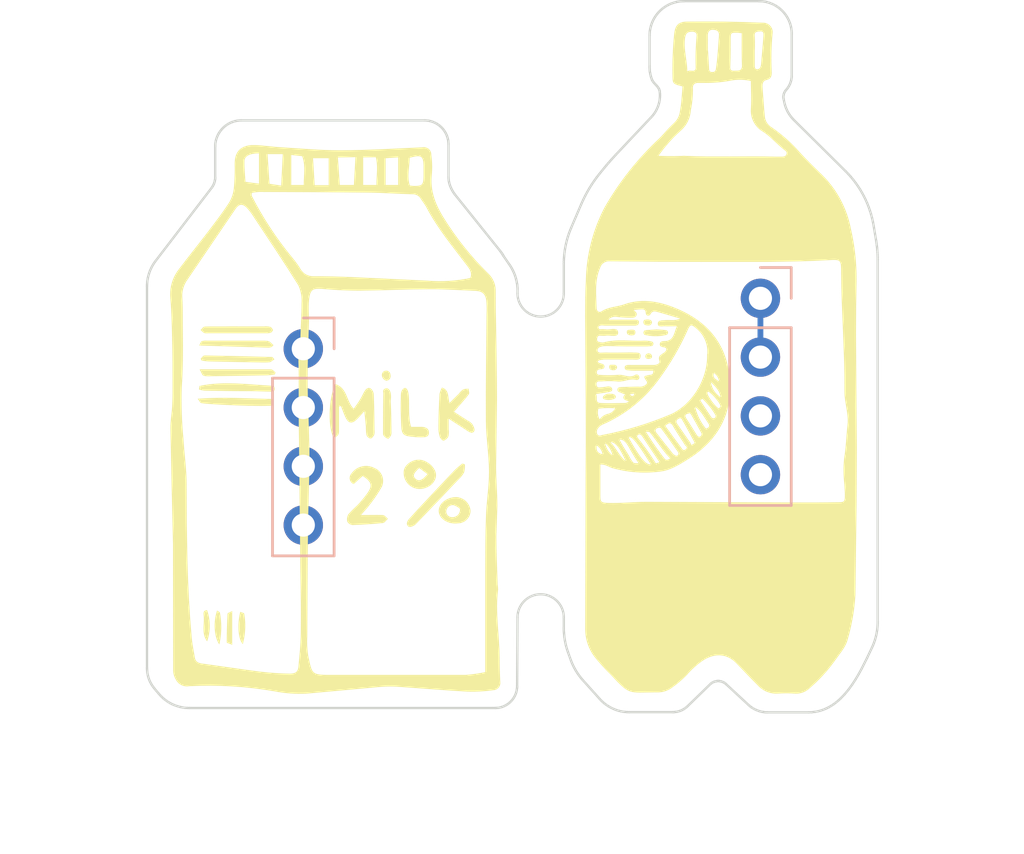
<source format=kicad_pcb>
(kicad_pcb (version 20221018) (generator pcbnew)
  (layers (0 "F.Cu" signal) (31 "B.Cu" signal) (34 "B.Paste" user) (35 "F.Paste" user) (36 "B.SilkS" user "B.Silkscreen") (37 "F.SilkS" user "F.Silkscreen") (38 "B.Mask" user) (39 "F.Mask" user) (44 "Edge.Cuts" user))
  (net 0 "")
  (net 1 "Net-(J1-Pin_1)")
  (net 4 "Net-(J2-Pin_1)")
  (footprint "PCM_kikit:Tab" (layer "F.Cu") (at 127 69.1)
    (fp_text reference "REF**" hide)
    (fp_text value "Tab")
  )
  (footprint "PCM_kikit:Tab" (layer "F.Cu") (at 140.3 79.9 90)
    (fp_text reference "REF**" hide)
    (fp_text value "Tab")
  )
  (footprint "PCM_kikit:Tab" (layer "F.Cu") (at 158.55 68.1 180)
    (fp_text reference "REF**" hide)
    (fp_text value "Tab")
  )
  (footprint "Connector_PinHeader_2.54mm:PinHeader_1x04_P2.54mm_Vertical" (layer "B.Cu") (at 133.75 64.390911 180)
    (fp_text reference "J1" hide)
    (fp_text value "BOTTLE")
  )
  (footprint "Connector_PinHeader_2.54mm:PinHeader_1x04_P2.54mm_Vertical" (layer "B.Cu") (at 153.491021 62.212011 180)
    (fp_text reference "J2" hide)
    (fp_text value "BOTTLE")
  )
  (gr_poly (pts (xy 129.538606 64.037811) (xy 129.552371 64.038376) (xy 129.566132 64.039344) (xy 129.57988 64.040716) (xy 132.057968 64.040716) (xy 132.098109 64.042228) (xy 132.133506 64.04414) (xy 132.164752 64.046676) (xy 132.192441 64.050061) (xy 132.217168 64.054521) (xy 132.228606 64.057224) (xy 132.239527 64.06028) (xy 132.250004 64.063717) (xy 132.260111 64.067564) (xy 132.269924 64.071848) (xy 132.279516 64.076598) (xy 132.288961 64.081842) (xy 132.298334 64.087607) (xy 132.317161 64.100817) (xy 132.336591 64.116452) (xy 132.357217 64.134737) (xy 132.379633 64.155899) (xy 132.404435 64.180161) (xy 132.463569 64.23889) (xy 132.4539 64.247334) (xy 132.444993 64.255305) (xy 132.429217 64.269855) (xy 132.404069 64.293527) (xy 132.398752 64.298347) (xy 132.393698 64.302737) (xy 132.388845 64.306705) (xy 132.384131 64.310254) (xy 132.379492 64.313391) (xy 132.374867 64.316121) (xy 132.370194 64.31845) (xy 132.365409 64.320382) (xy 132.357723 64.323202) (xy 132.349983 64.325849) (xy 132.342192 64.328322) (xy 132.334354 64.330622) (xy 132.32647 64.332747) (xy 132.318544 64.334698) (xy 132.310579 64.336473) (xy 132.302578 64.338072) (xy 132.294543 64.339494) (xy 132.286478 64.340739) (xy 132.278386 64.341807) (xy 132.270269 64.342696) (xy 132.26213 64.343407) (xy 132.253973 64.343938) (xy 132.2458 64.344289) (xy 132.237614 64.34446) (xy 129.252057 64.251856) (xy 129.260101 64.236937) (xy 129.267618 64.222096) (xy 129.2814 64.192966) (xy 129.294054 64.165095) (xy 129.30623 64.139112) (xy 129.312342 64.127025) (xy 129.31858 64.115646) (xy 129.325023 64.105054) (xy 129.331755 64.095327) (xy 129.338855 64.086544) (xy 129.346405 64.078784) (xy 129.354488 64.072126) (xy 129.358754 64.069234) (xy 129.363183 64.066647) (xy 129.376218 64.062071) (xy 129.389362 64.057883) (xy 129.402605 64.054086) (xy 129.415939 64.05068) (xy 129.429356 64.047667) (xy 129.442846 64.045047) (xy 129.456401 64.042822) (xy 129.470012 64.040992) (xy 129.48367 64.039559) (xy 129.497368 64.038523) (xy 129.511095 64.037886) (xy 129.524844 64.037648)) (fill solid) (layer "F.SilkS"))
  (gr_poly (pts (xy 137.371805 66.098284) (xy 137.387743 66.104921) (xy 137.402754 66.112693) (xy 137.416858 66.121558) (xy 137.430075 66.131475) (xy 137.442424 66.142404) (xy 137.453926 66.154305) (xy 137.464599 66.167136) (xy 137.474464 66.180857) (xy 137.48354 66.195427) (xy 137.491847 66.210806) (xy 137.499405 66.226952) (xy 137.506233 66.243826) (xy 137.51235 66.261386) (xy 137.517778 66.279591) (xy 137.522534 66.298402) (xy 137.526639 66.317777) (xy 137.530113 66.337676) (xy 137.532975 66.358057) (xy 137.535245 66.378881) (xy 137.538087 66.421692) (xy 137.538797 66.465784) (xy 137.537532 66.510831) (xy 137.53445 66.556507) (xy 137.529707 66.602488) (xy 137.523461 66.648446) (xy 137.532566 66.813133) (xy 137.539349 66.977972) (xy 137.547771 67.308019) (xy 137.556798 67.968982) (xy 137.557825 67.979932) (xy 137.558525 67.990891) (xy 137.558899 68.001851) (xy 137.55895 68.012806) (xy 137.558676 68.023747) (xy 137.55808 68.034669) (xy 137.557162 68.045564) (xy 137.555923 68.056425) (xy 137.554365 68.067244) (xy 137.552487 68.078015) (xy 137.550291 68.08873) (xy 137.547778 68.099383) (xy 137.544949 68.109966) (xy 137.541805 68.120472) (xy 137.538346 68.130894) (xy 137.534574 68.141225) (xy 137.528559 68.152328) (xy 137.521703 68.163982) (xy 137.51412 68.175999) (xy 137.505924 68.188193) (xy 137.497228 68.200376) (xy 137.488148 68.212361) (xy 137.478796 68.22396) (xy 137.469287 68.234987) (xy 137.459734 68.245255) (xy 137.450252 68.254575) (xy 137.440955 68.262762) (xy 137.431956 68.269627) (xy 137.423369 68.274984) (xy 137.419266 68.277038) (xy 137.415309 68.278645) (xy 137.411512 68.279781) (xy 137.407889 68.280423) (xy 137.404455 68.280548) (xy 137.401224 68.280131) (xy 137.387626 68.274505) (xy 137.374252 68.268437) (xy 137.361111 68.261935) (xy 137.348214 68.255005) (xy 137.33557 68.247655) (xy 137.323189 68.239894) (xy 137.311081 68.231727) (xy 137.299255 68.223163) (xy 137.287722 68.214208) (xy 137.276492 68.204871) (xy 137.265574 68.195159) (xy 137.254978 68.185078) (xy 137.244715 68.174637) (xy 137.234793 68.163843) (xy 137.225223 68.152703) (xy 137.216015 68.141225) (xy 137.213833 68.138703) (xy 137.211798 68.136005) (xy 137.209904 68.133138) (xy 137.208147 68.130112) (xy 137.206522 68.126933) (xy 137.205023 68.123611) (xy 137.202385 68.116568) (xy 137.200191 68.109047) (xy 137.198402 68.101114) (xy 137.196977 68.092834) (xy 137.195874 68.084271) (xy 137.195053 68.075492) (xy 137.194474 68.066561) (xy 137.193878 68.048503) (xy 137.193791 68.013431) (xy 137.19518 67.154991) (xy 137.198479 66.725772) (xy 137.204903 66.296552) (xy 137.200687 66.279227) (xy 137.197827 66.262046) (xy 137.196936 66.253541) (xy 137.196421 66.245109) (xy 137.196294 66.236763) (xy 137.196567 66.228517) (xy 137.197253 66.220381) (xy 137.198363 66.212369) (xy 137.19991 66.204494) (xy 137.201906 66.196767) (xy 137.204363 66.189202) (xy 137.207293 66.181811) (xy 137.21071 66.174606) (xy 137.214624 66.167601) (xy 137.219048 66.160807) (xy 137.223995 66.154237) (xy 137.229476 66.147904) (xy 137.235503 66.14182) (xy 137.24209 66.135998) (xy 137.249248 66.13045) (xy 137.256989 66.125189) (xy 137.265325 66.120228) (xy 137.274269 66.115578) (xy 137.283834 66.111253) (xy 137.29403 66.107265) (xy 137.304871 66.103627) (xy 137.316368 66.100351) (xy 137.328534 66.09745) (xy 137.341381 66.094936) (xy 137.354921 66.092821)) (fill solid) (layer "F.SilkS"))
  (gr_poly (pts (xy 140.373814 70.800819) (xy 140.403645 70.803866) (xy 140.433059 70.808224) (xy 140.462027 70.813865) (xy 140.49052 70.820757) (xy 140.518506 70.828872) (xy 140.545957 70.838179) (xy 140.572843 70.848649) (xy 140.599133 70.860251) (xy 140.624798 70.872957) (xy 140.649809 70.886735) (xy 140.674134 70.901556) (xy 140.697744 70.917391) (xy 140.72061 70.934209) (xy 140.742702 70.95198) (xy 140.763989 70.970676) (xy 140.784442 70.990265) (xy 140.804031 71.010718) (xy 140.822727 71.032005) (xy 140.840498 71.054097) (xy 140.857316 71.076963) (xy 140.873151 71.100573) (xy 140.887972 71.124899) (xy 140.90175 71.149909) (xy 140.914456 71.175574) (xy 140.926058 71.201864) (xy 140.936528 71.22875) (xy 140.945835 71.256201) (xy 140.95395 71.284187) (xy 140.960842 71.31268) (xy 140.966483 71.341648) (xy 140.970841 71.371062) (xy 140.973888 71.400893) (xy 140.972356 71.426493) (xy 140.969681 71.451781) (xy 140.965888 71.47673) (xy 140.961002 71.501314) (xy 140.955048 71.525505) (xy 140.94805 71.549277) (xy 140.940034 71.572603) (xy 140.931025 71.595456) (xy 140.921046 71.617809) (xy 140.910123 71.639637) (xy 140.898281 71.660911) (xy 140.885545 71.681605) (xy 140.871939 71.701692) (xy 140.857489 71.721146) (xy 140.842218 71.739939) (xy 140.826153 71.758046) (xy 140.809317 71.775438) (xy 140.791736 71.79209) (xy 140.773434 71.807974) (xy 140.754437 71.823064) (xy 140.734768 71.837333) (xy 140.714454 71.850754) (xy 140.693518 71.863301) (xy 140.671985 71.874946) (xy 140.649881 71.885663) (xy 140.627231 71.895424) (xy 140.604058 71.904204) (xy 140.580388 71.911976) (xy 140.556246 71.918711) (xy 140.531656 71.924385) (xy 140.506644 71.92897) (xy 140.481233 71.932439) (xy 140.436785 71.932439) (xy 140.397126 71.937275) (xy 140.357713 71.94035) (xy 140.318608 71.941706) (xy 140.279875 71.941384) (xy 140.203768 71.935869) (xy 140.129888 71.924133) (xy 140.058733 71.906504) (xy 139.990798 71.883311) (xy 139.926579 71.854882) (xy 139.866574 71.821545) (xy 139.811279 71.783629) (xy 139.785553 71.763056) (xy 139.76119 71.741461) (xy 139.738253 71.718886) (xy 139.716804 71.69537) (xy 139.696905 71.670956) (xy 139.678617 71.645685) (xy 139.662003 71.619597) (xy 139.647126 71.592733) (xy 139.634046 71.565135) (xy 139.622827 71.536843) (xy 139.61353 71.507898) (xy 139.606216 71.478343) (xy 139.60095 71.448216) (xy 139.599891 71.437936) (xy 139.923755 71.437936) (xy 139.925036 71.450418) (xy 139.926927 71.462766) (xy 139.929419 71.47496) (xy 139.932499 71.486981) (xy 139.936159 71.498808) (xy 139.940388 71.510421) (xy 139.945176 71.5218) (xy 139.950512 71.532925) (xy 139.956387 71.543775) (xy 139.962789 71.55433) (xy 139.969709 71.564571) (xy 139.977136 71.574476) (xy 139.98506 71.584026) (xy 139.993471 71.593201) (xy 140.002359 71.60198) (xy 140.011713 71.610343) (xy 140.021471 71.618231) (xy 140.031564 71.625591) (xy 140.041971 71.632418) (xy 140.052671 71.638704) (xy 140.063641 71.644443) (xy 140.07486 71.649627) (xy 140.086306 71.654249) (xy 140.097959 71.658303) (xy 140.109796 71.661782) (xy 140.121795 71.664679) (xy 140.133937 71.666987) (xy 140.146198 71.668698) (xy 140.158557 71.669807) (xy 140.170994 71.670306) (xy 140.183485 71.670188) (xy 140.196011 71.669446) (xy 140.213417 71.668858) (xy 140.230676 71.667341) (xy 140.247755 71.66491) (xy 140.264621 71.661582) (xy 140.281241 71.65737) (xy 140.29758 71.652292) (xy 140.313606 71.646363) (xy 140.329285 71.639597) (xy 140.344583 71.63201) (xy 140.359468 71.623618) (xy 140.373907 71.614437) (xy 140.387865 71.604481) (xy 140.401309 71.593767) (xy 140.414206 71.582309) (xy 140.426523 71.570123) (xy 140.438226 71.557225) (xy 140.449216 71.543714) (xy 140.459409 71.529704) (xy 140.468796 71.515229) (xy 140.477365 71.500326) (xy 140.485107 71.485029) (xy 140.492011 71.469374) (xy 140.498067 71.453396) (xy 140.503265 71.43713) (xy 140.507594 71.420612) (xy 140.511045 71.403876) (xy 140.513606 71.386959) (xy 140.515269 71.369896) (xy 140.516022 71.352721) (xy 140.515855 71.335471) (xy 140.514758 71.31818) (xy 140.512721 71.300884) (xy 140.505311 71.300884) (xy 140.490561 71.288341) (xy 140.475518 71.276185) (xy 140.460191 71.264418) (xy 140.444587 71.253047) (xy 140.428714 71.242075) (xy 140.412581 71.231507) (xy 140.396194 71.221347) (xy 140.379561 71.2116) (xy 140.362692 71.202269) (xy 140.345592 71.193361) (xy 140.328271 71.184878) (xy 140.310736 71.176826) (xy 140.292994 71.169209) (xy 140.275054 71.162032) (xy 140.256924 71.155298) (xy 140.238611 71.149012) (xy 140.22335 71.147717) (xy 140.208121 71.147247) (xy 140.192954 71.147594) (xy 140.177881 71.148747) (xy 140.16293 71.150697) (xy 140.148134 71.153433) (xy 140.133524 71.156946) (xy 140.119129 71.161224) (xy 140.104981 71.166259) (xy 140.091111 71.17204) (xy 140.077549 71.178557) (xy 140.064325 71.185801) (xy 140.051472 71.19376) (xy 140.039019 71.202425) (xy 140.026997 71.211787) (xy 140.015438 71.221834) (xy 140.004437 71.23249) (xy 139.99408 71.243665) (xy 139.984379 71.255329) (xy 139.975348 71.267452) (xy 139.966998 71.280005) (xy 139.959342 71.292958) (xy 139.952393 71.306281) (xy 139.946164 71.319945) (xy 139.940668 71.333919) (xy 139.935916 71.348174) (xy 139.931921 71.36268) (xy 139.928697 71.377407) (xy 139.926255 71.392326) (xy 139.92461 71.407407) (xy 139.923772 71.422621) (xy 139.923755 71.437936) (xy 139.599891 71.437936) (xy 139.597791 71.417561) (xy 139.596879 71.386755) (xy 139.598266 71.356184) (xy 139.601883 71.3259) (xy 139.607663 71.295953) (xy 139.61554 71.266393) (xy 139.625444 71.237273) (xy 139.63731 71.208642) (xy 139.651068 71.180552) (xy 139.666653 71.153054) (xy 139.683996 71.126197) (xy 139.70303 71.100034) (xy 139.723687 71.074615) (xy 139.7459 71.049991) (xy 139.769601 71.026212) (xy 139.794724 71.003331) (xy 139.8212 70.981397) (xy 139.848961 70.960461) (xy 139.877942 70.940574) (xy 139.908073 70.921788) (xy 139.939288 70.904152) (xy 139.971519 70.887718) (xy 140.004698 70.872538) (xy 140.038758 70.85866) (xy 140.073632 70.846137) (xy 140.109253 70.83502) (xy 140.145551 70.825358) (xy 140.182461 70.817204) (xy 140.219914 70.810608) (xy 140.257844 70.80562) (xy 140.296182 70.802292) (xy 140.334861 70.800675)) (fill solid) (layer "F.SilkS"))
  (gr_poly (pts (xy 130.802475 66.515329) (xy 132.357993 66.559544) (xy 132.362738 66.559632) (xy 132.366934 66.560894) (xy 132.370627 66.563268) (xy 132.373865 66.56669) (xy 132.376694 66.571099) (xy 132.379162 66.576431) (xy 132.381316 66.582624) (xy 132.383203 66.589615) (xy 132.386364 66.605739) (xy 132.389024 66.624302) (xy 132.394345 66.666737) (xy 132.397762 66.689606) (xy 132.402184 66.712905) (xy 132.40799 66.736134) (xy 132.41153 66.747566) (xy 132.415557 66.758791) (xy 132.420119 66.769748) (xy 132.425262 66.780373) (xy 132.431033 66.790605) (xy 132.437481 66.800379) (xy 132.444652 66.809634) (xy 132.452593 66.818307) (xy 132.461351 66.826335) (xy 132.470973 66.833655) (xy 132.399804 66.846979) (xy 132.277362 66.855949) (xy 131.908317 66.862334) (xy 131.423154 66.855826) (xy 130.881192 66.839443) (xy 130.341746 66.816201) (xy 129.864136 66.789118) (xy 129.507678 66.76121) (xy 129.393418 66.747889) (xy 129.33169 66.735494) (xy 129.327922 66.733959) (xy 129.324248 66.732133) (xy 129.320654 66.730017) (xy 129.317126 66.727613) (xy 129.31365 66.724923) (xy 129.310211 66.721948) (xy 129.306795 66.71869) (xy 129.303388 66.715152) (xy 129.299975 66.711333) (xy 129.296543 66.707237) (xy 129.289562 66.698219) (xy 129.282332 66.68811) (xy 129.274738 66.676924) (xy 129.238449 66.621679) (xy 129.227329 66.605311) (xy 129.215161 66.587947) (xy 129.201832 66.569601) (xy 129.187228 66.550286) (xy 129.600209 66.525389) (xy 130.006398 66.512927) (xy 130.406813 66.510406)) (fill solid) (layer "F.SilkS"))
  (gr_poly (pts (xy 138.166421 66.088622) (xy 138.19138 66.102919) (xy 138.213408 66.122481) (xy 138.23269 66.147038) (xy 138.249412 66.17632) (xy 138.263757 66.210056) (xy 138.275909 66.247977) (xy 138.286054 66.289811) (xy 138.301059 66.38414) (xy 138.310248 66.49088) (xy 138.315095 66.607871) (xy 138.317077 66.732949) (xy 138.31835 66.998719) (xy 138.320593 67.135086) (xy 138.325874 67.270891) (xy 138.33567 67.403973) (xy 138.351456 67.532169) (xy 138.362057 67.593758) (xy 138.374709 67.653316) (xy 138.389596 67.710571) (xy 138.406903 67.765253) (xy 138.829178 67.765253) (xy 138.862083 67.765865) (xy 138.894649 67.767803) (xy 138.926624 67.771223) (xy 138.957754 67.776278) (xy 138.987789 67.783124) (xy 139.016475 67.791916) (xy 139.04356 67.802807) (xy 139.056423 67.809088) (xy 139.068792 67.815953) (xy 139.080634 67.823419) (xy 139.091919 67.831508) (xy 139.102614 67.840237) (xy 139.112688 67.849627) (xy 139.12211 67.859696) (xy 139.130847 67.870464) (xy 139.138869 67.88195) (xy 139.146144 67.894174) (xy 139.15264 67.907155) (xy 139.158326 67.920913) (xy 139.163171 67.935466) (xy 139.167142 67.950833) (xy 139.170208 67.967035) (xy 139.172338 67.984091) (xy 139.1735 68.00202) (xy 139.173663 68.020841) (xy 139.172801 68.039486) (xy 139.170936 68.056904) (xy 139.168106 68.073137) (xy 139.164351 68.088226) (xy 139.159708 68.102213) (xy 139.154217 68.115141) (xy 139.147916 68.127051) (xy 139.140845 68.137986) (xy 139.13304 68.147988) (xy 139.124542 68.157098) (xy 139.115389 68.165359) (xy 139.105619 68.172814) (xy 139.095271 68.179503) (xy 139.084384 68.185469) (xy 139.072997 68.190754) (xy 139.061148 68.1954) (xy 139.048875 68.199449) (xy 139.036218 68.202944) (xy 139.023215 68.205925) (xy 139.009905 68.208436) (xy 138.996326 68.210519) (xy 138.982517 68.212214) (xy 138.954365 68.214614) (xy 138.925757 68.215973) (xy 138.897002 68.216626) (xy 138.84029 68.217162) (xy 138.762792 68.216901) (xy 138.724196 68.216283) (xy 138.685642 68.215078) (xy 138.647088 68.213092) (xy 138.608491 68.210129) (xy 138.569806 68.205995) (xy 138.53099 68.200492) (xy 138.447104 68.193584) (xy 138.372203 68.185679) (xy 138.305767 68.176218) (xy 138.247275 68.164637) (xy 138.220844 68.157877) (xy 138.196205 68.150376) (xy 138.173291 68.142065) (xy 138.152037 68.132873) (xy 138.132378 68.12273) (xy 138.11425 68.111566) (xy 138.097587 68.099311) (xy 138.082323 68.085894) (xy 138.068394 68.071246) (xy 138.055735 68.055296) (xy 138.044281 68.037973) (xy 138.033966 68.019208) (xy 138.024726 67.998931) (xy 138.016494 67.977071) (xy 138.009207 67.953558) (xy 138.002799 67.928323) (xy 137.997205 67.901293) (xy 137.992359 67.872401) (xy 137.984654 67.808744) (xy 137.979163 67.736791) (xy 137.975365 67.655981) (xy 137.963183 67.35843) (xy 137.957076 67.060534) (xy 137.956872 66.762639) (xy 137.962399 66.465092) (xy 137.962742 66.413672) (xy 137.963558 66.386742) (xy 137.965148 66.359321) (xy 137.967768 66.331651) (xy 137.971677 66.303972) (xy 137.977133 66.276526) (xy 137.984392 66.249556) (xy 137.993714 66.223301) (xy 137.999229 66.210518) (xy 138.005355 66.198005) (xy 138.012126 66.185791) (xy 138.019574 66.173908) (xy 138.02773 66.162384) (xy 138.036628 66.151251) (xy 138.046298 66.140538) (xy 138.056774 66.130276) (xy 138.068088 66.120495) (xy 138.080271 66.111226) (xy 138.093357 66.102497) (xy 138.107377 66.09434) (xy 138.122363 66.086785) (xy 138.138349 66.079861)) (fill solid) (layer "F.SilkS"))
  (gr_poly (pts (xy 132.18631 63.423223) (xy 132.219239 63.425706) (xy 132.252062 63.429437) (xy 132.284743 63.434415) (xy 132.317247 63.440637) (xy 132.328185 63.446475) (xy 132.338756 63.452841) (xy 132.348944 63.459715) (xy 132.358734 63.46708) (xy 132.36811 63.474917) (xy 132.377056 63.483207) (xy 132.385557 63.491932) (xy 132.393598 63.501073) (xy 132.401163 63.510612) (xy 132.408236 63.520529) (xy 132.414803 63.530807) (xy 132.420847 63.541427) (xy 132.426354 63.55237) (xy 132.431307 63.563618) (xy 132.435691 63.575152) (xy 132.439491 63.586953) (xy 132.439325 63.589517) (xy 132.438835 63.592333) (xy 132.438035 63.595383) (xy 132.436937 63.598649) (xy 132.433899 63.605751) (xy 132.429825 63.613491) (xy 132.424818 63.621719) (xy 132.418981 63.630286) (xy 132.412416 63.639043) (xy 132.405228 63.647841) (xy 132.397518 63.65653) (xy 132.389391 63.664962) (xy 132.380949 63.672986) (xy 132.372296 63.680454) (xy 132.363534 63.687217) (xy 132.354767 63.693125) (xy 132.350413 63.695712) (xy 132.346097 63.69803) (xy 132.341831 63.700059) (xy 132.337628 63.701781) (xy 132.310798 63.708244) (xy 132.283759 63.713594) (xy 132.256546 63.717829) (xy 132.229194 63.720945) (xy 132.201737 63.722938) (xy 132.17421 63.723806) (xy 132.146647 63.723545) (xy 132.119084 63.722152) (xy 129.639142 63.722152) (xy 129.628199 63.723433) (xy 129.61724 63.724434) (xy 129.606269 63.725154) (xy 129.595292 63.725595) (xy 129.584315 63.725756) (xy 129.573342 63.725637) (xy 129.56238 63.72524) (xy 129.551432 63.724564) (xy 129.540506 63.723611) (xy 129.529605 63.722379) (xy 129.518736 63.720871) (xy 129.507903 63.719086) (xy 129.497112 63.717024) (xy 129.486369 63.714687) (xy 129.475678 63.712074) (xy 129.465046 63.709185) (xy 129.4545 63.702265) (xy 129.444083 63.695162) (xy 129.4338 63.687879) (xy 129.423651 63.680418) (xy 129.413638 63.67278) (xy 129.403765 63.664969) (xy 129.394033 63.656985) (xy 129.384444 63.64883) (xy 129.375002 63.640507) (xy 129.365707 63.632018) (xy 129.356563 63.623364) (xy 129.347571 63.614548) (xy 129.338734 63.605571) (xy 129.330054 63.596435) (xy 129.321533 63.587142) (xy 129.313173 63.577695) (xy 129.323918 63.567872) (xy 129.334628 63.557281) (xy 129.34531 63.546109) (xy 129.355973 63.534545) (xy 129.377276 63.510984) (xy 129.398599 63.488096) (xy 129.40929 63.477372) (xy 129.42001 63.467378) (xy 129.430769 63.458302) (xy 129.441573 63.450329) (xy 129.446995 63.446816) (xy 129.452432 63.443648) (xy 129.457884 63.440851) (xy 129.463353 63.438446) (xy 129.46884 63.436458) (xy 129.474345 63.43491) (xy 129.47987 63.433825) (xy 129.485416 63.433227) (xy 129.618075 63.428956) (xy 129.750756 63.426833) (xy 130.01627 63.426514) (xy 130.28213 63.427238) (xy 130.415244 63.426417) (xy 130.54851 63.423969) (xy 130.902258 63.423969) (xy 130.902258 63.425822) (xy 132.054254 63.425822) (xy 132.087248 63.423289) (xy 132.120279 63.422013) (xy 132.153312 63.421992)) (fill solid) (layer "F.SilkS"))
  (gr_poly (pts (xy 147.95671 63.566552) (xy 147.973507 63.567278) (xy 147.989983 63.568784) (xy 148.005927 63.571293) (xy 148.021128 63.575031) (xy 148.028384 63.577431) (xy 148.035374 63.580223) (xy 148.042073 63.583435) (xy 148.048453 63.587094) (xy 148.054489 63.59123) (xy 148.060154 63.59587) (xy 148.065422 63.601043) (xy 148.070265 63.606776) (xy 148.074658 63.613098) (xy 148.078575 63.620037) (xy 148.081988 63.627621) (xy 148.084871 63.635878) (xy 148.087198 63.644836) (xy 148.088943 63.654524) (xy 148.090078 63.664969) (xy 148.090578 63.6762) (xy 148.090477 63.687527) (xy 148.08984 63.69825) (xy 148.088684 63.708384) (xy 148.087025 63.717945) (xy 148.08488 63.726946) (xy 148.082267 63.735404) (xy 148.079202 63.743332) (xy 148.075702 63.750747) (xy 148.071784 63.757662) (xy 148.067466 63.764093) (xy 148.062764 63.770055) (xy 148.057695 63.775562) (xy 148.052276 63.78063) (xy 148.046524 63.785273) (xy 148.040456 63.789507) (xy 148.034089 63.793345) (xy 148.027439 63.796804) (xy 148.020525 63.799898) (xy 148.013362 63.802642) (xy 148.005968 63.805051) (xy 147.998359 63.80714) (xy 147.990554 63.808924) (xy 147.982567 63.810417) (xy 147.974418 63.811635) (xy 147.957696 63.813304) (xy 147.940523 63.814051) (xy 147.923036 63.813995) (xy 147.90537 63.813255) (xy 147.887723 63.811959) (xy 147.870292 63.810087) (xy 147.853202 63.807542) (xy 147.836581 63.804227) (xy 147.820558 63.800043) (xy 147.805259 63.794894) (xy 147.790811 63.788681) (xy 147.783947 63.785146) (xy 147.777344 63.781307) (xy 147.771017 63.777154) (xy 147.764983 63.772674) (xy 147.759257 63.767855) (xy 147.753856 63.762685) (xy 147.748796 63.757151) (xy 147.744092 63.751242) (xy 147.73976 63.744944) (xy 147.735817 63.738246) (xy 147.732278 63.731136) (xy 147.729159 63.723601) (xy 147.726476 63.71563) (xy 147.724245 63.707209) (xy 147.722482 63.698327) (xy 147.721203 63.688972) (xy 147.720424 63.679132) (xy 147.720161 63.668793) (xy 147.72045 63.658587) (xy 147.721302 63.649133) (xy 147.722691 63.6404) (xy 147.724596 63.632359) (xy 147.726992 63.62498) (xy 147.729855 63.618233) (xy 147.733162 63.612088) (xy 147.736888 63.606516) (xy 147.741011 63.601487) (xy 147.745506 63.59697) (xy 147.750349 63.592936) (xy 147.755518 63.589355) (xy 147.760987 63.586197) (xy 147.766734 63.583433) (xy 147.772735 63.581033) (xy 147.778966 63.578966) (xy 147.785403 63.577203) (xy 147.792022 63.575714) (xy 147.7988 63.574469) (xy 147.805713 63.573438) (xy 147.819849 63.571901) (xy 147.83424 63.570863) (xy 147.863027 63.569329) (xy 147.877043 63.568356) (xy 147.890555 63.566928) (xy 147.923004 63.566534)) (fill solid) (layer "F.SilkS"))
  (gr_poly (pts (xy 149.213868 63.568316) (xy 149.267666 63.572772) (xy 149.321984 63.577923) (xy 149.37665 63.583942) (xy 149.43149 63.591003) (xy 149.434125 63.59118) (xy 149.436817 63.591698) (xy 149.439556 63.592542) (xy 149.442334 63.593695) (xy 149.445142 63.595141) (xy 149.447971 63.596863) (xy 149.450812 63.598847) (xy 149.453656 63.601074) (xy 149.456495 63.603529) (xy 149.45932 63.606196) (xy 149.462121 63.609058) (xy 149.464891 63.6121) (xy 149.4703 63.618654) (xy 149.475475 63.62573) (xy 149.480347 63.633196) (xy 149.484844 63.640923) (xy 149.488896 63.648779) (xy 149.492433 63.656636) (xy 149.495384 63.664362) (xy 149.496618 63.668136) (xy 149.497679 63.671828) (xy 149.498558 63.675423) (xy 149.499246 63.678904) (xy 149.499735 63.682254) (xy 149.500016 63.685458) (xy 149.499982 63.692035) (xy 149.499221 63.699182) (xy 149.497787 63.706774) (xy 149.495734 63.714686) (xy 149.493117 63.722794) (xy 149.489989 63.730972) (xy 149.486406 63.739095) (xy 149.482422 63.74704) (xy 149.47809 63.754681) (xy 149.473465 63.761893) (xy 149.468601 63.768552) (xy 149.463553 63.774532) (xy 149.458375 63.779709) (xy 149.455754 63.781958) (xy 149.453121 63.783959) (xy 149.450482 63.785697) (xy 149.447845 63.787156) (xy 149.445216 63.78832) (xy 149.442602 63.789175) (xy 149.383996 63.803232) (xy 149.32508 63.815415) (xy 149.265897 63.825724) (xy 149.206492 63.834159) (xy 149.14691 63.840719) (xy 149.087195 63.845405) (xy 149.027391 63.848216) (xy 148.967542 63.849153) (xy 148.907694 63.848216) (xy 148.84789 63.845405) (xy 148.788174 63.840719) (xy 148.728592 63.834159) (xy 148.669188 63.825724) (xy 148.610005 63.815415) (xy 148.551088 63.803232) (xy 148.492482 63.789175) (xy 148.490036 63.788972) (xy 148.487565 63.788376) (xy 148.485076 63.787406) (xy 148.482577 63.786082) (xy 148.480076 63.784423) (xy 148.477579 63.782448) (xy 148.475094 63.780177) (xy 148.472629 63.777628) (xy 148.470191 63.774822) (xy 148.467788 63.771778) (xy 148.465427 63.768514) (xy 148.463116 63.765051) (xy 148.458671 63.757602) (xy 148.454514 63.749586) (xy 148.450704 63.741158) (xy 148.447301 63.732472) (xy 148.444364 63.723684) (xy 148.441954 63.714946) (xy 148.44013 63.706415) (xy 148.439457 63.702275) (xy 148.438952 63.698245) (xy 148.438623 63.694343) (xy 148.438479 63.69059) (xy 148.438525 63.687004) (xy 148.43877 63.683605) (xy 148.439219 63.680254) (xy 148.439866 63.676806) (xy 148.441722 63.669674) (xy 148.444272 63.662309) (xy 148.447451 63.654811) (xy 148.451196 63.64728) (xy 148.455439 63.639817) (xy 148.460116 63.632522) (xy 148.465163 63.625496) (xy 148.470513 63.618839) (xy 148.476102 63.612651) (xy 148.481865 63.607033) (xy 148.487737 63.602085) (xy 148.493651 63.597907) (xy 148.496605 63.596138) (xy 148.499544 63.5946) (xy 148.502462 63.593305) (xy 148.50535 63.592265) (xy 148.5082 63.591492) (xy 148.511004 63.591001) (xy 148.570845 63.585232) (xy 148.631012 63.580267) (xy 148.75293 63.571789) (xy 148.877975 63.563657) (xy 149.007361 63.553962)) (fill solid) (layer "F.SilkS"))
  (gr_poly (pts (xy 147.076942 65.081266) (xy 147.106608 65.082108) (xy 147.121028 65.082279) (xy 147.134908 65.081931) (xy 147.148561 65.08151) (xy 147.16235 65.081692) (xy 147.176149 65.082557) (xy 147.189834 65.084188) (xy 147.20328 65.086665) (xy 147.216363 65.09007) (xy 147.228957 65.094484) (xy 147.235032 65.097095) (xy 147.240938 65.099989) (xy 147.246659 65.103176) (xy 147.252181 65.106666) (xy 147.257487 65.110469) (xy 147.262561 65.114596) (xy 147.267389 65.119057) (xy 147.271954 65.123861) (xy 147.276241 65.12902) (xy 147.280235 65.134542) (xy 147.283919 65.14044) (xy 147.287279 65.146721) (xy 147.290298 65.153398) (xy 147.292961 65.160479) (xy 147.295252 65.167976) (xy 147.297156 65.175897) (xy 147.298657 65.184255) (xy 147.29974 65.193057) (xy 147.298745 65.200253) (xy 147.297404 65.207316) (xy 147.295728 65.214238) (xy 147.293726 65.221011) (xy 147.291407 65.227629) (xy 147.288782 65.234083) (xy 147.285859 65.240365) (xy 147.282649 65.246468) (xy 147.27916 65.252384) (xy 147.275403 65.258105) (xy 147.271387 65.263623) (xy 147.267121 65.268932) (xy 147.262616 65.274022) (xy 147.25788 65.278886) (xy 147.252923 65.283517) (xy 147.247756 65.287906) (xy 147.242386 65.292047) (xy 147.236825 65.29593) (xy 147.231081 65.299549) (xy 147.225165 65.302896) (xy 147.219084 65.305963) (xy 147.212851 65.308741) (xy 147.206473 65.311225) (xy 147.19996 65.313405) (xy 147.193322 65.315274) (xy 147.186569 65.316824) (xy 147.17971 65.318048) (xy 147.172754 65.318937) (xy 147.165712 65.319485) (xy 147.158593 65.319683) (xy 147.151406 65.319523) (xy 147.14416 65.318998) (xy 147.127431 65.318636) (xy 147.110679 65.317496) (xy 147.094058 65.315494) (xy 147.077719 65.312544) (xy 147.061814 65.308564) (xy 147.046495 65.303468) (xy 147.031914 65.297174) (xy 147.024948 65.29355) (xy 147.018223 65.289596) (xy 147.011758 65.285299) (xy 147.005573 65.280651) (xy 146.999687 65.275639) (xy 146.994117 65.270254) (xy 146.988885 65.264485) (xy 146.984007 65.258322) (xy 146.979504 65.251754) (xy 146.975395 65.24477) (xy 146.971697 65.237361) (xy 146.968431 65.229515) (xy 146.965616 65.221222) (xy 146.963269 65.212471) (xy 146.961412 65.203253) (xy 146.960061 65.193556) (xy 146.959237 65.18337) (xy 146.958958 65.172684) (xy 146.959257 65.162169) (xy 146.96014 65.152478) (xy 146.961581 65.143578) (xy 146.963555 65.135437) (xy 146.966038 65.128022) (xy 146.969005 65.121299) (xy 146.972431 65.115237) (xy 146.976292 65.109801) (xy 146.980562 65.10496) (xy 146.985217 65.100679) (xy 146.990233 65.096927) (xy 146.995583 65.093671) (xy 147.001245 65.090877) (xy 147.007192 65.088513) (xy 147.0134 65.086546) (xy 147.019845 65.084942) (xy 147.026501 65.08367) (xy 147.033345 65.082695) (xy 147.04035 65.081986) (xy 147.047493 65.081509) (xy 147.062091 65.08112)) (fill solid) (layer "F.SilkS"))
  (gr_poly (pts (xy 136.505478 69.455751) (xy 136.53978 69.458535) (xy 136.574043 69.462869) (xy 136.608218 69.468765) (xy 136.642254 69.476238) (xy 136.676099 69.4853) (xy 136.709702 69.495964) (xy 136.743013 69.508243) (xy 136.775981 69.52215) (xy 136.808555 69.537698) (xy 136.839868 69.550718) (xy 136.870233 69.565388) (xy 136.899597 69.581651) (xy 136.927905 69.599452) (xy 136.955106 69.618735) (xy 136.981146 69.639444) (xy 137.005972 69.661524) (xy 137.029529 69.684919) (xy 137.051767 69.709572) (xy 137.07263 69.735428) (xy 137.092066 69.762432) (xy 137.110022 69.790527) (xy 137.126444 69.819657) (xy 137.141279 69.849767) (xy 137.154475 69.880801) (xy 137.165977 69.912704) (xy 137.175673 69.945201) (xy 137.183491 69.978005) (xy 137.189441 70.01104) (xy 137.193532 70.044229) (xy 137.195775 70.077497) (xy 137.196178 70.110766) (xy 137.194752 70.143959) (xy 137.191506 70.177001) (xy 137.18645 70.209815) (xy 137.179593 70.242324) (xy 137.170945 70.274452) (xy 137.160516 70.306122) (xy 137.148316 70.337258) (xy 137.134353 70.367783) (xy 137.118639 70.397621) (xy 137.101181 70.426696) (xy 137.038613 70.530901) (xy 136.974038 70.633833) (xy 136.907475 70.735463) (xy 136.838945 70.835763) (xy 136.768467 70.934704) (xy 136.696062 71.032258) (xy 136.62175 71.128396) (xy 136.54555 71.223089) (xy 136.531458 71.241996) (xy 136.516928 71.260622) (xy 136.501916 71.279117) (xy 136.486374 71.297634) (xy 136.453518 71.335342) (xy 136.417992 71.374959) (xy 136.337455 71.464785) (xy 136.291706 71.517425) (xy 136.241812 71.576837) (xy 136.744421 71.57267) (xy 136.968205 71.572149) (xy 137.076787 71.573647) (xy 137.184522 71.576837) (xy 137.19163 71.577136) (xy 137.198717 71.578015) (xy 137.205784 71.579446) (xy 137.212831 71.581402) (xy 137.219859 71.583854) (xy 137.226869 71.586774) (xy 137.233861 71.590136) (xy 137.240836 71.593911) (xy 137.247795 71.59807) (xy 137.254739 71.602588) (xy 137.268581 71.612583) (xy 137.282369 71.623675) (xy 137.296109 71.63564) (xy 137.309805 71.648256) (xy 137.323463 71.661301) (xy 137.350687 71.687787) (xy 137.364264 71.700783) (xy 137.377825 71.713318) (xy 137.391375 71.725169) (xy 137.40492 71.736114) (xy 137.391785 71.748103) (xy 137.378755 71.761012) (xy 137.365807 71.774631) (xy 137.352916 71.788753) (xy 137.327207 71.817667) (xy 137.301433 71.846081) (xy 137.288461 71.859579) (xy 137.275399 71.872325) (xy 137.262223 71.884111) (xy 137.248909 71.894728) (xy 137.235432 71.903966) (xy 137.228624 71.908003) (xy 137.221767 71.911617) (xy 137.214857 71.914782) (xy 137.207892 71.917472) (xy 137.200867 71.91966) (xy 137.19378 71.921321) (xy 136.863763 71.951764) (xy 136.533051 71.97642) (xy 136.201644 71.995289) (xy 135.869541 72.00837) (xy 135.851744 72.005803) (xy 135.834269 72.002144) (xy 135.817161 71.997423) (xy 135.800461 71.991668) (xy 135.784211 71.984909) (xy 135.768454 71.977177) (xy 135.753232 71.9685) (xy 135.738587 71.958908) (xy 135.724562 71.948431) (xy 135.711198 71.937099) (xy 135.698539 71.924941) (xy 135.686627 71.911986) (xy 135.675503 71.898265) (xy 135.665211 71.883806) (xy 135.655792 71.86864) (xy 135.647289 71.852796) (xy 135.643095 71.832393) (xy 135.639938 71.811897) (xy 135.637811 71.791345) (xy 135.636707 71.770775) (xy 135.636621 71.750225) (xy 135.637546 71.72973) (xy 135.639475 71.709329) (xy 135.642403 71.68906) (xy 135.646322 71.668958) (xy 135.651228 71.649062) (xy 135.657112 71.629409) (xy 135.663969 71.610036) (xy 135.671793 71.59098) (xy 135.680577 71.57228) (xy 135.690316 71.553971) (xy 135.701001 71.536091) (xy 135.745169 71.487698) (xy 135.789959 71.43989) (xy 135.835364 71.392673) (xy 135.881378 71.346054) (xy 135.927996 71.300039) (xy 135.975212 71.254633) (xy 136.023019 71.209842) (xy 136.071412 71.165674) (xy 136.131986 71.101089) (xy 136.191417 71.03548) (xy 136.249695 70.968861) (xy 136.306805 70.901248) (xy 136.362736 70.832656) (xy 136.417475 70.763101) (xy 136.471009 70.692598) (xy 136.523326 70.621162) (xy 136.5621 70.561935) (xy 136.579037 70.533669) (xy 136.594327 70.50624) (xy 136.607961 70.4796) (xy 136.619929 70.453703) (xy 136.630221 70.428502) (xy 136.638827 70.40395) (xy 136.645737 70.38) (xy 136.650942 70.356605) (xy 136.654431 70.33372) (xy 136.656195 70.311296) (xy 136.656224 70.289287) (xy 136.654509 70.267647) (xy 136.651038 70.246328) (xy 136.645803 70.225284) (xy 136.638794 70.204467) (xy 136.630001 70.183832) (xy 136.619413 70.163331) (xy 136.607022 70.142917) (xy 136.592817 70.122544) (xy 136.576788 70.102165) (xy 136.558926 70.081734) (xy 136.539221 70.061202) (xy 136.517663 70.040524) (xy 136.494242 70.019652) (xy 136.441772 69.977142) (xy 136.381733 69.933297) (xy 136.314046 69.887743) (xy 135.925107 70.23779) (xy 135.909542 70.230793) (xy 135.894527 70.22292) (xy 135.880089 70.214207) (xy 135.866259 70.204687) (xy 135.853065 70.194395) (xy 135.840536 70.183365) (xy 135.828701 70.171631) (xy 135.817589 70.159229) (xy 135.80723 70.146191) (xy 135.797651 70.132553) (xy 135.788883 70.118349) (xy 135.780953 70.103614) (xy 135.773892 70.08838) (xy 135.767728 70.072684) (xy 135.762489 70.056559) (xy 135.758206 70.040039) (xy 135.754929 70.023291) (xy 135.752684 70.006486) (xy 135.751459 69.989668) (xy 135.751244 69.972879) (xy 135.752025 69.956164) (xy 135.753794 69.939566) (xy 135.756537 69.923129) (xy 135.760244 69.906895) (xy 135.764904 69.890909) (xy 135.770505 69.875214) (xy 135.777036 69.859852) (xy 135.784485 69.844869) (xy 135.792842 69.830307) (xy 135.802095 69.81621) (xy 135.812233 69.802621) (xy 135.823245 69.789584) (xy 135.844361 69.76031) (xy 135.86661 69.732287) (xy 135.889941 69.705528) (xy 135.914304 69.680045) (xy 135.939648 69.655852) (xy 135.965922 69.632962) (xy 135.993074 69.611387) (xy 136.021054 69.591142) (xy 136.049811 69.572237) (xy 136.079294 69.554688) (xy 136.109453 69.538507) (xy 136.140235 69.523706) (xy 136.171591 69.510299) (xy 136.203469 69.498299) (xy 136.235819 69.487718) (xy 136.268589 69.478571) (xy 136.301729 69.470869) (xy 136.335188 69.464626) (xy 136.368914 69.459855) (xy 136.402857 69.456569) (xy 136.436966 69.454781) (xy 136.47119 69.454504)) (fill solid) (layer "F.SilkS"))
  (gr_poly (pts (xy 130.945782 64.708856) (xy 132.408003 64.746359) (xy 132.409908 64.746472) (xy 132.411811 64.746811) (xy 132.413717 64.747373) (xy 132.415635 64.748156) (xy 132.417571 64.749158) (xy 132.419535 64.750375) (xy 132.421532 64.751806) (xy 132.423571 64.753448) (xy 132.425658 64.7553) (xy 132.427802 64.757357) (xy 132.430009 64.759619) (xy 132.432288 64.762083) (xy 132.437089 64.767606) (xy 132.442265 64.773908) (xy 132.467904 64.806522) (xy 132.475847 64.816432) (xy 132.484522 64.827007) (xy 132.49399 64.838228) (xy 132.504309 64.850075) (xy 132.488808 64.859385) (xy 132.473547 64.869165) (xy 132.443653 64.889578) (xy 132.414453 64.910207) (xy 132.385775 64.929947) (xy 132.371577 64.939137) (xy 132.357444 64.94769) (xy 132.343355 64.955467) (xy 132.329287 64.962329) (xy 132.315219 64.968139) (xy 132.30113 64.972758) (xy 132.29407 64.974578) (xy 132.286997 64.976047) (xy 132.279907 64.97715) (xy 132.272799 64.977869) (xy 132.190066 64.982655) (xy 132.107182 64.984901) (xy 132.024167 64.985194) (xy 131.941043 64.98412) (xy 131.774559 64.980213) (xy 131.691241 64.978553) (xy 131.607902 64.977869) (xy 130.632318 64.959812) (xy 129.657658 64.938977) (xy 129.619941 64.935898) (xy 129.582274 64.932309) (xy 129.544663 64.928209) (xy 129.507112 64.9236) (xy 129.469627 64.918481) (xy 129.432214 64.912855) (xy 129.394877 64.906721) (xy 129.357622 64.900079) (xy 129.316876 64.816739) (xy 129.327314 64.807264) (xy 129.337787 64.797024) (xy 129.358807 64.775009) (xy 129.37987 64.752212) (xy 129.400912 64.730154) (xy 129.411404 64.719877) (xy 129.421867 64.710354) (xy 129.432292 64.701774) (xy 129.442671 64.694329) (xy 129.44784 64.691091) (xy 129.452995 64.688208) (xy 129.458134 64.685703) (xy 129.463257 64.683601) (xy 129.468362 64.681924) (xy 129.473449 64.680697) (xy 129.478516 64.679943) (xy 129.483562 64.679687)) (fill solid) (layer "F.SilkS"))
  (gr_poly (pts (xy 130.864064 65.890252) (xy 131.265124 65.911381) (xy 131.667203 65.939997) (xy 132.474681 65.996515) (xy 132.486905 66.021502) (xy 132.497112 66.04569) (xy 132.505199 66.068978) (xy 132.508413 66.080252) (xy 132.511058 66.091261) (xy 132.513119 66.101995) (xy 132.514583 66.112438) (xy 132.515438 66.122579) (xy 132.51567 66.132405) (xy 132.515265 66.141902) (xy 132.514212 66.151058) (xy 132.512495 66.15986) (xy 132.510103 66.168296) (xy 132.507021 66.176351) (xy 132.503237 66.184014) (xy 132.498738 66.191271) (xy 132.49351 66.198109) (xy 132.48754 66.204516) (xy 132.480814 66.210479) (xy 132.47332 66.215985) (xy 132.465044 66.221021) (xy 132.455974 66.225573) (xy 132.446095 66.229631) (xy 132.435395 66.233179) (xy 132.42386 66.236206) (xy 132.411478 66.238698) (xy 132.398234 66.240643) (xy 132.384116 66.242028) (xy 132.369111 66.242839) (xy 132.159854 66.240467) (xy 131.950771 66.234969) (xy 131.740646 66.228776) (xy 131.528263 66.224318) (xy 131.020069 66.222408) (xy 130.511701 66.217373) (xy 129.490972 66.202094) (xy 129.459481 66.198405) (xy 129.428098 66.193979) (xy 129.396836 66.188818) (xy 129.365708 66.182926) (xy 129.334727 66.176303) (xy 129.303906 66.168954) (xy 129.273257 66.16088) (xy 129.242793 66.152084) (xy 129.268725 65.996515) (xy 129.467449 65.958934) (xy 129.666355 65.929743) (xy 129.865451 65.908219) (xy 130.064745 65.893638) (xy 130.264245 65.885275) (xy 130.46396 65.882406)) (fill solid) (layer "F.SilkS"))
  (gr_poly (pts (xy 148.642128 63.127534) (xy 148.658352 63.128503) (xy 148.674706 63.130275) (xy 148.690996 63.132996) (xy 148.707025 63.136813) (xy 148.722598 63.141873) (xy 148.730153 63.144915) (xy 148.73752 63.148322) (xy 148.744676 63.152114) (xy 148.751596 63.156307) (xy 148.758255 63.160921) (xy 148.76463 63.165974) (xy 148.770695 63.171483) (xy 148.776426 63.177469) (xy 148.7818 63.183948) (xy 148.78679 63.190939) (xy 148.791374 63.19846) (xy 148.795526 63.206531) (xy 148.799223 63.215168) (xy 148.802439 63.22439) (xy 148.805151 63.234216) (xy 148.807333 63.244664) (xy 148.806601 63.252964) (xy 148.805422 63.261166) (xy 148.803805 63.269257) (xy 148.80176 63.27722) (xy 148.799294 63.285038) (xy 148.796416 63.292696) (xy 148.793135 63.300178) (xy 148.789459 63.307468) (xy 148.785397 63.314551) (xy 148.780957 63.321409) (xy 148.776148 63.328027) (xy 148.770978 63.33439) (xy 148.765457 63.340481) (xy 148.759592 63.346284) (xy 148.753393 63.351783) (xy 148.746867 63.356963) (xy 148.740067 63.361778) (xy 148.733052 63.36619) (xy 148.725838 63.370196) (xy 148.718445 63.373791) (xy 148.710889 63.376973) (xy 148.703189 63.379737) (xy 148.695362 63.382079) (xy 148.687425 63.383996) (xy 148.679397 63.385485) (xy 148.671295 63.38654) (xy 148.663137 63.387159) (xy 148.65494 63.387337) (xy 148.646723 63.387071) (xy 148.638503 63.386358) (xy 148.630298 63.385192) (xy 148.622125 63.383571) (xy 148.604784 63.38315) (xy 148.587579 63.381846) (xy 148.570645 63.379604) (xy 148.554119 63.376366) (xy 148.538134 63.372075) (xy 148.522829 63.366675) (xy 148.508337 63.360108) (xy 148.501438 63.356369) (xy 148.494794 63.352317) (xy 148.488421 63.347945) (xy 148.482337 63.343246) (xy 148.476558 63.338213) (xy 148.4711 63.332838) (xy 148.465983 63.327114) (xy 148.461221 63.321035) (xy 148.456832 63.314592) (xy 148.452833 63.30778) (xy 148.449241 63.300591) (xy 148.446073 63.293017) (xy 148.443346 63.285053) (xy 148.441077 63.276689) (xy 148.439282 63.26792) (xy 148.437979 63.258739) (xy 148.437185 63.249137) (xy 148.436917 63.239109) (xy 148.437158 63.229187) (xy 148.437871 63.219894) (xy 148.439039 63.21121) (xy 148.440646 63.203113) (xy 148.442675 63.195581) (xy 148.445109 63.188594) (xy 148.447931 63.18213) (xy 148.451126 63.176167) (xy 148.454676 63.170685) (xy 148.458564 63.165661) (xy 148.462775 63.161075) (xy 148.467292 63.156905) (xy 148.472097 63.153129) (xy 148.477175 63.149727) (xy 148.482508 63.146677) (xy 148.488081 63.143958) (xy 148.493876 63.141548) (xy 148.499876 63.139426) (xy 148.506066 63.13757) (xy 148.512429 63.135959) (xy 148.518948 63.134573) (xy 148.525605 63.133389) (xy 148.539273 63.131542) (xy 148.553298 63.130249) (xy 148.567549 63.129339) (xy 148.596193 63.127982) (xy 148.610853 63.12742) (xy 148.62623 63.127222)) (fill solid) (layer "F.SilkS"))
  (gr_poly (pts (xy 140.729417 69.387678) (xy 140.730523 69.429925) (xy 140.730182 69.472148) (xy 140.728396 69.51431) (xy 140.725171 69.556373) (xy 140.720508 69.598301) (xy 140.714412 69.640057) (xy 140.706887 69.681604) (xy 140.697935 69.722905) (xy 140.687836 69.742533) (xy 140.677299 69.761907) (xy 140.66633 69.78102) (xy 140.654934 69.799865) (xy 140.643117 69.818434) (xy 140.630883 69.836722) (xy 140.618238 69.85472) (xy 140.605187 69.872423) (xy 140.591736 69.889824) (xy 140.577888 69.906914) (xy 140.563651 69.923689) (xy 140.549028 69.94014) (xy 140.534025 69.95626) (xy 140.518647 69.972044) (xy 140.5029 69.987484) (xy 140.486789 70.002572) (xy 139.543615 70.99691) (xy 139.069423 71.492083) (xy 138.592106 71.984304) (xy 138.578423 71.997065) (xy 138.562596 72.00956) (xy 138.544957 72.021653) (xy 138.525837 72.033209) (xy 138.505566 72.044093) (xy 138.484476 72.054168) (xy 138.462897 72.063299) (xy 138.441161 72.07135) (xy 138.419599 72.078186) (xy 138.398541 72.08367) (xy 138.378319 72.087668) (xy 138.359263 72.090044) (xy 138.341706 72.090661) (xy 138.333592 72.090268) (xy 138.325976 72.089385) (xy 138.318901 72.087995) (xy 138.312407 72.08608) (xy 138.306535 72.083624) (xy 138.301328 72.080609) (xy 138.289386 72.071615) (xy 138.278544 72.062355) (xy 138.268774 72.052842) (xy 138.260046 72.043093) (xy 138.252334 72.033124) (xy 138.245608 72.022948) (xy 138.239839 72.012582) (xy 138.235 72.00204) (xy 138.231061 71.991339) (xy 138.227995 71.980492) (xy 138.225772 71.969516) (xy 138.224365 71.958426) (xy 138.223744 71.947237) (xy 138.223882 71.935964) (xy 138.22475 71.924622) (xy 138.226318 71.913228) (xy 138.22856 71.901795) (xy 138.231446 71.89034) (xy 138.234948 71.878877) (xy 138.239037 71.867422) (xy 138.243685 71.85599) (xy 138.248863 71.844596) (xy 138.260698 71.821985) (xy 138.274311 71.79971) (xy 138.289477 71.777894) (xy 138.305966 71.756658) (xy 138.323552 71.736125) (xy 138.449492 71.597218) (xy 138.576823 71.458312) (xy 138.832875 71.180501) (xy 139.558427 70.406098) (xy 140.286762 69.635863) (xy 140.305704 69.616666) (xy 140.325004 69.597928) (xy 140.34463 69.579586) (xy 140.364549 69.561577) (xy 140.405136 69.526312) (xy 140.446504 69.491632) (xy 140.530542 69.422035) (xy 140.57269 69.386119) (xy 140.614578 69.348792)) (fill solid) (layer "F.SilkS"))
  (gr_poly (pts (xy 146.966772 66.330525) (xy 146.98489 66.332087) (xy 146.984884 66.332087) (xy 147.0176 66.334858) (xy 147.049014 66.336891) (xy 147.079038 66.339185) (xy 147.093502 66.340741) (xy 147.107586 66.342737) (xy 147.12128 66.345297) (xy 147.134572 66.348546) (xy 147.147451 66.352609) (xy 147.159907 66.357611) (xy 147.171929 66.363677) (xy 147.183507 66.37093) (xy 147.189125 66.375042) (xy 147.194628 66.379497) (xy 147.200014 66.384312) (xy 147.205282 66.389501) (xy 147.209465 66.392723) (xy 147.213444 66.39615) (xy 147.217214 66.399772) (xy 147.220769 66.40358) (xy 147.224105 66.407563) (xy 147.227214 66.411712) (xy 147.230092 66.416015) (xy 147.232732 66.420464) (xy 147.235131 66.425048) (xy 147.237281 66.429758) (xy 147.239177 66.434583) (xy 147.240813 66.439513) (xy 147.242185 66.444539) (xy 147.243286 66.44965) (xy 147.244112 66.454836) (xy 147.244655 66.460088) (xy 147.24491 66.465361) (xy 147.244877 66.470613) (xy 147.24456 66.475832) (xy 147.243963 66.481007) (xy 147.24309 66.486128) (xy 147.241944 66.491185) (xy 147.24053 66.496166) (xy 147.238852 66.50106) (xy 147.236914 66.505857) (xy 147.23472 66.510546) (xy 147.232273 66.515117) (xy 147.229578 66.519558) (xy 147.226638 66.523859) (xy 147.223459 66.528009) (xy 147.220043 66.531998) (xy 147.216394 66.535814) (xy 147.18749 66.549893) (xy 147.158028 66.56236) (xy 147.128075 66.573211) (xy 147.097696 66.582443) (xy 147.066956 66.590051) (xy 147.035921 66.596031) (xy 147.004657 66.600379) (xy 146.973228 66.603093) (xy 146.9417 66.604166) (xy 146.91014 66.603597) (xy 146.878611 66.60138) (xy 146.847181 66.597512) (xy 146.815913 66.591989) (xy 146.784875 66.584807) (xy 146.75413 66.575961) (xy 146.723745 66.565449) (xy 146.718572 66.561245) (xy 146.713815 66.55697) (xy 146.709464 66.552631) (xy 146.705512 66.548234) (xy 146.701951 66.543783) (xy 146.698772 66.539285) (xy 146.695968 66.534746) (xy 146.69353 66.530172) (xy 146.69145 66.525567) (xy 146.68972 66.520939) (xy 146.688332 66.516292) (xy 146.687278 66.511633) (xy 146.686549 66.506966) (xy 146.686138 66.502299) (xy 146.686036 66.497637) (xy 146.686235 66.492985) (xy 146.686727 66.48835) (xy 146.687504 66.483736) (xy 146.688558 66.479151) (xy 146.689881 66.474598) (xy 146.691464 66.470086) (xy 146.693299 66.465618) (xy 146.695378 66.461201) (xy 146.697694 66.456841) (xy 146.700237 66.452544) (xy 146.703001 66.448314) (xy 146.705975 66.444159) (xy 146.709154 66.440083) (xy 146.716088 66.432193) (xy 146.723739 66.424692) (xy 146.736827 66.412065) (xy 146.750537 66.400281) (xy 146.764829 66.389356) (xy 146.779663 66.379305) (xy 146.794996 66.37014) (xy 146.810788 66.361878) (xy 146.826997 66.354533) (xy 146.843583 66.348119) (xy 146.860505 66.342651) (xy 146.87772 66.338144) (xy 146.895189 66.334611) (xy 146.91287 66.332069) (xy 146.930721 66.330531) (xy 146.948702 66.330011)) (fill solid) (layer "F.SilkS"))
  (gr_poly (pts (xy 138.775039 69.186869) (xy 138.809822 69.190034) (xy 138.844549 69.195214) (xy 138.879143 69.202332) (xy 138.913526 69.211309) (xy 138.947622 69.222068) (xy 138.981354 69.234532) (xy 139.014645 69.248623) (xy 139.047417 69.264263) (xy 139.079595 69.281374) (xy 139.141856 69.3197) (xy 139.200813 69.36298) (xy 139.255849 69.410593) (xy 139.30635 69.461917) (xy 139.351698 69.516332) (xy 139.372248 69.544504) (xy 139.391279 69.573215) (xy 139.408713 69.602388) (xy 139.424475 69.631946) (xy 139.438488 69.66181) (xy 139.450673 69.691903) (xy 139.460954 69.722147) (xy 139.469255 69.752464) (xy 139.475497 69.782778) (xy 139.479605 69.81301) (xy 139.481502 69.843082) (xy 139.481109 69.872918) (xy 139.478622 69.90245) (xy 139.474319 69.93164) (xy 139.468254 69.960446) (xy 139.460476 69.988829) (xy 139.451038 70.016749) (xy 139.439991 70.044168) (xy 139.427387 70.071044) (xy 139.413277 70.097339) (xy 139.397713 70.123013) (xy 139.380746 70.148026) (xy 139.362428 70.172338) (xy 139.342811 70.19591) (xy 139.321946 70.218702) (xy 139.299884 70.240674) (xy 139.276677 70.261787) (xy 139.252377 70.282001) (xy 139.227036 70.301276) (xy 139.200704 70.319573) (xy 139.173433 70.336851) (xy 139.145275 70.353072) (xy 139.116281 70.368196) (xy 139.086504 70.382182) (xy 139.055994 70.394991) (xy 139.024803 70.406584) (xy 138.992982 70.416921) (xy 138.960584 70.425962) (xy 138.927659 70.433668) (xy 138.894259 70.439998) (xy 138.860437 70.444914) (xy 138.826242 70.448374) (xy 138.791727 70.450341) (xy 138.756944 70.450774) (xy 138.722061 70.448736) (xy 138.687478 70.444972) (xy 138.653254 70.439509) (xy 138.619446 70.432374) (xy 138.586112 70.423592) (xy 138.553311 70.413192) (xy 138.5211 70.401198) (xy 138.489539 70.387639) (xy 138.458683 70.37254) (xy 138.428593 70.355929) (xy 138.399326 70.337832) (xy 138.370939 70.318275) (xy 138.343492 70.297286) (xy 138.317041 70.274891) (xy 138.291646 70.251116) (xy 138.267364 70.225989) (xy 138.244372 70.199676) (xy 138.222821 70.172368) (xy 138.202734 70.144124) (xy 138.184132 70.115005) (xy 138.167037 70.085071) (xy 138.15147 70.054381) (xy 138.137454 70.022997) (xy 138.125009 69.990978) (xy 138.114157 69.958385) (xy 138.104921 69.925277) (xy 138.097322 69.891715) (xy 138.094094 69.873266) (xy 138.522811 69.873266) (xy 138.523514 69.885544) (xy 138.525316 69.897607) (xy 138.528208 69.909481) (xy 138.532176 69.921189) (xy 138.537211 69.932756) (xy 138.543301 69.944206) (xy 138.550435 69.955564) (xy 138.558601 69.966854) (xy 138.567789 69.978101) (xy 138.577987 69.989329) (xy 138.60137 70.011825) (xy 138.61408 70.022621) (xy 138.626868 70.032428) (xy 138.639748 70.041234) (xy 138.652733 70.049029) (xy 138.665836 70.055799) (xy 138.67907 70.061533) (xy 138.692448 70.066219) (xy 138.705984 70.069846) (xy 138.719691 70.072401) (xy 138.733582 70.073872) (xy 138.747671 70.074249) (xy 138.76197 70.073517) (xy 138.776493 70.071667) (xy 138.791253 70.068686) (xy 138.806263 70.064562) (xy 138.821536 70.059283) (xy 138.837087 70.052838) (xy 138.852927 70.045214) (xy 138.869071 70.036399) (xy 138.885531 70.026383) (xy 138.90232 70.015153) (xy 138.919453 70.002696) (xy 138.936942 69.989002) (xy 138.954799 69.974058) (xy 138.97304 69.957853) (xy 138.991676 69.940374) (xy 139.010722 69.92161) (xy 139.030189 69.901548) (xy 139.070444 69.857487) (xy 139.112546 69.808094) (xy 138.756944 69.545101) (xy 138.710982 69.587782) (xy 138.670269 69.62775) (xy 138.634716 69.6652) (xy 138.604234 69.700328) (xy 138.578733 69.733329) (xy 138.567823 69.749093) (xy 138.558124 69.764398) (xy 138.549625 69.77927) (xy 138.542316 69.793731) (xy 138.536185 69.807808) (xy 138.531221 69.821524) (xy 138.527413 69.834903) (xy 138.524749 69.84797) (xy 138.523219 69.86075) (xy 138.522811 69.873266) (xy 138.094094 69.873266) (xy 138.091381 69.857759) (xy 138.087121 69.823469) (xy 138.084562 69.788906) (xy 138.083727 69.754128) (xy 138.084637 69.719197) (xy 138.085588 69.693535) (xy 138.088399 69.667974) (xy 138.093011 69.642563) (xy 138.099363 69.61735) (xy 138.107397 69.592383) (xy 138.117051 69.567709) (xy 138.128265 69.543376) (xy 138.140981 69.519432) (xy 138.155137 69.495925) (xy 138.170673 69.472902) (xy 138.18753 69.450412) (xy 138.205648 69.428503) (xy 138.224966 69.407221) (xy 138.245425 69.386615) (xy 138.266964 69.366733) (xy 138.289523 69.347622) (xy 138.313043 69.329331) (xy 138.337464 69.311907) (xy 138.362724 69.295398) (xy 138.388765 69.279851) (xy 138.415527 69.265316) (xy 138.442948 69.251838) (xy 138.47097 69.239467) (xy 138.499533 69.22825) (xy 138.528575 69.218235) (xy 138.558038 69.209469) (xy 138.58786 69.202001) (xy 138.617983 69.195878) (xy 138.648346 69.191149) (xy 138.67889 69.18786) (xy 138.709553 69.18606) (xy 138.740276 69.185797)) (fill solid) (layer "F.SilkS"))
  (gr_poly (pts (xy 129.621783 75.767099) (xy 129.645277 75.850246) (xy 129.665175 75.934087) (xy 129.681476 76.018509) (xy 129.694182 76.103395) (xy 129.703291 76.188631) (xy 129.708804 76.274102) (xy 129.71072 76.359693) (xy 129.709038 76.445289) (xy 129.70376 76.530774) (xy 129.694885 76.616035) (xy 129.682412 76.700956) (xy 129.666341 76.785421) (xy 129.646673 76.869317) (xy 129.623406 76.952527) (xy 129.596542 77.034938) (xy 129.596542 77.034932) (xy 129.573414 77.003492) (xy 129.552576 76.971688) (xy 129.533916 76.93954) (xy 129.517326 76.907063) (xy 129.502696 76.874276) (xy 129.489917 76.841196) (xy 129.478879 76.807839) (xy 129.469472 76.774224) (xy 129.455116 76.706286) (xy 129.445971 76.63752) (xy 129.441161 76.568065) (xy 129.43981 76.49806) (xy 129.441043 76.427642) (xy 129.443981 76.35695) (xy 129.451473 76.215298) (xy 129.454274 76.144615) (xy 129.455275 76.074211) (xy 129.453602 76.004225) (xy 129.448378 75.934795) (xy 129.44403 75.895488) (xy 129.4422 75.874899) (xy 129.441027 75.854055) (xy 129.440831 75.833233) (xy 129.441932 75.812709) (xy 129.444649 75.79276) (xy 129.446714 75.783088) (xy 129.449304 75.773664) (xy 129.452458 75.764521) (xy 129.456216 75.755696) (xy 129.460618 75.747221) (xy 129.465705 75.739133) (xy 129.471516 75.731465) (xy 129.478092 75.724252) (xy 129.485472 75.717529) (xy 129.493696 75.71133) (xy 129.502805 75.70569) (xy 129.512838 75.700643) (xy 129.523836 75.696224) (xy 129.535839 75.692468) (xy 129.548886 75.68941) (xy 129.563017 75.687083) (xy 129.578273 75.685522) (xy 129.594694 75.684763)) (fill solid) (layer "F.SilkS"))
  (gr_poly (pts (xy 130.680012 77.18495) (xy 130.637389 77.167193) (xy 130.595309 77.151237) (xy 130.519113 77.123601) (xy 130.488167 77.111356) (xy 130.475174 77.105504) (xy 130.4641 77.099784) (xy 130.455142 77.094163) (xy 130.448498 77.088604) (xy 130.446106 77.085837) (xy 130.444367 77.083072) (xy 130.443305 77.080306) (xy 130.442945 77.077533) (xy 130.445058 76.768088) (xy 130.451511 76.459166) (xy 130.462479 76.150591) (xy 130.478135 75.842191) (xy 130.478425 75.838912) (xy 130.479283 75.83567) (xy 130.480691 75.832457) (xy 130.482632 75.829266) (xy 130.485086 75.82609) (xy 130.488036 75.822921) (xy 130.491465 75.819754) (xy 130.495353 75.816579) (xy 130.499684 75.813392) (xy 130.504439 75.810184) (xy 130.515151 75.803676) (xy 130.527343 75.797001) (xy 130.540873 75.7901) (xy 130.605493 75.759107) (xy 130.623554 75.750225) (xy 130.64209 75.740777) (xy 130.660957 75.730705) (xy 130.680012 75.719952)) (fill solid) (layer "F.SilkS"))
  (gr_poly (pts (xy 130.035515 75.708251) (xy 130.045233 75.71484) (xy 130.06541 75.727447) (xy 130.104941 75.751205) (xy 130.11386 75.757016) (xy 130.122123 75.762835) (xy 130.129594 75.768691) (xy 130.136137 75.774616) (xy 130.141617 75.780638) (xy 130.143915 75.783696) (xy 130.145897 75.786788) (xy 130.147545 75.78992) (xy 130.148843 75.793096) (xy 130.149773 75.796318) (xy 130.150319 75.79959) (xy 130.164868 75.884843) (xy 130.177258 75.97034) (xy 130.187489 76.05604) (xy 130.195562 76.141903) (xy 130.201478 76.227887) (xy 130.205237 76.313952) (xy 130.20684 76.400058) (xy 130.206289 76.486164) (xy 130.203583 76.572229) (xy 130.198724 76.658213) (xy 130.191711 76.744075) (xy 130.182547 76.829774) (xy 130.171232 76.915269) (xy 130.157766 77.000521) (xy 130.142151 77.085488) (xy 130.124387 77.17013) (xy 130.102622 77.137895) (xy 130.082121 77.103765) (xy 130.044888 77.030223) (xy 130.012641 76.950316) (xy 129.985335 76.864856) (xy 129.962923 76.774654) (xy 129.94536 76.68052) (xy 129.932598 76.583266) (xy 129.924592 76.483703) (xy 129.921297 76.382643) (xy 129.922665 76.280897) (xy 129.92865 76.179275) (xy 129.939207 76.078589) (xy 129.954289 75.979651) (xy 129.973851 75.88327) (xy 129.997845 75.79026) (xy 130.026227 75.70143)) (fill solid) (layer "F.SilkS"))
  (gr_poly (pts (xy 137.339627 65.336412) (xy 137.348946 65.337172) (xy 137.358137 65.338389) (xy 137.367189 65.340052) (xy 137.376088 65.342151) (xy 137.384823 65.344674) (xy 137.393381 65.34761) (xy 137.40175 65.350947) (xy 137.409918 65.354676) (xy 137.417874 65.358784) (xy 137.425604 65.36326) (xy 137.433097 65.368095) (xy 137.44034 65.373275) (xy 137.447322 65.378791) (xy 137.45403 65.384631) (xy 137.460451 65.390784) (xy 137.466575 65.397239) (xy 137.472389 65.403985) (xy 137.47788 65.411011) (xy 137.483036 65.418305) (xy 137.487846 65.425857) (xy 137.492296 65.433656) (xy 137.496376 65.44169) (xy 137.500073 65.449948) (xy 137.503374 65.458419) (xy 137.506268 65.467092) (xy 137.508741 65.475957) (xy 137.510784 65.485001) (xy 137.512382 65.494214) (xy 137.513524 65.503584) (xy 137.514197 65.513101) (xy 137.517041 65.523735) (xy 137.519302 65.534449) (xy 137.520983 65.545223) (xy 137.522088 65.556034) (xy 137.52262 65.566858) (xy 137.522581 65.577673) (xy 137.521975 65.588457) (xy 137.520804 65.599187) (xy 137.519073 65.609841) (xy 137.516783 65.620396) (xy 137.513938 65.630829) (xy 137.510541 65.641118) (xy 137.506595 65.65124) (xy 137.502103 65.661173) (xy 137.497068 65.670895) (xy 137.491493 65.680381) (xy 137.48542 65.689557) (xy 137.478898 65.69835) (xy 137.471948 65.706749) (xy 137.464589 65.71474) (xy 137.456838 65.722312) (xy 137.448716 65.729451) (xy 137.440241 65.736145) (xy 137.431432 65.742381) (xy 137.422308 65.748147) (xy 137.412888 65.753429) (xy 137.403191 65.758215) (xy 137.393236 65.762492) (xy 137.383042 65.766249) (xy 137.372627 65.769471) (xy 137.362012 65.772146) (xy 137.351214 65.774263) (xy 137.340137 65.772092) (xy 137.329256 65.769451) (xy 137.318582 65.76635) (xy 137.308124 65.762803) (xy 137.297892 65.75882) (xy 137.287898 65.754414) (xy 137.278149 65.749596) (xy 137.268657 65.744378) (xy 137.259432 65.738772) (xy 137.250483 65.732789) (xy 137.24182 65.726442) (xy 137.233454 65.719742) (xy 137.225395 65.712701) (xy 137.217651 65.70533) (xy 137.210235 65.697642) (xy 137.203154 65.689649) (xy 137.19642 65.681361) (xy 137.190043 65.672791) (xy 137.184032 65.663951) (xy 137.178397 65.654852) (xy 137.173149 65.645507) (xy 137.168297 65.635926) (xy 137.163852 65.626122) (xy 137.159823 65.616107) (xy 137.15622 65.605892) (xy 137.153054 65.595489) (xy 137.150334 65.58491) (xy 137.148071 65.574167) (xy 137.146274 65.563271) (xy 137.144953 65.552235) (xy 137.144119 65.541069) (xy 137.143781 65.529786) (xy 137.143596 65.520247) (xy 137.143891 65.510812) (xy 137.144655 65.501492) (xy 137.145876 65.492301) (xy 137.147543 65.48325) (xy 137.149645 65.474352) (xy 137.152171 65.465618) (xy 137.155111 65.457061) (xy 137.158452 65.448693) (xy 137.162183 65.440526) (xy 137.166295 65.432572) (xy 137.170775 65.424844) (xy 137.175612 65.417353) (xy 137.180796 65.410111) (xy 137.186315 65.403132) (xy 137.192157 65.396426) (xy 137.198313 65.390007) (xy 137.204771 65.383886) (xy 137.211519 65.378075) (xy 137.218547 65.372587) (xy 137.225844 65.367433) (xy 137.233398 65.362627) (xy 137.241198 65.358179) (xy 137.249234 65.354103) (xy 137.257494 65.350409) (xy 137.265966 65.347112) (xy 137.274641 65.344221) (xy 137.283506 65.341751) (xy 137.292551 65.339712) (xy 137.301764 65.338118) (xy 137.311135 65.336979) (xy 137.320652 65.336309) (xy 137.330191 65.336121)) (fill solid) (layer "F.SilkS"))
  (gr_poly (pts (xy 148.664725 64.589279) (xy 148.671828 64.589271) (xy 148.678891 64.589618) (xy 148.6859 64.590317) (xy 148.692845 64.591363) (xy 148.699712 64.592749) (xy 148.70649 64.594473) (xy 148.713166 64.596528) (xy 148.719728 64.59891) (xy 148.726163 64.601615) (xy 148.732461 64.604638) (xy 148.738608 64.607973) (xy 148.744591 64.611616) (xy 148.7504 64.615562) (xy 148.756022 64.619806) (xy 148.761444 64.624344) (xy 148.766655 64.629171) (xy 148.771616 64.634255) (xy 148.776293 64.639557) (xy 148.780683 64.645067) (xy 148.784779 64.650772) (xy 148.788576 64.65666) (xy 148.79207 64.662719) (xy 148.795255 64.668936) (xy 148.798127 64.6753) (xy 148.800679 64.681798) (xy 148.802907 64.688419) (xy 148.804807 64.69515) (xy 148.806372 64.70198) (xy 148.807597 64.708895) (xy 148.808478 64.715884) (xy 148.80901 64.722935) (xy 148.809187 64.730036) (xy 148.808983 64.737004) (xy 148.808378 64.743673) (xy 148.807386 64.750049) (xy 148.806018 64.756136) (xy 148.804286 64.761939) (xy 148.802204 64.767464) (xy 148.799781 64.772715) (xy 148.797032 64.777699) (xy 148.793969 64.782419) (xy 148.790603 64.786881) (xy 148.786946 64.79109) (xy 148.783012 64.795051) (xy 148.778811 64.798769) (xy 148.774357 64.80225) (xy 148.769661 64.805498) (xy 148.764737 64.808518) (xy 148.759595 64.811316) (xy 148.754248 64.813896) (xy 148.748709 64.816265) (xy 148.742989 64.818426) (xy 148.737101 64.820385) (xy 148.731057 64.822146) (xy 148.72487 64.823716) (xy 148.71855 64.825099) (xy 148.705566 64.827325) (xy 148.692202 64.828865) (xy 148.678555 64.829759) (xy 148.664725 64.830048) (xy 148.650853 64.829735) (xy 148.637096 64.82876) (xy 148.623566 64.827069) (xy 148.610378 64.824607) (xy 148.597646 64.821321) (xy 148.585484 64.817155) (xy 148.574006 64.812057) (xy 148.568558 64.80914) (xy 148.563324 64.80597) (xy 148.558319 64.80254) (xy 148.553555 64.798842) (xy 148.549048 64.794871) (xy 148.544811 64.790618) (xy 148.540859 64.786078) (xy 148.537206 64.781244) (xy 148.533867 64.776109) (xy 148.530855 64.770665) (xy 148.528185 64.764907) (xy 148.525871 64.758827) (xy 148.523927 64.752419) (xy 148.522368 64.745677) (xy 148.521208 64.738592) (xy 148.520461 64.731158) (xy 148.520141 64.72337) (xy 148.520262 64.715219) (xy 148.520986 64.708311) (xy 148.522043 64.701519) (xy 148.523423 64.694849) (xy 148.525118 64.68831) (xy 148.527119 64.681909) (xy 148.529418 64.675654) (xy 148.532005 64.669552) (xy 148.534871 64.663611) (xy 148.538009 64.657839) (xy 148.541409 64.652243) (xy 148.545062 64.646831) (xy 148.548959 64.641611) (xy 148.553093 64.63659) (xy 148.557453 64.631777) (xy 148.562032 64.627178) (xy 148.56682 64.622801) (xy 148.571808 64.618655) (xy 148.576988 64.614746) (xy 148.582352 64.611083) (xy 148.587889 64.607672) (xy 148.593592 64.604523) (xy 148.599451 64.601642) (xy 148.605459 64.599037) (xy 148.611605 64.596715) (xy 148.617881 64.594685) (xy 148.624279 64.592954) (xy 148.63079 64.59153) (xy 148.637404 64.59042) (xy 148.644114 64.589633) (xy 148.65091 64.589175) (xy 148.657783 64.589054)) (fill solid) (layer "F.SilkS"))
  (gr_poly (pts (xy 135.177003 65.93215) (xy 135.221979 65.951503) (xy 135.263821 65.972966) (xy 135.302712 65.996421) (xy 135.338831 66.021751) (xy 135.37236 66.048838) (xy 135.403479 66.077565) (xy 135.432369 66.107814) (xy 135.459211 66.139469) (xy 135.484184 66.172412) (xy 135.507472 66.206526) (xy 135.529253 66.241693) (xy 135.56902 66.314717) (xy 135.604931 66.390546) (xy 135.670973 66.546866) (xy 135.703995 66.625479) (xy 135.738947 66.703143) (xy 135.777273 66.778918) (xy 135.798153 66.815804) (xy 135.82042 66.851866) (xy 135.844253 66.886987) (xy 135.869834 66.921049) (xy 135.897343 66.953935) (xy 135.926961 66.985527) (xy 135.960596 66.937144) (xy 135.994621 66.889131) (xy 136.062627 66.793604) (xy 136.096001 66.745787) (xy 136.12855 66.697732) (xy 136.159971 66.649285) (xy 136.18996 66.600296) (xy 136.213002 66.562466) (xy 136.235045 66.524071) (xy 136.256308 66.485242) (xy 136.277006 66.44611) (xy 136.317578 66.367455) (xy 136.358499 66.289148) (xy 136.381112 66.248373) (xy 136.393795 66.227193) (xy 136.407436 66.206035) (xy 136.422064 66.185312) (xy 136.437709 66.165434) (xy 136.454402 66.146816) (xy 136.46315 66.138108) (xy 136.472171 66.129869) (xy 136.481469 66.122151) (xy 136.491048 66.115005) (xy 136.50091 66.108483) (xy 136.511061 66.102637) (xy 136.521503 66.097518) (xy 136.53224 66.093178) (xy 136.543277 66.089668) (xy 136.554616 66.087039) (xy 136.566262 66.085344) (xy 136.578219 66.084634) (xy 136.590489 66.08496) (xy 136.603077 66.086373) (xy 136.615987 66.088927) (xy 136.629222 66.092671) (xy 136.642786 66.097658) (xy 136.656683 66.103939) (xy 136.672392 66.117426) (xy 136.687243 66.131689) (xy 136.701216 66.146684) (xy 136.714291 66.162369) (xy 136.726447 66.178703) (xy 136.737663 66.195644) (xy 136.747921 66.213149) (xy 136.757199 66.231177) (xy 136.765477 66.249685) (xy 136.772735 66.268632) (xy 136.778953 66.287974) (xy 136.784111 66.307672) (xy 136.788189 66.327681) (xy 136.791165 66.34796) (xy 136.79302 66.368468) (xy 136.793734 66.389161) (xy 136.806988 66.765597) (xy 136.815034 67.142034) (xy 136.825222 67.894906) (xy 136.827144 67.9086) (xy 136.828699 67.922324) (xy 136.829888 67.936069) (xy 136.830712 67.949829) (xy 136.831172 67.963596) (xy 136.831266 67.977363) (xy 136.830996 67.991123) (xy 136.830363 68.004869) (xy 136.829367 68.018593) (xy 136.828007 68.032289) (xy 136.826286 68.045948) (xy 136.824202 68.059564) (xy 136.821757 68.07313) (xy 136.818951 68.086637) (xy 136.815784 68.10008) (xy 136.812257 68.11345) (xy 136.805522 68.126552) (xy 136.797882 68.140045) (xy 136.789427 68.153754) (xy 136.780251 68.167508) (xy 136.770445 68.18113) (xy 136.760102 68.194449) (xy 136.749314 68.207291) (xy 136.738174 68.219481) (xy 136.726773 68.230847) (xy 136.715203 68.241214) (xy 136.703558 68.250409) (xy 136.691929 68.258258) (xy 136.686149 68.261624) (xy 136.680408 68.264588) (xy 136.674717 68.267129) (xy 136.669088 68.269226) (xy 136.663532 68.270855) (xy 136.658061 68.271996) (xy 136.652686 68.272627) (xy 136.647419 68.272726) (xy 136.632805 68.268411) (xy 136.618579 68.263246) (xy 136.60477 68.257258) (xy 136.591408 68.250474) (xy 136.578524 68.242924) (xy 136.566149 68.234634) (xy 136.554312 68.225632) (xy 136.543044 68.215947) (xy 136.532375 68.205604) (xy 136.522336 68.194633) (xy 136.512957 68.183061) (xy 136.504268 68.170915) (xy 136.4963 68.158224) (xy 136.489083 68.145015) (xy 136.482648 68.131315) (xy 136.477024 68.117153) (xy 136.470346 68.073483) (xy 136.464714 68.029685) (xy 136.460128 67.985778) (xy 136.45659 67.94178) (xy 136.454101 67.89771) (xy 136.452664 67.853587) (xy 136.452278 67.80943) (xy 136.452946 67.765258) (xy 136.439114 67.614054) (xy 136.42285 67.455729) (xy 136.38442 67.089249) (xy 136.204767 67.289967) (xy 136.167993 67.330652) (xy 136.132825 67.368711) (xy 136.098438 67.40473) (xy 136.064008 67.439295) (xy 136.043713 67.458557) (xy 136.023801 67.476404) (xy 136.004262 67.492834) (xy 135.985089 67.507843) (xy 135.966272 67.521428) (xy 135.947803 67.533585) (xy 135.929675 67.544311) (xy 135.911877 67.553603) (xy 135.894403 67.561456) (xy 135.877242 67.567869) (xy 135.860388 67.572836) (xy 135.843831 67.576356) (xy 135.827563 67.578424) (xy 135.811576 67.579037) (xy 135.79586 67.578193) (xy 135.780408 67.575886) (xy 135.765211 67.572114) (xy 135.750261 67.566874) (xy 135.735548 67.560163) (xy 135.721066 67.551976) (xy 135.706804 67.54231) (xy 135.692755 67.531163) (xy 135.67891 67.51853) (xy 135.665261 67.504408) (xy 135.651799 67.488794) (xy 135.638516 67.471685) (xy 135.625403 67.453077) (xy 135.612451 67.432966) (xy 135.599653 67.41135) (xy 135.587 67.388224) (xy 135.574484 67.363586) (xy 135.562095 67.337433) (xy 135.536361 67.279541) (xy 135.511799 67.221215) (xy 135.488192 67.162542) (xy 135.465324 67.103608) (xy 135.376886 66.867003) (xy 135.291692 66.887373) (xy 135.291692 67.84675) (xy 135.291659 67.930208) (xy 135.291094 67.964602) (xy 135.289695 67.994915) (xy 135.287113 68.021755) (xy 135.28527 68.034063) (xy 135.282999 68.045731) (xy 135.280257 68.056834) (xy 135.277002 68.067449) (xy 135.273188 68.077652) (xy 135.268772 68.087518) (xy 135.26371 68.097124) (xy 135.257959 68.106546) (xy 135.251474 68.115858) (xy 135.244213 68.125139) (xy 135.236131 68.134463) (xy 135.227185 68.143906) (xy 135.206523 68.163454) (xy 135.18188 68.184391) (xy 135.152903 68.207326) (xy 135.080552 68.261615) (xy 135.055865 68.225731) (xy 135.032851 68.18427) (xy 135.011511 68.137549) (xy 134.991848 68.085883) (xy 134.957556 67.968982) (xy 134.929989 67.836097) (xy 134.909162 67.689755) (xy 134.895087 67.532485) (xy 134.887778 67.366815) (xy 134.887249 67.195275) (xy 134.893513 67.020393) (xy 134.906583 66.844696) (xy 134.926475 66.670714) (xy 134.9532 66.500976) (xy 134.986773 66.338009) (xy 135.027207 66.184342) (xy 135.074516 66.042504) (xy 135.128714 65.915023)) (fill solid) (layer "F.SilkS"))
  (gr_poly (pts (xy 132.358693 65.278168) (xy 132.364944 65.278937) (xy 132.371195 65.280188) (xy 132.377445 65.281896) (xy 132.383696 65.284037) (xy 132.389946 65.286586) (xy 132.396197 65.289519) (xy 132.402448 65.292809) (xy 132.414949 65.300367) (xy 132.427451 65.309062) (xy 132.439952 65.318695) (xy 132.452454 65.329069) (xy 132.477457 65.351246) (xy 132.50246 65.37401) (xy 132.514961 65.385116) (xy 132.527463 65.395775) (xy 132.539964 65.405789) (xy 132.552465 65.414958) (xy 132.519129 65.502006) (xy 132.477696 65.508748) (xy 132.436185 65.514954) (xy 132.3946 65.520623) (xy 132.352948 65.525756) (xy 132.311233 65.530351) (xy 132.26946 65.534408) (xy 132.227635 65.537926) (xy 132.185762 65.540904) (xy 130.967088 65.561272) (xy 129.748414 65.577942) (xy 129.729207 65.579817) (xy 129.70998 65.581253) (xy 129.69074 65.582253) (xy 129.671494 65.582816) (xy 129.652251 65.582943) (xy 129.633017 65.582634) (xy 129.6138 65.581891) (xy 129.594607 65.580713) (xy 129.575445 65.579102) (xy 129.556323 65.577057) (xy 129.537247 65.574579) (xy 129.518225 65.57167) (xy 129.499264 65.568328) (xy 129.480371 65.564555) (xy 129.461555 65.560352) (xy 129.442821 65.555718) (xy 129.437701 65.55458) (xy 129.432747 65.552904) (xy 129.427941 65.550696) (xy 129.423265 65.54796) (xy 129.4187 65.544702) (xy 129.414227 65.540926) (xy 129.40983 65.536639) (xy 129.405488 65.531845) (xy 129.401185 65.526548) (xy 129.396901 65.520755) (xy 129.392619 65.51447) (xy 129.38832 65.507699) (xy 129.379597 65.492716) (xy 129.370587 65.475848) (xy 129.361143 65.457135) (xy 129.351118 65.436617) (xy 129.328741 65.390333) (xy 129.316095 65.364648) (xy 129.302283 65.337321) (xy 129.287158 65.308393) (xy 129.270573 65.277906) (xy 132.352443 65.277906)) (fill solid) (layer "F.SilkS"))
  (gr_poly (pts (xy 151.961431 50.25531) (xy 152.771892 50.272644) (xy 153.582003 50.302306) (xy 153.605886 50.301487) (xy 153.629633 50.302043) (xy 153.653194 50.30395) (xy 153.676513 50.307188) (xy 153.699539 50.311734) (xy 153.722218 50.317567) (xy 153.744497 50.324663) (xy 153.766323 50.333001) (xy 153.787643 50.34256) (xy 153.808403 50.353316) (xy 153.828551 50.365249) (xy 153.848034 50.378335) (xy 153.866798 50.392554) (xy 153.88479 50.407882) (xy 153.901958 50.424298) (xy 153.918247 50.44178) (xy 153.933501 50.460174) (xy 153.947585 50.479301) (xy 153.960484 50.499108) (xy 153.972184 50.519537) (xy 153.982669 50.540535) (xy 153.991925 50.562044) (xy 153.999936 50.584011) (xy 154.006687 50.606379) (xy 154.012164 50.629092) (xy 154.016351 50.652096) (xy 154.019232 50.675335) (xy 154.020794 50.698753) (xy 154.021021 50.722294) (xy 154.019898 50.745904) (xy 154.01741 50.769527) (xy 154.013542 50.793107) (xy 153.996436 50.992215) (xy 153.982893 51.191549) (xy 153.972913 51.39106) (xy 153.966498 51.590702) (xy 153.963648 51.790425) (xy 153.964364 51.990183) (xy 153.968647 52.189927) (xy 153.976498 52.389611) (xy 153.978277 52.420286) (xy 153.979274 52.451056) (xy 153.97923 52.481712) (xy 153.977884 52.512046) (xy 153.974975 52.541848) (xy 153.970243 52.57091) (xy 153.963427 52.599022) (xy 153.959157 52.612657) (xy 153.954268 52.625976) (xy 153.948727 52.638953) (xy 153.942504 52.651562) (xy 153.935564 52.663777) (xy 153.927875 52.675572) (xy 153.919404 52.686921) (xy 153.91012 52.697798) (xy 153.89999 52.708176) (xy 153.88898 52.718029) (xy 153.877059 52.727331) (xy 153.864194 52.736057) (xy 153.850352 52.74418) (xy 153.835501 52.751674) (xy 153.819608 52.758512) (xy 153.80264 52.764669) (xy 153.784566 52.770119) (xy 153.765352 52.774836) (xy 153.749829 52.778698) (xy 153.735192 52.782987) (xy 153.721415 52.787695) (xy 153.708472 52.792814) (xy 153.696338 52.798338) (xy 153.684987 52.804259) (xy 153.674392 52.810569) (xy 153.664529 52.817261) (xy 153.65537 52.824327) (xy 153.646892 52.83176) (xy 153.639068 52.839553) (xy 153.631871 52.847697) (xy 153.625277 52.856186) (xy 153.619259 52.865013) (xy 153.613792 52.874168) (xy 153.60885 52.883646) (xy 153.604408 52.893439) (xy 153.600439 52.903539) (xy 153.596917 52.913939) (xy 153.593817 52.924631) (xy 153.591113 52.935608) (xy 153.58878 52.946862) (xy 153.585121 52.970173) (xy 153.582635 52.994504) (xy 153.581114 53.019796) (xy 153.580352 53.045988) (xy 153.580144 53.073021) (xy 153.628299 53.714767) (xy 153.653069 54.03564) (xy 153.682006 54.356513) (xy 153.686501 54.392465) (xy 153.693082 54.427861) (xy 153.701698 54.462624) (xy 153.712301 54.496675) (xy 153.724841 54.529937) (xy 153.739269 54.562332) (xy 153.755535 54.593781) (xy 153.77359 54.624206) (xy 153.793383 54.653529) (xy 153.814867 54.681673) (xy 153.837991 54.708559) (xy 153.862706 54.734108) (xy 153.888963 54.758244) (xy 153.916712 54.780887) (xy 153.945903 54.801961) (xy 153.976487 54.821385) (xy 154.139134 54.937579) (xy 154.29811 55.058523) (xy 154.453315 55.184128) (xy 154.604647 55.314304) (xy 154.752005 55.448962) (xy 154.895289 55.588012) (xy 155.034397 55.731364) (xy 155.169229 55.878929) (xy 155.285976 56.005347) (xy 155.404155 56.130464) (xy 155.523636 56.254365) (xy 155.644289 56.377137) (xy 155.88859 56.619643) (xy 156.136017 56.858677) (xy 156.255498 56.979842) (xy 156.369964 57.105161) (xy 156.479329 57.234473) (xy 156.583505 57.367615) (xy 156.682406 57.504426) (xy 156.775944 57.644745) (xy 156.864034 57.78841) (xy 156.946587 57.935258) (xy 157.023517 58.085129) (xy 157.094737 58.23786) (xy 157.160161 58.39329) (xy 157.219701 58.551258) (xy 157.27327 58.711601) (xy 157.320782 58.874158) (xy 157.362149 59.038767) (xy 157.397285 59.205266) (xy 157.455924 59.476333) (xy 157.506645 59.748815) (xy 157.549429 60.022538) (xy 157.584255 60.297328) (xy 157.611105 60.573011) (xy 157.629959 60.849415) (xy 157.640798 61.126365) (xy 157.643603 61.403688) (xy 157.62393 62.607997) (xy 157.618864 63.812264) (xy 157.63458 66.220493) (xy 157.654809 68.628028) (xy 157.64361 71.034518) (xy 157.593605 75.031312) (xy 157.575478 75.274739) (xy 157.550576 75.517423) (xy 157.518922 75.759223) (xy 157.480541 76) (xy 157.435458 76.239613) (xy 157.383695 76.47792) (xy 157.325279 76.714783) (xy 157.260232 76.950061) (xy 157.242411 77.013471) (xy 157.220455 77.075953) (xy 157.194745 77.137578) (xy 157.165659 77.198416) (xy 157.133579 77.258538) (xy 157.098883 77.318014) (xy 157.061951 77.376915) (xy 157.023164 77.435312) (xy 156.691641 77.892777) (xy 156.572309 78.053306) (xy 156.448256 78.210041) (xy 156.319576 78.362883) (xy 156.186362 78.511728) (xy 156.048707 78.656478) (xy 155.906705 78.79703) (xy 155.760449 78.933283) (xy 155.610031 79.065137) (xy 155.576606 79.095086) (xy 155.541816 79.123082) (xy 155.505748 79.149094) (xy 155.468489 79.173092) (xy 155.430124 79.195046) (xy 155.390741 79.214926) (xy 155.350426 79.232701) (xy 155.309266 79.24834) (xy 155.267348 79.261815) (xy 155.224757 79.273093) (xy 155.18158 79.282145) (xy 155.137904 79.288942) (xy 155.093816 79.293451) (xy 155.049402 79.295643) (xy 155.004749 79.295488) (xy 154.959943 79.292956) (xy 154.871116 79.287375) (xy 154.782226 79.283389) (xy 154.693294 79.280997) (xy 154.604341 79.2802) (xy 154.515388 79.280996) (xy 154.426456 79.283387) (xy 154.337568 79.287372) (xy 154.248743 79.29295) (xy 154.18704 79.295014) (xy 154.125672 79.293586) (xy 154.064774 79.288721) (xy 154.004479 79.280472) (xy 153.944919 79.268894) (xy 153.886227 79.254041) (xy 153.828539 79.235968) (xy 153.771985 79.214728) (xy 153.7167 79.190377) (xy 153.662817 79.162968) (xy 153.610468 79.132556) (xy 153.559788 79.099195) (xy 153.510909 79.062939) (xy 153.463965 79.023843) (xy 153.419089 78.981962) (xy 153.376414 78.937348) (xy 153.150344 78.708617) (xy 152.925894 78.478033) (xy 152.703066 78.245595) (xy 152.48186 78.011305) (xy 152.443664 77.971909) (xy 152.404788 77.934642) (xy 152.365249 77.899516) (xy 152.325063 77.866544) (xy 152.284244 77.835738) (xy 152.242809 77.807111) (xy 152.200773 77.780675) (xy 152.158151 77.756443) (xy 152.11496 77.734428) (xy 152.071214 77.714642) (xy 152.026931 77.697097) (xy 151.982124 77.681807) (xy 151.936809 77.668783) (xy 151.891003 77.658039) (xy 151.844721 77.649586) (xy 151.797979 77.643438) (xy 151.750791 77.639606) (xy 151.703174 77.638105) (xy 151.655144 77.638945) (xy 151.606715 77.642139) (xy 151.557903 77.647701) (xy 151.508725 77.655643) (xy 151.459196 77.665976) (xy 151.40933 77.678715) (xy 151.359145 77.69387) (xy 151.308655 77.711456) (xy 151.257876 77.731484) (xy 151.206824 77.753967) (xy 151.155514 77.778917) (xy 151.103962 77.806347) (xy 151.052183 77.83627) (xy 151.000193 77.868699) (xy 150.90533 77.936569) (xy 150.812765 78.007393) (xy 150.722563 78.08111) (xy 150.634794 78.157661) (xy 150.549522 78.236986) (xy 150.466815 78.319023) (xy 150.38674 78.403713) (xy 150.309364 78.490996) (xy 150.238978 78.561759) (xy 150.167085 78.630938) (xy 150.093711 78.698509) (xy 150.018883 78.76445) (xy 149.942629 78.828736) (xy 149.864977 78.891343) (xy 149.785952 78.952249) (xy 149.705583 79.01143) (xy 149.672432 79.037025) (xy 149.638371 79.061188) (xy 149.603448 79.083902) (xy 149.56771 79.105148) (xy 149.531205 79.124908) (xy 149.49398 79.143167) (xy 149.456082 79.159905) (xy 149.417559 79.175105) (xy 149.378458 79.18875) (xy 149.338826 79.200823) (xy 149.298711 79.211304) (xy 149.25816 79.220178) (xy 149.217221 79.227426) (xy 149.17594 79.233031) (xy 149.134365 79.236975) (xy 149.092544 79.23924) (xy 148.959194 79.23924) (xy 148.290621 79.248355) (xy 148.170596 79.246056) (xy 148.063346 79.23836) (xy 148.013563 79.231932) (xy 147.965836 79.223486) (xy 147.919785 79.2128) (xy 147.87503 79.199651) (xy 147.831193 79.183816) (xy 147.787892 79.165072) (xy 147.74475 79.143196) (xy 147.701387 79.117967) (xy 147.657422 79.08916) (xy 147.612477 79.056554) (xy 147.518128 78.979049) (xy 147.415304 78.883672) (xy 147.300968 78.768638) (xy 147.172085 78.632167) (xy 147.025619 78.472475) (xy 146.934697 78.382735) (xy 146.845119 78.291684) (xy 146.756899 78.199337) (xy 146.670051 78.105708) (xy 146.584588 78.010813) (xy 146.500524 77.914666) (xy 146.417873 77.817283) (xy 146.336649 77.718679) (xy 146.288613 77.653646) (xy 146.24339 77.586912) (xy 146.201012 77.518568) (xy 146.161511 77.448709) (xy 146.124919 77.377426) (xy 146.09127 77.304812) (xy 146.060593 77.230961) (xy 146.032923 77.155966) (xy 146.008291 77.079918) (xy 145.986728 77.002912) (xy 145.968268 76.925039) (xy 145.952943 76.846393) (xy 145.940784 76.767066) (xy 145.931823 76.687151) (xy 145.926094 76.606742) (xy 145.923627 76.525931) (xy 145.942149 69.726937) (xy 145.948491 68.64917) (xy 146.412538 68.64917) (xy 146.413322 68.682363) (xy 146.416119 68.713605) (xy 146.418329 68.728505) (xy 146.421109 68.742927) (xy 146.424481 68.756877) (xy 146.428469 68.770358) (xy 146.433095 68.783373) (xy 146.43838 68.795927) (xy 146.444348 68.808024) (xy 146.45102 68.819666) (xy 146.45842 68.830858) (xy 146.466569 68.841603) (xy 146.47549 68.851905) (xy 146.485205 68.861768) (xy 146.495736 68.871195) (xy 146.507107 68.880191) (xy 146.519339 68.888759) (xy 146.532455 68.896903) (xy 146.546477 68.904626) (xy 146.561427 68.911933) (xy 146.577328 68.918826) (xy 146.594203 68.92531) (xy 146.612073 68.931388) (xy 146.630961 68.937065) (xy 146.671881 68.947227) (xy 146.666339 68.917932) (xy 146.659213 68.889151) (xy 146.650542 68.86094) (xy 146.640363 68.833353) (xy 146.628714 68.806447) (xy 146.615634 68.780278) (xy 146.601161 68.754899) (xy 146.585331 68.730368) (xy 146.568184 68.706739) (xy 146.549757 68.684067) (xy 146.530089 68.662409) (xy 146.509216 68.641819) (xy 146.487177 68.622354) (xy 146.46401 68.604067) (xy 146.439754 68.587016) (xy 146.414445 68.571255) (xy 146.416293 68.576812) (xy 146.413588 68.613996) (xy 146.412538 68.64917) (xy 145.948491 68.64917) (xy 145.949505 68.476795) (xy 146.785248 68.476795) (xy 146.792853 68.513133) (xy 146.802548 68.550773) (xy 146.813917 68.587816) (xy 146.826927 68.62421) (xy 146.841547 68.659904) (xy 146.857746 68.694847) (xy 146.875493 68.728987) (xy 146.894757 68.762273) (xy 146.915506 68.794654) (xy 146.937709 68.826079) (xy 146.961335 68.856496) (xy 146.986353 68.885854) (xy 147.012732 68.914103) (xy 147.04044 68.94119) (xy 147.069445 68.967065) (xy 147.099718 68.991676) (xy 147.091274 68.953589) (xy 147.081178 68.916049) (xy 147.06946 68.879103) (xy 147.056149 68.8428) (xy 147.041276 68.807188) (xy 147.024869 68.772317) (xy 147.006959 68.738233) (xy 146.987575 68.704987) (xy 146.966747 68.672625) (xy 146.944504 68.641197) (xy 146.920877 68.610751) (xy 146.895895 68.581336) (xy 146.869587 68.553) (xy 146.841983 68.525791) (xy 146.813114 68.499757) (xy 146.785248 68.476795) (xy 145.949505 68.476795) (xy 145.949789 68.428568) (xy 145.949786 68.426792) (xy 147.012664 68.426792) (xy 147.059991 68.476336) (xy 147.104353 68.527529) (xy 147.146214 68.580068) (xy 147.186037 68.633648) (xy 147.261426 68.742718) (xy 147.334232 68.85231) (xy 147.408167 68.959991) (xy 147.446718 69.012356) (xy 147.486943 69.063332) (xy 147.529305 69.112614) (xy 147.574269 69.159901) (xy 147.622299 69.204886) (xy 147.673859 69.247268) (xy 147.673859 69.247265) (xy 147.624537 69.139182) (xy 147.577156 69.039799) (xy 147.531527 68.948875) (xy 147.487463 68.866169) (xy 147.444778 68.79144) (xy 147.403284 68.724445) (xy 147.362793 68.664944) (xy 147.32312 68.612694) (xy 147.284075 68.567455) (xy 147.245473 68.528985) (xy 147.207126 68.497043) (xy 147.168847 68.471387) (xy 147.130448 68.451775) (xy 147.091743 68.437966) (xy 147.052544 68.429719) (xy 147.012664 68.426792) (xy 145.949786 68.426792) (xy 145.949623 68.32493) (xy 147.401603 68.32493) (xy 147.413613 68.342396) (xy 147.425242 68.36011) (xy 147.436486 68.378065) (xy 147.447341 68.396255) (xy 147.457803 68.414674) (xy 147.467869 68.433316) (xy 147.477535 68.452173) (xy 147.486797 68.471241) (xy 147.521871 68.533403) (xy 147.55764 68.59487) (xy 147.594103 68.655642) (xy 147.631259 68.71572) (xy 147.816467 69.013906) (xy 147.834294 69.0511) (xy 147.853138 69.087762) (xy 147.872986 69.123872) (xy 147.893826 69.159409) (xy 147.915646 69.194353) (xy 147.938434 69.228683) (xy 147.962176 69.262379) (xy 147.986862 69.295421) (xy 147.992551 69.300747) (xy 147.998498 69.305625) (xy 148.004689 69.310074) (xy 148.011109 69.314112) (xy 148.017745 69.317758) (xy 148.024583 69.321031) (xy 148.031608 69.323949) (xy 148.038808 69.32653) (xy 148.053673 69.33076) (xy 148.069067 69.33387) (xy 148.084879 69.336008) (xy 148.100997 69.337325) (xy 148.117311 69.337968) (xy 148.133709 69.338088) (xy 148.166312 69.337354) (xy 148.197915 69.336315) (xy 148.213064 69.336055) (xy 148.22763 69.336167) (xy 148.217077 69.317757) (xy 148.206159 69.299569) (xy 148.194878 69.281609) (xy 148.183239 69.263882) (xy 148.171245 69.246393) (xy 148.158901 69.229148) (xy 148.146208 69.212151) (xy 148.133172 69.195409) (xy 148.027602 69.026869) (xy 147.875735 68.767576) (xy 147.859067 68.739795) (xy 147.84079 68.705586) (xy 147.821973 68.671679) (xy 147.802619 68.638081) (xy 147.782733 68.604799) (xy 147.762317 68.571839) (xy 147.741377 68.539207) (xy 147.719916 68.506909) (xy 147.697937 68.474952) (xy 147.685147 68.459146) (xy 147.67115 68.443133) (xy 147.656041 68.427142) (xy 147.639914 68.411401) (xy 147.622865 68.396137) (xy 147.604989 68.381579) (xy 147.58638 68.367954) (xy 147.567133 68.35549) (xy 147.5573 68.349765) (xy 147.547344 68.344416) (xy 147.537276 68.339471) (xy 147.527107 68.334958) (xy 147.516851 68.330907) (xy 147.506518 68.327345) (xy 147.49612 68.324302) (xy 147.48567 68.321805) (xy 147.47518 68.319884) (xy 147.46466 68.318566) (xy 147.454124 68.31788) (xy 147.443582 68.317855) (xy 147.433048 68.318519) (xy 147.422531 68.3199) (xy 147.412046 68.322028) (xy 147.401603 68.32493) (xy 145.949623 68.32493) (xy 145.949474 68.232323) (xy 147.803502 68.232323) (xy 147.926454 68.452124) (xy 148.054375 68.669039) (xy 148.18425 68.873582) (xy 148.248977 68.968251) (xy 148.31306 69.056269) (xy 148.376124 69.136453) (xy 148.43779 69.207616) (xy 148.497682 69.268572) (xy 148.555423 69.318137) (xy 148.610635 69.355124) (xy 148.637175 69.36853) (xy 148.662941 69.378348) (xy 148.687887 69.384428) (xy 148.711965 69.386623) (xy 148.735128 69.384784) (xy 148.757329 69.378763) (xy 148.751767 69.378763) (xy 148.459312 68.923035) (xy 148.317273 68.71032) (xy 148.183177 68.522174) (xy 148.120316 68.440706) (xy 148.060889 68.36945) (xy 148.00538 68.309762) (xy 147.954271 68.262999) (xy 147.908046 68.230517) (xy 147.886916 68.220055) (xy 147.867188 68.213672) (xy 147.848922 68.211538) (xy 147.832178 68.213822) (xy 147.817018 68.220694) (xy 147.803502 68.232323) (xy 145.949474 68.232323) (xy 145.949382 68.174861) (xy 148.166831 68.174861) (xy 148.167161 68.180899) (xy 148.168035 68.186938) (xy 148.169417 68.192975) (xy 148.171268 68.199005) (xy 148.173552 68.205023) (xy 148.176232 68.211023) (xy 148.17927 68.217002) (xy 148.182628 68.222954) (xy 148.190159 68.23476) (xy 148.198525 68.246404) (xy 148.207428 68.257847) (xy 148.225652 68.279978) (xy 148.234377 68.29059) (xy 148.242444 68.300849) (xy 148.340888 68.427114) (xy 148.437558 68.554714) (xy 148.53244 68.68363) (xy 148.625522 68.813843) (xy 148.71679 68.945333) (xy 148.806231 69.078083) (xy 148.89383 69.212072) (xy 148.978264 69.345212) (xy 148.980569 69.34409) (xy 148.988298 69.340789) (xy 149.006634 69.333909) (xy 149.027705 69.326768) (xy 149.050187 69.319497) (xy 149.072755 69.312226) (xy 149.094085 69.305085) (xy 149.112855 69.298205) (xy 149.120866 69.294904) (xy 149.12774 69.291716) (xy 148.386907 68.180465) (xy 148.378702 68.168688) (xy 148.37006 68.157094) (xy 148.360979 68.145862) (xy 148.351456 68.135176) (xy 148.341488 68.125218) (xy 148.336336 68.120568) (xy 148.331072 68.116167) (xy 148.325695 68.11204) (xy 148.320206 68.108208) (xy 148.314603 68.104694) (xy 148.308887 68.101521) (xy 148.303057 68.098711) (xy 148.297112 68.096288) (xy 148.291053 68.094273) (xy 148.284879 68.092691) (xy 148.278589 68.091562) (xy 148.272184 68.090911) (xy 148.265663 68.09076) (xy 148.259026 68.091131) (xy 148.252272 68.092048) (xy 148.245401 68.093532) (xy 148.238412 68.095608) (xy 148.231306 68.098297) (xy 148.224082 68.101622) (xy 148.21674 68.105606) (xy 148.209278 68.110271) (xy 148.201698 68.115641) (xy 148.19453 68.121397) (xy 148.188279 68.127203) (xy 148.182908 68.133053) (xy 148.178381 68.138943) (xy 148.174659 68.144869) (xy 148.171706 68.150825) (xy 148.169484 68.156807) (xy 148.167955 68.16281) (xy 148.167084 68.16883) (xy 148.166831 68.174861) (xy 145.949382 68.174861) (xy 145.949072 67.982195) (xy 146.424088 67.982195) (xy 146.424789 67.998559) (xy 146.426654 68.014888) (xy 146.429692 68.031119) (xy 146.433912 68.04719) (xy 146.43932 68.063037) (xy 146.445927 68.078597) (xy 146.4519 68.08836) (xy 146.458009 68.097183) (xy 146.464248 68.105106) (xy 146.470612 68.112166) (xy 146.477095 68.118402) (xy 146.483692 68.12385) (xy 146.490397 68.12855) (xy 146.497206 68.132539) (xy 146.504113 68.135855) (xy 146.511111 68.138537) (xy 146.518197 68.140621) (xy 146.525364 68.142147) (xy 146.532606 68.143151) (xy 146.53992 68.143673) (xy 146.547298 68.14375) (xy 146.554736 68.14342) (xy 146.562229 68.142721) (xy 146.56977 68.141691) (xy 146.584978 68.13879) (xy 146.600315 68.135021) (xy 146.61574 68.130687) (xy 146.646675 68.121543) (xy 146.6621 68.11734) (xy 146.677437 68.113788) (xy 147.055542 68.036323) (xy 147.319443 67.974885) (xy 148.542487 67.974885) (xy 148.637312 68.125994) (xy 148.734177 68.275774) (xy 148.833067 68.424204) (xy 148.933969 68.571265) (xy 149.036868 68.716936) (xy 149.141749 68.861196) (xy 149.248599 69.004025) (xy 149.357402 69.145402) (xy 149.36234 69.151267) (xy 149.36743 69.156711) (xy 149.372672 69.161733) (xy 149.378068 69.166335) (xy 149.383617 69.170518) (xy 149.389319 69.174283) (xy 149.395176 69.177631) (xy 149.401187 69.180563) (xy 149.407352 69.183079) (xy 149.413672 69.185182) (xy 149.420148 69.186871) (xy 149.42678 69.188148) (xy 149.433567 69.189015) (xy 149.440511 69.189471) (xy 149.447611 69.189518) (xy 149.454868 69.189158) (xy 149.462283 69.18839) (xy 149.469856 69.187217) (xy 149.477586 69.185638) (xy 149.485475 69.183656) (xy 149.493522 69.18127) (xy 149.501729 69.178483) (xy 149.510095 69.175295) (xy 149.51862 69.171708) (xy 149.527306 69.167721) (xy 149.536152 69.163337) (xy 149.545159 69.158555) (xy 149.554326 69.153379) (xy 149.573146 69.141841) (xy 149.592615 69.128734) (xy 149.529564 69.062958) (xy 149.468727 68.995634) (xy 149.409844 68.926947) (xy 149.352654 68.857086) (xy 149.24231 68.714588) (xy 149.135613 68.569637) (xy 148.924823 68.278368) (xy 148.816564 68.135045) (xy 148.760807 68.064617) (xy 148.703617 67.99526) (xy 148.702992 67.993767) (xy 148.702153 67.992406) (xy 148.701094 67.991171) (xy 148.699808 67.990054) (xy 148.698287 67.989047) (xy 148.696524 67.988141) (xy 148.694512 67.98733) (xy 148.692244 67.986606) (xy 148.689713 67.98596) (xy 148.686912 67.985385) (xy 148.683833 67.984873) (xy 148.68047 67.984417) (xy 148.672861 67.983638) (xy 148.664029 67.982987) (xy 148.615325 67.980411) (xy 148.59952 67.979462) (xy 148.582151 67.978267) (xy 148.563158 67.976761) (xy 148.542487 67.974885) (xy 147.319443 67.974885) (xy 147.431248 67.948856) (xy 147.522189 67.925114) (xy 148.960064 67.925114) (xy 148.960363 67.931128) (xy 148.961015 67.93718) (xy 148.962009 67.943264) (xy 148.963333 67.949374) (xy 148.964976 67.955505) (xy 148.966926 67.961651) (xy 148.969174 67.967806) (xy 148.971707 67.973965) (xy 148.974515 67.980121) (xy 148.980908 67.992403) (xy 148.988264 68.004607) (xy 148.996494 68.016686) (xy 149.005508 68.028594) (xy 149.343978 68.460591) (xy 149.685224 68.889811) (xy 149.692077 68.898374) (xy 149.699149 68.906738) (xy 149.706435 68.914901) (xy 149.713931 68.922859) (xy 149.721632 68.930607) (xy 149.729533 68.938142) (xy 149.73763 68.94546) (xy 149.745919 68.952557) (xy 149.754395 68.95943) (xy 149.763053 68.966074) (xy 149.771889 68.972487) (xy 149.780899 68.978664) (xy 149.790077 68.984601) (xy 149.79942 68.990295) (xy 149.808922 68.995742) (xy 149.81858 69.000938) (xy 149.823649 69.004098) (xy 149.828882 69.006863) (xy 149.834258 69.009233) (xy 149.839754 69.011206) (xy 149.845349 69.012783) (xy 149.851022 69.013962) (xy 149.856751 69.014743) (xy 149.862515 69.015125) (xy 149.868291 69.015107) (xy 149.874058 69.014689) (xy 149.879795 69.01387) (xy 149.88548 69.01265) (xy 149.891091 69.011027) (xy 149.896607 69.009001) (xy 149.902007 69.006571) (xy 149.907267 69.003737) (xy 149.909825 69.002178) (xy 149.912313 69.000536) (xy 149.914729 68.998814) (xy 149.917073 68.997015) (xy 149.919343 68.995141) (xy 149.921538 68.993195) (xy 149.923657 68.991179) (xy 149.925699 68.989095) (xy 149.927661 68.986945) (xy 149.929544 68.984733) (xy 149.931346 68.982461) (xy 149.933065 68.98013) (xy 149.9347 68.977743) (xy 149.936251 68.975304) (xy 149.937715 68.972813) (xy 149.939092 68.970274) (xy 149.94038 68.967688) (xy 149.941578 68.965059) (xy 149.942685 68.962389) (xy 149.943699 68.95968) (xy 149.94462 68.956934) (xy 149.945446 68.954154) (xy 149.946176 68.951342) (xy 149.946809 68.948501) (xy 149.947342 68.945633) (xy 149.947776 68.942741) (xy 149.948109 68.939826) (xy 149.948339 68.936891) (xy 149.948466 68.93394) (xy 149.948487 68.930973) (xy 149.948403 68.927993) (xy 149.948211 68.925004) (xy 149.948217 68.925004) (xy 149.948217 68.880553) (xy 149.583358 68.359886) (xy 149.397629 68.100507) (xy 149.303179 67.971588) (xy 149.207384 67.843385) (xy 149.203094 67.837866) (xy 149.198565 67.832764) (xy 149.193808 67.828072) (xy 149.188835 67.823786) (xy 149.183655 67.819899) (xy 149.178279 67.816404) (xy 149.17272 67.813296) (xy 149.166986 67.810568) (xy 149.16109 67.808215) (xy 149.155042 67.80623) (xy 149.148853 67.804607) (xy 149.142533 67.803341) (xy 149.136094 67.802424) (xy 149.129547 67.801851) (xy 149.122902 67.801616) (xy 149.11617 67.801713) (xy 149.109362 67.802135) (xy 149.102489 67.802876) (xy 149.095562 67.803931) (xy 149.088591 67.805294) (xy 149.081588 67.806957) (xy 149.074563 67.808916) (xy 149.067528 67.811163) (xy 149.060492 67.813693) (xy 149.046464 67.819578) (xy 149.032566 67.826521) (xy 149.018885 67.834473) (xy 149.005508 67.843385) (xy 148.999173 67.848137) (xy 148.99336 67.853014) (xy 148.988056 67.858009) (xy 148.98325 67.863118) (xy 148.978931 67.868333) (xy 148.975088 67.87365) (xy 148.971709 67.879063) (xy 148.968784 67.884565) (xy 148.966301 67.890152) (xy 148.964249 67.895816) (xy 148.962617 67.901554) (xy 148.961394 67.907358) (xy 148.960568 67.913223) (xy 148.960128 67.919144) (xy 148.960064 67.925114) (xy 147.522189 67.925114) (xy 147.804358 67.851448) (xy 148.174676 67.744159) (xy 148.248957 67.720477) (xy 149.380484 67.720477) (xy 149.719483 68.186486) (xy 149.888544 68.416781) (xy 150.059343 68.645341) (xy 150.068041 68.65747) (xy 150.076833 68.670662) (xy 150.095083 68.698588) (xy 150.10473 68.712497) (xy 150.114851 68.725819) (xy 150.125543 68.738144) (xy 150.131132 68.743802) (xy 150.136899 68.749057) (xy 150.142856 68.753856) (xy 150.149015 68.758147) (xy 150.155388 68.76188) (xy 150.161986 68.765002) (xy 150.168821 68.767463) (xy 150.175906 68.769209) (xy 150.183252 68.770191) (xy 150.19087 68.770356) (xy 150.198774 68.769653) (xy 150.206975 68.76803) (xy 150.215484 68.765436) (xy 150.224313 68.761819) (xy 150.233475 68.757128) (xy 150.242981 68.751311) (xy 150.252843 68.744317) (xy 150.263073 68.736093) (xy 150.272849 68.727409) (xy 150.281378 68.719058) (xy 150.288715 68.711025) (xy 150.294914 68.703295) (xy 150.30003 68.695854) (xy 150.304119 68.688688) (xy 150.307235 68.681781) (xy 150.309434 68.67512) (xy 150.31077 68.668689) (xy 150.311298 68.662474) (xy 150.311073 68.656461) (xy 150.31015 68.650634) (xy 150.308584 68.64498) (xy 150.306431 68.639483) (xy 150.303744 68.63413) (xy 150.300579 68.628905) (xy 150.29699 68.623794) (xy 150.293034 68.618782) (xy 150.284236 68.608998) (xy 150.274623 68.599437) (xy 150.264637 68.589982) (xy 150.254716 68.580515) (xy 150.245299 68.570921) (xy 150.240917 68.56604) (xy 150.236826 68.561083) (xy 150.233081 68.556036) (xy 150.229737 68.550885) (xy 150.165149 68.448557) (xy 150.099541 68.346924) (xy 149.967436 68.144353) (xy 149.902024 68.04272) (xy 149.837762 67.940393) (xy 149.775192 67.837023) (xy 149.714859 67.732265) (xy 149.703809 67.71372) (xy 149.692882 67.696938) (xy 149.682068 67.681862) (xy 149.671359 67.668432) (xy 149.660746 67.65659) (xy 149.650221 67.646275) (xy 149.639776 67.637429) (xy 149.629401 67.629994) (xy 149.619089 67.623909) (xy 149.60883 67.619117) (xy 149.598617 67.615558) (xy 149.588441 67.613173) (xy 149.578294 67.611903) (xy 149.568166 67.611688) (xy 149.55805 67.612471) (xy 149.547938 67.614192) (xy 149.537819 67.616792) (xy 149.527687 67.620212) (xy 149.517532 67.624394) (xy 149.507347 67.629277) (xy 149.497122 67.634803) (xy 149.486849 67.640913) (xy 149.466127 67.654649) (xy 149.445111 67.670012) (xy 149.423734 67.686532) (xy 149.380484 67.720477) (xy 148.248957 67.720477) (xy 148.542006 67.627048) (xy 148.781553 67.543587) (xy 149.861988 67.543587) (xy 149.862284 67.549805) (xy 149.862892 67.556069) (xy 149.863809 67.56237) (xy 149.865038 67.568702) (xy 149.866578 67.575059) (xy 149.86843 67.581434) (xy 149.870594 67.587819) (xy 149.87307 67.594208) (xy 149.875859 67.600595) (xy 149.878961 67.606972) (xy 149.882376 67.613333) (xy 149.886105 67.619671) (xy 149.890148 67.625979) (xy 149.894505 67.632251) (xy 150.472354 68.463837) (xy 150.482715 68.490257) (xy 150.487527 68.503782) (xy 150.489594 68.510405) (xy 150.49134 68.516851) (xy 150.492696 68.523059) (xy 150.493591 68.528965) (xy 150.493953 68.534508) (xy 150.493913 68.537124) (xy 150.493714 68.539625) (xy 150.493346 68.542005) (xy 150.492801 68.544254) (xy 150.49207 68.546366) (xy 150.491832 68.546872) (xy 150.512623 68.540193) (xy 150.532721 68.53313) (xy 150.55117 68.526002) (xy 150.567969 68.51882) (xy 150.583119 68.511594) (xy 150.596619 68.504336) (xy 150.608469 68.497056) (xy 150.61867 68.489766) (xy 150.627222 68.482475) (xy 150.634124 68.475195) (xy 150.639376 68.467937) (xy 150.641384 68.464319) (xy 150.642979 68.460711) (xy 150.644162 68.457114) (xy 150.644932 68.453529) (xy 150.64529 68.449958) (xy 150.645236 68.446401) (xy 150.644769 68.442861) (xy 150.64389 68.439339) (xy 150.642598 68.435835) (xy 150.640894 68.432352) (xy 150.504216 68.181077) (xy 150.369794 67.930669) (xy 150.234331 67.681998) (xy 150.165178 67.558584) (xy 150.094527 67.43593) (xy 150.090248 67.428992) (xy 150.085753 67.422747) (xy 150.081054 67.417175) (xy 150.076163 67.412251) (xy 150.071091 67.407954) (xy 150.06585 67.404261) (xy 150.060453 67.40115) (xy 150.054911 67.398599) (xy 150.049236 67.396585) (xy 150.04344 67.395086) (xy 150.037535 67.394079) (xy 150.031532 67.393542) (xy 150.025444 67.393453) (xy 150.019282 67.393789) (xy 150.013059 67.394528) (xy 150.006786 67.395648) (xy 150.000474 67.397125) (xy 149.994137 67.398939) (xy 149.987785 67.401065) (xy 149.981431 67.403483) (xy 149.968764 67.409102) (xy 149.956229 67.415616) (xy 149.943922 67.422846) (xy 149.931938 67.430613) (xy 149.920372 67.438738) (xy 149.909319 67.447042) (xy 149.904089 67.451295) (xy 149.899162 67.455715) (xy 149.89454 67.460294) (xy 149.890223 67.465027) (xy 149.886212 67.469907) (xy 149.882505 67.474926) (xy 149.879105 67.480078) (xy 149.876011 67.485356) (xy 149.873223 67.490754) (xy 149.870743 67.496264) (xy 149.86857 67.501881) (xy 149.866704 67.507596) (xy 149.865146 67.513403) (xy 149.863896 67.519296) (xy 149.862955 67.525268) (xy 149.862323 67.531311) (xy 149.862001 67.53742) (xy 149.861988 67.543587) (xy 148.781553 67.543587) (xy 148.906152 67.500175) (xy 149.266916 67.3636) (xy 149.432643 67.295758) (xy 150.247224 67.295758) (xy 150.247938 67.304431) (xy 150.249469 67.31356) (xy 150.251843 67.32316) (xy 150.255087 67.333245) (xy 150.259228 67.343831) (xy 150.264293 67.354933) (xy 150.270308 67.366564) (xy 150.277301 67.378742) (xy 150.285297 67.391479) (xy 150.51102 67.747078) (xy 150.735353 68.102678) (xy 150.743127 68.114456) (xy 150.751189 68.126057) (xy 150.759566 68.137305) (xy 150.768285 68.148025) (xy 150.777373 68.158039) (xy 150.786856 68.167171) (xy 150.791755 68.171352) (xy 150.796763 68.175246) (xy 150.801884 68.178831) (xy 150.807121 68.182085) (xy 150.812477 68.184987) (xy 150.817956 68.187515) (xy 150.823561 68.189645) (xy 150.829295 68.191357) (xy 150.835163 68.192627) (xy 150.841166 68.193435) (xy 150.84731 68.193758) (xy 150.853597 68.193574) (xy 150.86003 68.192861) (xy 150.866613 68.191596) (xy 150.873349 68.189759) (xy 150.880242 68.187327) (xy 150.887295 68.184277) (xy 150.894512 68.180588) (xy 150.901895 68.176238) (xy 150.909449 68.171204) (xy 150.913727 68.16729) (xy 150.917778 68.163214) (xy 150.921599 68.158987) (xy 150.925189 68.154616) (xy 150.928547 68.150111) (xy 150.931673 68.145481) (xy 150.934566 68.140734) (xy 150.937223 68.135879) (xy 150.939645 68.130925) (xy 150.941831 68.125882) (xy 150.943778 68.120757) (xy 150.945487 68.11556) (xy 150.946957 68.1103) (xy 150.948185 68.104985) (xy 150.949172 68.099624) (xy 150.949916 68.094226) (xy 150.950416 68.088801) (xy 150.950671 68.083356) (xy 150.950681 68.077901) (xy 150.950443 68.072444) (xy 150.949958 68.066995) (xy 150.949224 68.061562) (xy 150.94824 68.056154) (xy 150.947005 68.05078) (xy 150.945518 68.045449) (xy 150.943779 68.04017) (xy 150.941785 68.034951) (xy 150.939536 68.029801) (xy 150.937031 68.02473) (xy 150.934269 68.019746) (xy 150.93125 68.014857) (xy 150.927971 68.010074) (xy 150.821735 67.815924) (xy 150.714286 67.622295) (xy 150.496438 67.235905) (xy 150.487957 67.223048) (xy 150.483543 67.216541) (xy 150.478956 67.210149) (xy 150.474152 67.203994) (xy 150.469087 67.198204) (xy 150.463718 67.192902) (xy 150.460907 67.190473) (xy 150.458003 67.188213) (xy 150.455001 67.186137) (xy 150.451896 67.184262) (xy 150.448683 67.182602) (xy 150.445356 67.181173) (xy 150.44191 67.179992) (xy 150.438339 67.179073) (xy 150.434637 67.178431) (xy 150.4308 67.178084) (xy 150.426822 67.178046) (xy 150.422697 67.178333) (xy 150.418421 67.17896) (xy 150.413987 67.179943) (xy 150.40939 67.181298) (xy 150.404626 67.183041) (xy 150.399687 67.185186) (xy 150.39457 67.187749) (xy 150.373422 67.192479) (xy 150.353184 67.197719) (xy 150.334069 67.203588) (xy 150.316291 67.210206) (xy 150.300065 67.217692) (xy 150.292601 67.221798) (xy 150.285605 67.226166) (xy 150.279105 67.230811) (xy 150.273126 67.235747) (xy 150.267696 67.240989) (xy 150.262842 67.246554) (xy 150.25859 67.252454) (xy 150.254966 67.258706) (xy 150.251999 67.265324) (xy 150.249715 67.272324) (xy 150.248139 67.279719) (xy 150.2473 67.287526) (xy 150.247224 67.295758) (xy 149.432643 67.295758) (xy 149.624102 67.217383) (xy 149.706419 67.178374) (xy 149.787651 67.1354) (xy 149.867692 67.088585) (xy 149.946433 67.038056) (xy 150.023768 66.983937) (xy 150.099589 66.926355) (xy 150.122139 66.90784) (xy 150.672789 66.90784) (xy 150.688025 66.968113) (xy 150.705344 67.029458) (xy 150.724324 67.090234) (xy 150.74495 67.150408) (xy 150.767205 67.209948) (xy 150.791074 67.268821) (xy 150.81654 67.326995) (xy 150.843589 67.384438) (xy 150.872204 67.441116) (xy 150.902369 67.496999) (xy 150.934069 67.552052) (xy 150.967287 67.606244) (xy 151.002009 67.659543) (xy 151.038217 67.711915) (xy 151.075897 67.763329) (xy 151.115033 67.813752) (xy 151.118353 67.818188) (xy 151.121713 67.822132) (xy 151.12511 67.825602) (xy 151.12854 67.828615) (xy 151.132 67.831191) (xy 151.135487 67.833346) (xy 151.138996 67.8351) (xy 151.142525 67.836469) (xy 151.146071 67.837471) (xy 151.149629 67.838126) (xy 151.153197 67.83845) (xy 151.156771 67.838462) (xy 151.160347 67.838179) (xy 151.163923 67.83762) (xy 151.167495 67.836803) (xy 151.171059 67.835745) (xy 151.174613 67.834465) (xy 151.178152 67.83298) (xy 151.181674 67.831309) (xy 151.185174 67.829469) (xy 151.192099 67.825355) (xy 151.198898 67.820783) (xy 151.205546 67.815896) (xy 151.212014 67.810838) (xy 151.224305 67.800785) (xy 151.228968 67.797863) (xy 151.233457 67.794726) (xy 151.237768 67.79138) (xy 151.241894 67.787835) (xy 151.245829 67.784097) (xy 151.249567 67.780176) (xy 151.253102 67.776079) (xy 151.256428 67.771815) (xy 151.25954 67.767392) (xy 151.26243 67.762817) (xy 151.265093 67.758099) (xy 151.267524 67.753247) (xy 151.269715 67.748267) (xy 151.271662 67.743169) (xy 151.273357 67.73796) (xy 151.274795 67.732648) (xy 151.275965 67.727271) (xy 151.276859 67.721867) (xy 151.277479 67.716445) (xy 151.277827 67.711015) (xy 151.277904 67.705588) (xy 151.277712 67.700174) (xy 151.277252 67.694782) (xy 151.276527 67.689422) (xy 151.275538 67.684105) (xy 151.274286 67.67884) (xy 151.272773 67.673638) (xy 151.271 67.668508) (xy 151.26897 67.663461) (xy 151.266684 67.658506) (xy 151.264143 67.653653) (xy 151.261349 67.648913) (xy 151.002749 67.250489) (xy 150.968352 67.202073) (xy 150.93251 67.154735) (xy 150.894926 67.108704) (xy 150.855304 67.064211) (xy 150.813349 67.021487) (xy 150.768765 66.980762) (xy 150.721257 66.942268) (xy 150.672789 66.90784) (xy 150.122139 66.90784) (xy 150.173788 66.865434) (xy 150.246257 66.8013) (xy 150.31689 66.734079) (xy 150.385579 66.663896) (xy 150.423026 66.622863) (xy 150.892781 66.622863) (xy 151.136098 66.995363) (xy 151.258711 67.180484) (xy 151.383582 67.363696) (xy 151.389356 67.368872) (xy 151.395405 67.373633) (xy 151.401708 67.377971) (xy 151.40824 67.381882) (xy 151.414982 67.385359) (xy 151.421909 67.388397) (xy 151.429001 67.39099) (xy 151.436235 67.393132) (xy 151.443588 67.394817) (xy 151.451039 67.396039) (xy 151.458566 67.396793) (xy 151.466146 67.397072) (xy 151.473757 67.396871) (xy 151.481377 67.396185) (xy 151.488984 67.395007) (xy 151.496556 67.393331) (xy 151.50163 67.391194) (xy 151.506546 67.388785) (xy 151.511294 67.386114) (xy 151.515866 67.383191) (xy 151.520253 67.380025) (xy 151.524446 67.376625) (xy 151.528437 67.373001) (xy 151.532216 67.369163) (xy 151.535774 67.365119) (xy 151.539104 67.36088) (xy 151.542195 67.356454) (xy 151.54504 67.351852) (xy 151.547628 67.347083) (xy 151.549953 67.342156) (xy 151.552003 67.33708) (xy 151.553772 67.331866) (xy 151.55524 67.32656) (xy 151.556397 67.321209) (xy 151.557245 67.315828) (xy 151.557785 67.310428) (xy 151.558019 67.305023) (xy 151.55795 67.299625) (xy 151.557579 67.294247) (xy 151.556909 67.288903) (xy 151.555942 67.283604) (xy 151.554678 67.278363) (xy 151.553122 67.273194) (xy 151.551273 67.268109) (xy 151.549135 67.263121) (xy 151.54671 67.258243) (xy 151.543999 67.253488) (xy 151.541004 67.248868) (xy 151.512073 67.200607) (xy 151.482282 67.152912) (xy 151.451639 67.105792) (xy 151.420155 67.059259) (xy 151.387836 67.013324) (xy 151.354693 66.967998) (xy 151.320734 66.923292) (xy 151.285968 66.879216) (xy 151.250403 66.835782) (xy 151.214048 66.793001) (xy 151.176912 66.750884) (xy 151.139005 66.709441) (xy 151.100334 66.668683) (xy 151.060908 66.628623) (xy 151.020737 66.589269) (xy 150.980685 66.551443) (xy 150.892781 66.622863) (xy 150.423026 66.622863) (xy 150.452216 66.590877) (xy 150.516694 66.515146) (xy 150.578906 66.43683) (xy 150.638743 66.356054) (xy 150.673117 66.306244) (xy 151.198776 66.306244) (xy 151.201999 66.325707) (xy 151.208514 66.348184) (xy 151.21807 66.373355) (xy 151.245313 66.430506) (xy 151.281737 66.494613) (xy 151.32535 66.563128) (xy 151.374162 66.633505) (xy 151.42618 66.703196) (xy 151.479414 66.769653) (xy 151.531871 66.830328) (xy 151.581562 66.882675) (xy 151.626494 66.924145) (xy 151.646553 66.940005) (xy 151.664675 66.952191) (xy 151.680613 66.960383) (xy 151.694116 66.964265) (xy 151.704936 66.963517) (xy 151.712824 66.95782) (xy 151.717531 66.946857) (xy 151.718808 66.930309) (xy 151.738725 66.927798) (xy 151.753194 66.920828) (xy 151.762528 66.90973) (xy 151.767042 66.894831) (xy 151.767049 66.876459) (xy 151.762865 66.854942) (xy 151.754802 66.83061) (xy 151.743174 66.803789) (xy 151.728297 66.774809) (xy 151.710484 66.743998) (xy 151.667304 66.678195) (xy 151.616149 66.609006) (xy 151.559529 66.539058) (xy 151.499958 66.470975) (xy 151.439947 66.407386) (xy 151.382009 66.350916) (xy 151.328656 66.30419) (xy 151.2824 66.269836) (xy 151.262719 66.258119) (xy 151.245754 66.25048) (xy 151.23182 66.247246) (xy 151.22123 66.248747) (xy 151.214298 66.25531) (xy 151.211339 66.267264) (xy 151.211339 66.269114) (xy 151.203197 66.277629) (xy 151.199092 66.290111) (xy 151.198776 66.306244) (xy 150.673117 66.306244) (xy 150.696098 66.272944) (xy 150.750864 66.187624) (xy 150.802933 66.100221) (xy 150.852198 66.01086) (xy 150.898552 65.919666) (xy 150.937705 65.835728) (xy 151.352099 65.835728) (xy 151.360097 65.884852) (xy 151.370732 65.933198) (xy 151.383943 65.980673) (xy 151.399674 66.027185) (xy 151.417862 66.072642) (xy 151.438451 66.11695) (xy 151.46138 66.160018) (xy 151.486589 66.201752) (xy 151.51402 66.242061) (xy 151.543614 66.280853) (xy 151.57531 66.318034) (xy 151.609051 66.353512) (xy 151.644775 66.387196) (xy 151.682425 66.418991) (xy 151.72194 66.448807) (xy 151.763262 66.47655) (xy 151.766964 66.478401) (xy 151.759639 66.432177) (xy 151.749517 66.387811) (xy 151.736666 66.345079) (xy 151.721153 66.303755) (xy 151.703047 66.263614) (xy 151.682415 66.22443) (xy 151.659325 66.185979) (xy 151.633845 66.148035) (xy 151.606043 66.110373) (xy 151.575986 66.072769) (xy 151.543743 66.034996) (xy 151.50938 65.996829) (xy 151.472967 65.958045) (xy 151.434571 65.918416) (xy 151.352099 65.835728) (xy 150.937705 65.835728) (xy 150.941886 65.826765) (xy 150.982093 65.732282) (xy 151.019066 65.636343) (xy 151.052698 65.539073) (xy 151.054342 65.533707) (xy 151.463371 65.533707) (xy 151.463662 65.549821) (xy 151.465129 65.565113) (xy 151.467708 65.57962) (xy 151.471337 65.593385) (xy 151.475953 65.606446) (xy 151.481494 65.618844) (xy 151.487896 65.630618) (xy 151.495097 65.641809) (xy 151.503035 65.652457) (xy 151.511646 65.662602) (xy 151.520868 65.672283) (xy 151.530638 65.681541) (xy 151.540893 65.690416) (xy 151.562608 65.707176) (xy 151.585511 65.722883) (xy 151.609101 65.737858) (xy 151.656332 65.766891) (xy 151.67897 65.781589) (xy 151.700286 65.796835) (xy 151.70214 65.798687) (xy 151.697975 65.771516) (xy 151.692388 65.744744) (xy 151.68541 65.718422) (xy 151.677071 65.692597) (xy 151.6674 65.66732) (xy 151.656427 65.642638) (xy 151.644184 65.618602) (xy 151.630699 65.595259) (xy 151.616003 65.57266) (xy 151.600126 65.550852) (xy 151.583097 65.529885) (xy 151.564948 65.509809) (xy 151.545708 65.490671) (xy 151.525407 65.472521) (xy 151.504075 65.455409) (xy 151.481742 65.439382) (xy 151.475215 65.460214) (xy 151.470177 65.480022) (xy 151.466566 65.498847) (xy 151.464318 65.516729) (xy 151.463371 65.533707) (xy 151.054342 65.533707) (xy 151.08288 65.440598) (xy 151.109505 65.341044) (xy 151.132466 65.240535) (xy 151.151655 65.139197) (xy 151.166965 65.037155) (xy 151.178288 64.934536) (xy 151.185517 64.831465) (xy 151.188544 64.728066) (xy 151.187261 64.624466) (xy 151.196519 64.624464) (xy 151.200198 64.551221) (xy 151.199774 64.478296) (xy 151.195308 64.405847) (xy 151.186859 64.334027) (xy 151.174486 64.262993) (xy 151.15825 64.192901) (xy 151.138209 64.123907) (xy 151.114423 64.056166) (xy 151.086952 63.989833) (xy 151.055856 63.925065) (xy 151.021193 63.862018) (xy 150.983023 63.800847) (xy 150.941406 63.741707) (xy 150.896402 63.684756) (xy 150.84807 63.630147) (xy 150.796469 63.578038) (xy 150.742653 63.53075) (xy 150.694723 63.489702) (xy 150.652093 63.455057) (xy 150.632584 63.440186) (xy 150.614182 63.426977) (xy 150.596813 63.41545) (xy 150.580405 63.405626) (xy 150.564885 63.397524) (xy 150.55018 63.391165) (xy 150.536217 63.38657) (xy 150.522923 63.383759) (xy 150.510225 63.382751) (xy 150.49805 63.383569) (xy 150.486326 63.386231) (xy 150.474979 63.390758) (xy 150.463937 63.397171) (xy 150.453126 63.40549) (xy 150.442474 63.415735) (xy 150.431908 63.427926) (xy 150.421355 63.442085) (xy 150.410742 63.45823) (xy 150.399996 63.476384) (xy 150.389044 63.496565) (xy 150.366231 63.543093) (xy 150.341719 63.597977) (xy 150.314926 63.66138) (xy 150.192383 63.921335) (xy 150.063442 64.178025) (xy 149.92817 64.431335) (xy 149.786636 64.681148) (xy 149.638907 64.927349) (xy 149.485051 65.16982) (xy 149.325135 65.408446) (xy 149.159228 65.643112) (xy 149.046322 65.798064) (xy 148.928697 65.949022) (xy 148.806466 66.095889) (xy 148.679742 66.238571) (xy 148.548638 66.376972) (xy 148.413266 66.510997) (xy 148.27374 66.640551) (xy 148.130172 66.76554) (xy 147.982676 66.885867) (xy 147.831363 67.001437) (xy 147.676348 67.112156) (xy 147.517743 67.217928) (xy 147.355661 67.318658) (xy 147.190214 67.414251) (xy 147.021516 67.504612) (xy 146.84968 67.589645) (xy 146.825131 67.601486) (xy 146.800187 67.61283) (xy 146.749609 67.63482) (xy 146.698944 67.657201) (xy 146.673892 67.669033) (xy 146.649192 67.681557) (xy 146.624969 67.694971) (xy 146.601349 67.709472) (xy 146.578456 67.72526) (xy 146.556415 67.742532) (xy 146.53535 67.761485) (xy 146.515386 67.782319) (xy 146.505857 67.793503) (xy 146.496649 67.805231) (xy 146.48778 67.817528) (xy 146.479263 67.830419) (xy 146.468784 67.843685) (xy 146.459385 67.857543) (xy 146.451075 67.871931) (xy 146.443861 67.886784) (xy 146.437753 67.902042) (xy 146.432759 67.917641) (xy 146.428887 67.933519) (xy 146.426145 67.949612) (xy 146.424543 67.965859) (xy 146.424088 67.982195) (xy 145.949072 67.982195) (xy 145.947749 67.158272) (xy 146.47064 67.158272) (xy 146.471973 67.1877) (xy 146.474698 67.217016) (xy 146.478811 67.24617) (xy 146.484305 67.275112) (xy 146.491175 67.303791) (xy 146.499414 67.332156) (xy 146.509016 67.360159) (xy 146.519976 67.387747) (xy 146.532289 67.414872) (xy 146.545947 67.441483) (xy 146.562813 67.419258) (xy 146.580604 67.397897) (xy 146.599283 67.377424) (xy 146.618817 67.357862) (xy 146.63917 67.339233) (xy 146.660307 67.321561) (xy 146.682193 67.30487) (xy 146.704794 67.289181) (xy 146.728073 67.274519) (xy 146.751996 67.260907) (xy 146.776529 67.248367) (xy 146.801635 67.236923) (xy 146.82728 67.226598) (xy 146.853429 67.217415) (xy 146.880048 67.209397) (xy 146.9071 67.202568) (xy 146.931909 67.196054) (xy 146.956225 67.188289) (xy 146.980006 67.179304) (xy 147.003212 67.16913) (xy 147.025802 67.157799) (xy 147.047735 67.145339) (xy 147.068971 67.131783) (xy 147.089468 67.117161) (xy 147.109185 67.101504) (xy 147.128082 67.084842) (xy 147.146118 67.067207) (xy 147.163252 67.048629) (xy 147.179443 67.029138) (xy 147.19465 67.008766) (xy 147.208833 66.987543) (xy 147.22195 66.9655) (xy 147.223804 66.9655) (xy 147.132341 66.958635) (xy 147.040775 66.95433) (xy 146.94916 66.952582) (xy 146.85755 66.953391) (xy 146.765999 66.956755) (xy 146.674559 66.962673) (xy 146.583285 66.971145) (xy 146.492229 66.982168) (xy 146.48508 67.011212) (xy 146.479359 67.040445) (xy 146.47506 67.069818) (xy 146.472178 67.099281) (xy 146.470707 67.128782) (xy 146.47064 67.158272) (xy 145.947749 67.158272) (xy 145.947706 67.131241) (xy 145.94267 66.348758) (xy 146.388507 66.348758) (xy 146.396629 66.36188) (xy 146.403369 66.375508) (xy 146.408852 66.389585) (xy 146.413203 66.404053) (xy 146.41655 66.418855) (xy 146.419017 66.433934) (xy 146.421817 66.464687) (xy 146.423003 66.587214) (xy 146.42583 66.615418) (xy 146.428315 66.628838) (xy 146.431682 66.641728) (xy 146.436056 66.654028) (xy 146.441565 66.665683) (xy 146.448332 66.676633) (xy 146.456486 66.686821) (xy 146.46615 66.696191) (xy 146.477451 66.704683) (xy 146.490516 66.71224) (xy 146.505468 66.718806) (xy 146.522435 66.724321) (xy 146.541543 66.728729) (xy 146.562916 66.731972) (xy 146.586681 66.733991) (xy 146.725562 66.740904) (xy 146.864291 66.744149) (xy 147.002716 66.744572) (xy 147.140686 66.74302) (xy 147.414649 66.737377) (xy 147.684965 66.733991) (xy 147.82017 66.665465) (xy 147.78768 66.656519) (xy 147.757869 66.647397) (xy 147.730647 66.638109) (xy 147.705926 66.628662) (xy 147.683617 66.619067) (xy 147.663631 66.609331) (xy 147.645879 66.599463) (xy 147.630272 66.589472) (xy 147.616722 66.579368) (xy 147.60514 66.569158) (xy 147.595436 66.558852) (xy 147.587522 66.548459) (xy 147.581309 66.537987) (xy 147.576709 66.527445) (xy 147.573632 66.516842) (xy 147.571989 66.506187) (xy 147.571692 66.495488) (xy 147.572652 66.484755) (xy 147.57478 66.473996) (xy 147.577987 66.46322) (xy 147.582184 66.452436) (xy 147.587282 66.441652) (xy 147.599828 66.420123) (xy 147.614914 66.398702) (xy 147.631827 66.37746) (xy 147.650958 66.355605) (xy 147.632239 66.35313) (xy 147.621461 66.35091) (xy 147.856107 66.35091) (xy 147.8665 66.366788) (xy 147.87838 66.38386) (xy 147.884505 66.391882) (xy 147.890798 66.399427) (xy 147.897294 66.406396) (xy 147.904026 66.412688) (xy 147.911026 66.418204) (xy 147.91833 66.422843) (xy 147.925401 66.426218) (xy 147.933313 66.429267) (xy 147.941908 66.431796) (xy 147.95103 66.433608) (xy 147.95574 66.434185) (xy 147.960521 66.434509) (xy 147.965356 66.434557) (xy 147.970224 66.434303) (xy 147.975105 66.433724) (xy 147.97998 66.432795) (xy 147.98483 66.431491) (xy 147.989634 66.429789) (xy 147.994373 66.427663) (xy 147.999027 66.42509) (xy 148.003577 66.422044) (xy 148.008002 66.418503) (xy 148.012284 66.41444) (xy 148.016403 66.409832) (xy 148.020338 66.404654) (xy 148.02407 66.398882) (xy 148.027581 66.392492) (xy 148.030848 66.385458) (xy 148.033855 66.377757) (xy 148.036579 66.369365) (xy 148.039003 66.360256) (xy 148.041106 66.350406) (xy 148.042868 66.339792) (xy 148.04427 66.328388) (xy 148.009546 66.331639) (xy 147.974839 66.335641) (xy 147.905537 66.344738) (xy 147.856107 66.35091) (xy 147.621461 66.35091) (xy 147.598785 66.346239) (xy 147.565542 66.336617) (xy 147.549006 66.33069) (xy 147.532528 66.323972) (xy 147.516111 66.316426) (xy 147.499757 66.308015) (xy 147.485469 66.300836) (xy 147.470529 66.294428) (xy 147.439565 66.283011) (xy 147.4086 66.271942) (xy 147.393661 66.265968) (xy 147.379372 66.259397) (xy 147.365952 66.252001) (xy 147.359635 66.247923) (xy 147.353617 66.243553) (xy 147.347924 66.238863) (xy 147.342584 66.233824) (xy 147.337623 66.228408) (xy 147.33307 66.222587) (xy 147.328951 66.216332) (xy 147.325292 66.209614) (xy 147.322123 66.202405) (xy 147.319468 66.194676) (xy 147.317357 66.186399) (xy 147.315815 66.177546) (xy 147.31487 66.168088) (xy 147.314549 66.157997) (xy 147.314897 66.147906) (xy 147.315921 66.138456) (xy 147.317592 66.129624) (xy 147.319881 66.121389) (xy 147.322758 66.11373) (xy 147.326196 66.106624) (xy 147.330163 66.100049) (xy 147.334632 66.093985) (xy 147.339573 66.088408) (xy 147.344957 66.083299) (xy 147.350755 66.078634) (xy 147.356937 66.074393) (xy 147.363474 66.070553) (xy 147.370338 66.067093) (xy 147.377499 66.063991) (xy 147.384928 66.061226) (xy 147.392595 66.058775) (xy 147.400472 66.056617) (xy 147.40853 66.054731) (xy 147.416738 66.053094) (xy 147.433493 66.050482) (xy 147.450503 66.048608) (xy 147.467534 66.047299) (xy 147.484354 66.04638) (xy 147.516425 66.045019) (xy 147.694196 66.037958) (xy 147.871793 66.03298) (xy 148.225771 66.026497) (xy 148.245158 66.028916) (xy 148.264561 66.030408) (xy 148.283947 66.030979) (xy 148.303285 66.030637) (xy 148.322545 66.02939) (xy 148.341695 66.027244) (xy 148.360703 66.024207) (xy 148.379539 66.020285) (xy 148.398171 66.015488) (xy 148.416567 66.009821) (xy 148.434697 66.003292) (xy 148.452529 65.995908) (xy 148.470031 65.987677) (xy 148.487174 65.978605) (xy 148.503924 65.968701) (xy 148.520251 65.957971) (xy 148.556424 65.926891) (xy 148.564993 65.918918) (xy 148.572926 65.910635) (xy 148.576586 65.906342) (xy 148.580003 65.901929) (xy 148.58315 65.897382) (xy 148.585999 65.892686) (xy 148.588523 65.887828) (xy 148.590694 65.882792) (xy 148.592483 65.877565) (xy 148.593864 65.872133) (xy 148.594807 65.86648) (xy 148.595286 65.860594) (xy 148.595273 65.85446) (xy 148.594739 65.848063) (xy 148.593658 65.841389) (xy 148.592 65.834425) (xy 148.589739 65.827155) (xy 148.586847 65.819566) (xy 148.583295 65.811643) (xy 148.579057 65.803372) (xy 148.574103 65.794739) (xy 148.568407 65.785729) (xy 148.544121 65.749426) (xy 148.52344 65.717383) (xy 148.506497 65.689257) (xy 148.49947 65.676556) (xy 148.493426 65.664707) (xy 148.488384 65.653666) (xy 148.48436 65.643391) (xy 148.48137 65.633839) (xy 148.479431 65.624967) (xy 148.478559 65.616732) (xy 148.478772 65.609093) (xy 148.480085 65.602005) (xy 148.482516 65.595427) (xy 148.486081 65.589316) (xy 148.490797 65.583628) (xy 148.49668 65.578322) (xy 148.503747 65.573354) (xy 148.512014 65.568682) (xy 148.521499 65.564263) (xy 148.532217 65.560054) (xy 148.544186 65.556012) (xy 148.571941 65.548261) (xy 148.604896 65.540667) (xy 148.643186 65.532889) (xy 148.686943 65.524584) (xy 148.752461 65.514659) (xy 148.768189 65.511546) (xy 148.78331 65.507493) (xy 148.790588 65.505005) (xy 148.797649 65.502153) (xy 148.804471 65.498893) (xy 148.811033 65.495183) (xy 148.817313 65.490979) (xy 148.823289 65.486238) (xy 148.828939 65.480917) (xy 148.834242 65.474973) (xy 148.839176 65.468363) (xy 148.84372 65.461043) (xy 148.847851 65.452972) (xy 148.851548 65.444106) (xy 148.854789 65.434401) (xy 148.857553 65.423814) (xy 148.859818 65.412304) (xy 148.861562 65.399825) (xy 148.862763 65.386337) (xy 148.863399 65.371794) (xy 148.86345 65.356155) (xy 148.862893 65.339376) (xy 148.12206 65.339376) (xy 148.077758 65.339607) (xy 148.033464 65.339177) (xy 147.989188 65.338085) (xy 147.944936 65.336331) (xy 147.900715 65.333916) (xy 147.856532 65.330841) (xy 147.812395 65.327104) (xy 147.768311 65.322708) (xy 147.755337 65.322248) (xy 147.742216 65.320852) (xy 147.729106 65.318496) (xy 147.716164 65.315155) (xy 147.703548 65.310804) (xy 147.691414 65.30542) (xy 147.685578 65.302333) (xy 147.679921 65.298978) (xy 147.674464 65.295352) (xy 147.669226 65.291453) (xy 147.664226 65.287277) (xy 147.659485 65.282822) (xy 147.655022 65.278083) (xy 147.650857 65.273059) (xy 147.647009 65.267746) (xy 147.643498 65.26214) (xy 147.640345 65.25624) (xy 147.637567 65.250042) (xy 147.635186 65.243542) (xy 147.63322 65.236739) (xy 147.63169 65.229628) (xy 147.630615 65.222206) (xy 147.630015 65.214472) (xy 147.629909 65.206421) (xy 147.630317 65.198051) (xy 147.631259 65.189358) (xy 147.631452 65.183226) (xy 147.632023 65.177329) (xy 147.632959 65.171665) (xy 147.634247 65.166229) (xy 147.635874 65.161018) (xy 147.637827 65.156029) (xy 147.640094 65.151258) (xy 147.642661 65.146702) (xy 147.645515 65.142358) (xy 147.648645 65.138222) (xy 147.652036 65.134291) (xy 147.655676 65.130562) (xy 147.659552 65.12703) (xy 147.663651 65.123693) (xy 147.66796 65.120547) (xy 147.672467 65.11759) (xy 147.677159 65.114816) (xy 147.682022 65.112224) (xy 147.687043 65.10981) (xy 147.692211 65.107569) (xy 147.697511 65.1055) (xy 147.702932 65.103598) (xy 147.714082 65.100284) (xy 147.725557 65.097599) (xy 147.737255 65.095516) (xy 147.749073 65.094008) (xy 147.760907 65.093048) (xy 147.787106 65.091985) (xy 147.817687 65.091485) (xy 147.887314 65.091659) (xy 148.027608 65.093048) (xy 148.870303 65.093048) (xy 148.895924 65.092317) (xy 148.921862 65.090147) (xy 148.947783 65.086578) (xy 148.973355 65.081647) (xy 148.998243 65.075392) (xy 149.022113 65.06785) (xy 149.044632 65.059061) (xy 149.065466 65.049062) (xy 149.084282 65.037891) (xy 149.092829 65.031877) (xy 149.100746 65.025585) (xy 149.107992 65.019019) (xy 149.114524 65.012184) (xy 149.120302 65.005084) (xy 149.125282 64.997724) (xy 149.129425 64.99011) (xy 149.132688 64.982245) (xy 149.135029 64.974134) (xy 149.136406 64.965783) (xy 149.136778 64.957196) (xy 149.136104 64.948377) (xy 149.134341 64.939332) (xy 149.131448 64.930065) (xy 149.123449 64.906262) (xy 149.117117 64.883779) (xy 149.112383 64.862557) (xy 149.109179 64.842539) (xy 149.107433 64.823666) (xy 149.107078 64.805879) (xy 149.108045 64.78912) (xy 149.110263 64.773332) (xy 149.113665 64.758455) (xy 149.11818 64.744431) (xy 149.123739 64.731202) (xy 149.130274 64.71871) (xy 149.137715 64.706896) (xy 149.145993 64.695701) (xy 149.155039 64.685069) (xy 149.164784 64.67494) (xy 149.175158 64.665255) (xy 149.186092 64.655958) (xy 149.209364 64.638289) (xy 149.234048 64.621466) (xy 149.259588 64.605024) (xy 149.285433 64.588495) (xy 149.311028 64.571412) (xy 149.33582 64.553309) (xy 149.347742 64.543729) (xy 149.359256 64.533719) (xy 149.37432 64.519119) (xy 149.388087 64.503912) (xy 149.394404 64.496135) (xy 149.400302 64.48827) (xy 149.405748 64.480341) (xy 149.41071 64.472369) (xy 149.415157 64.464374) (xy 149.419056 64.45638) (xy 149.422377 64.448407) (xy 149.425086 64.440478) (xy 149.427152 64.432614) (xy 149.428543 64.424836) (xy 149.429227 64.417168) (xy 149.429173 64.409629) (xy 149.428349 64.402242) (xy 149.426721 64.395029) (xy 149.42426 64.388012) (xy 149.420933 64.381211) (xy 149.416707 64.374649) (xy 149.411552 64.368348) (xy 149.405435 64.362329) (xy 149.398324 64.356613) (xy 149.390188 64.351223) (xy 149.380994 64.346181) (xy 149.370711 64.341507) (xy 149.359307 64.337224) (xy 149.34675 64.333353) (xy 149.333008 64.329917) (xy 149.318049 64.326936) (xy 149.301842 64.324433) (xy 149.273884 64.319712) (xy 149.259963 64.316802) (xy 149.246251 64.313407) (xy 149.232875 64.309437) (xy 149.219964 64.304801) (xy 149.207643 64.299412) (xy 149.196042 64.293179) (xy 149.190551 64.289718) (xy 149.185287 64.286012) (xy 149.180267 64.282051) (xy 149.175506 64.277823) (xy 149.171021 64.273317) (xy 149.166827 64.268522) (xy 149.16294 64.263426) (xy 149.159376 64.258018) (xy 149.156151 64.252288) (xy 149.153282 64.246223) (xy 149.150783 64.239814) (xy 149.148672 64.233047) (xy 149.146963 64.225914) (xy 149.145673 64.218401) (xy 149.144818 64.210499) (xy 149.144414 64.202195) (xy 149.144729 64.191194) (xy 149.145659 64.180755) (xy 149.147177 64.170862) (xy 149.149257 64.161504) (xy 149.151873 64.152664) (xy 149.154998 64.144331) (xy 149.158607 64.136489) (xy 149.162674 64.129125) (xy 149.167172 64.122224) (xy 149.172075 64.115774) (xy 149.177357 64.10976) (xy 149.182992 64.104168) (xy 149.188955 64.098985) (xy 149.195218 64.094195) (xy 149.201755 64.089787) (xy 149.208542 64.085745) (xy 149.21555 64.082055) (xy 149.222756 64.078705) (xy 149.230131 64.075679) (xy 149.23765 64.072964) (xy 149.245288 64.070546) (xy 149.253017 64.068412) (xy 149.268648 64.064937) (xy 149.284332 64.062428) (xy 149.299862 64.060773) (xy 149.315028 64.059862) (xy 149.329622 64.059583) (xy 149.369272 64.05857) (xy 149.406346 64.055581) (xy 149.440955 64.05069) (xy 149.473215 64.043974) (xy 149.50324 64.035506) (xy 149.531143 64.025362) (xy 149.557039 64.013617) (xy 149.581041 64.000345) (xy 149.603263 63.985622) (xy 149.623819 63.969522) (xy 149.642824 63.952121) (xy 149.660391 63.933493) (xy 149.676634 63.913713) (xy 149.691666 63.892857) (xy 149.705603 63.870999) (xy 149.718558 63.848214) (xy 149.730644 63.824577) (xy 149.741976 63.800163) (xy 149.762834 63.749304) (xy 149.782043 63.696237) (xy 149.800513 63.641561) (xy 149.819157 63.585876) (xy 149.838886 63.529781) (xy 149.860612 63.473876) (xy 149.872509 63.446182) (xy 149.885247 63.41876) (xy 149.734099 63.420323) (xy 149.598405 63.422928) (xy 149.534237 63.423644) (xy 149.471393 63.423448) (xy 149.409026 63.421951) (xy 149.34629 63.41876) (xy 149.325974 63.419303) (xy 149.304177 63.42067) (xy 149.25768 63.424317) (xy 149.23375 63.425814) (xy 149.209881 63.426574) (xy 149.186456 63.426205) (xy 149.163861 63.424317) (xy 149.152995 63.422681) (xy 149.142482 63.420518) (xy 149.132368 63.417781) (xy 149.122703 63.41442) (xy 149.113535 63.410385) (xy 149.104911 63.405629) (xy 149.096879 63.400103) (xy 149.089489 63.393757) (xy 149.082788 63.386543) (xy 149.076824 63.378412) (xy 149.071645 63.369316) (xy 149.0673 63.359204) (xy 149.063837 63.348029) (xy 149.061304 63.335742) (xy 149.059748 63.322294) (xy 149.059219 63.307635) (xy 149.059754 63.292896) (xy 149.06133 63.279213) (xy 149.0639 63.266543) (xy 149.06742 63.254847) (xy 149.071845 63.244082) (xy 149.077129 63.234208) (xy 149.083228 63.225184) (xy 149.090097 63.216969) (xy 149.09769 63.209522) (xy 149.105962 63.202801) (xy 149.114869 63.196766) (xy 149.124364 63.191376) (xy 149.134404 63.186589) (xy 149.144942 63.182366) (xy 149.155934 63.178663) (xy 149.167335 63.175441) (xy 149.179099 63.172659) (xy 149.191182 63.170275) (xy 149.216123 63.166539) (xy 149.241796 63.163904) (xy 149.26784 63.162043) (xy 149.319602 63.159326) (xy 149.344596 63.157814) (xy 149.36852 63.155762) (xy 149.406465 63.152246) (xy 149.444625 63.150463) (xy 149.48304 63.15002) (xy 149.521751 63.150524) (xy 149.600222 63.152799) (xy 149.680364 63.154142) (xy 149.721164 63.153479) (xy 149.762504 63.151403) (xy 149.804424 63.147521) (xy 149.846966 63.141438) (xy 149.890169 63.132761) (xy 149.934075 63.121098) (xy 149.978725 63.106054) (xy 150.001341 63.097141) (xy 150.024159 63.087236) (xy 149.521087 62.938607) (xy 149.283702 62.869501) (xy 149.049961 62.803868) (xy 149.00919 62.792943) (xy 148.988996 62.788029) (xy 148.968962 62.783842) (xy 148.949112 62.780654) (xy 148.929471 62.778735) (xy 148.910063 62.778357) (xy 148.900455 62.778831) (xy 148.890914 62.779791) (xy 148.881443 62.781273) (xy 148.872046 62.783309) (xy 148.862726 62.785935) (xy 148.853485 62.789182) (xy 148.844327 62.793087) (xy 148.835255 62.797681) (xy 148.826272 62.803) (xy 148.81738 62.809078) (xy 148.808584 62.815947) (xy 148.799885 62.823643) (xy 148.791288 62.832199) (xy 148.782795 62.841649) (xy 148.774409 62.852026) (xy 148.766133 62.863365) (xy 148.757971 62.8757) (xy 148.749925 62.889065) (xy 148.743968 62.898804) (xy 148.737583 62.907874) (xy 148.73081 62.916271) (xy 148.723685 62.923987) (xy 148.716248 62.931017) (xy 148.708539 62.937354) (xy 148.700594 62.942993) (xy 148.692453 62.947927) (xy 148.684155 62.95215) (xy 148.675738 62.955656) (xy 148.667242 62.95844) (xy 148.658703 62.960494) (xy 148.650162 62.961813) (xy 148.641657 62.96239) (xy 148.633227 62.96222) (xy 148.62491 62.961297) (xy 148.616745 62.959614) (xy 148.60877 62.957165) (xy 148.601024 62.953944) (xy 148.593547 62.949946) (xy 148.586376 62.945163) (xy 148.57955 62.93959) (xy 148.573108 62.933221) (xy 148.567089 62.926049) (xy 148.561531 62.918069) (xy 148.556472 62.909275) (xy 148.551952 62.899659) (xy 148.54801 62.889217) (xy 148.544683 62.877942) (xy 148.542011 62.865828) (xy 148.540032 62.852869) (xy 148.538784 62.839058) (xy 148.537685 62.825255) (xy 148.536131 62.812305) (xy 148.534134 62.800181) (xy 148.531708 62.788856) (xy 148.528864 62.778305) (xy 148.525614 62.7685) (xy 148.521971 62.759416) (xy 148.517947 62.751026) (xy 148.513554 62.743303) (xy 148.508804 62.736221) (xy 148.50371 62.729753) (xy 148.498283 62.723874) (xy 148.492537 62.718556) (xy 148.486482 62.713773) (xy 148.480131 62.709499) (xy 148.473498 62.705708) (xy 148.466592 62.702372) (xy 148.459428 62.699465) (xy 148.452017 62.696961) (xy 148.444371 62.694834) (xy 148.436503 62.693057) (xy 148.428425 62.691603) (xy 148.411686 62.68956) (xy 148.394253 62.688494) (xy 148.376222 62.688193) (xy 148.357693 62.688446) (xy 148.338762 62.68904) (xy 148.300542 62.690842) (xy 148.262191 62.693381) (xy 148.223579 62.696528) (xy 148.184577 62.700153) (xy 148.022057 62.71682) (xy 148.031733 62.728911) (xy 148.041905 62.740275) (xy 148.052419 62.751053) (xy 148.063121 62.761386) (xy 148.084467 62.781281) (xy 148.094802 62.791126) (xy 148.104706 62.80109) (xy 148.114024 62.811314) (xy 148.122601 62.82194) (xy 148.126564 62.827448) (xy 148.130283 62.833109) (xy 148.13374 62.83894) (xy 148.136916 62.844961) (xy 148.13979 62.851187) (xy 148.142343 62.857638) (xy 148.144557 62.86433) (xy 148.146411 62.87128) (xy 148.147887 62.878508) (xy 148.148966 62.88603) (xy 148.149627 62.893864) (xy 148.149852 62.902028) (xy 148.149357 62.907475) (xy 148.148655 62.912886) (xy 148.147749 62.918254) (xy 148.146641 62.923574) (xy 148.145333 62.92884) (xy 148.143828 62.934048) (xy 148.142126 62.939191) (xy 148.140232 62.944264) (xy 148.138146 62.949261) (xy 148.13587 62.954178) (xy 148.133408 62.959007) (xy 148.130761 62.963745) (xy 148.127932 62.968385) (xy 148.124922 62.972922) (xy 148.121734 62.97735) (xy 148.118369 62.981664) (xy 148.110922 62.99014) (xy 148.103028 62.998096) (xy 148.094713 63.00552) (xy 148.086006 63.012401) (xy 148.076933 63.018727) (xy 148.067523 63.024486) (xy 148.057804 63.029667) (xy 148.047802 63.034258) (xy 148.037545 63.038248) (xy 148.027062 63.041624) (xy 148.016379 63.044374) (xy 148.005524 63.046489) (xy 147.994524 63.047954) (xy 147.983408 63.04876) (xy 147.972202 63.048894) (xy 147.960935 63.048345) (xy 147.878091 63.049507) (xy 147.795261 63.049144) (xy 147.712465 63.047258) (xy 147.629725 63.043849) (xy 147.547062 63.038918) (xy 147.464496 63.032467) (xy 147.382049 63.024495) (xy 147.29974 63.015005) (xy 147.274159 63.010294) (xy 147.248529 63.007336) (xy 147.22293 63.006104) (xy 147.197442 63.006573) (xy 147.172145 63.008717) (xy 147.147118 63.012509) (xy 147.122442 63.017924) (xy 147.098197 63.024936) (xy 147.074462 63.033518) (xy 147.051317 63.043645) (xy 147.028843 63.05529) (xy 147.007119 63.068428) (xy 146.986225 63.083033) (xy 146.966241 63.099079) (xy 146.947247 63.11654) (xy 146.929324 63.135389) (xy 148.057242 63.135389) (xy 148.090724 63.135628) (xy 148.107769 63.136195) (xy 148.124727 63.137299) (xy 148.141382 63.13912) (xy 148.157515 63.141836) (xy 148.172911 63.145626) (xy 148.180264 63.14798) (xy 148.187351 63.150669) (xy 148.194145 63.153717) (xy 148.20062 63.157145) (xy 148.206747 63.160976) (xy 148.212499 63.165233) (xy 148.21785 63.169937) (xy 148.222772 63.175111) (xy 148.227239 63.180777) (xy 148.231222 63.186959) (xy 148.234696 63.193677) (xy 148.237632 63.200955) (xy 148.240004 63.208815) (xy 148.241785 63.217279) (xy 148.242947 63.22637) (xy 148.243463 63.23611) (xy 148.243307 63.246522) (xy 148.24245 63.257627) (xy 148.241019 63.26877) (xy 148.239167 63.27929) (xy 148.236905 63.289205) (xy 148.234245 63.298533) (xy 148.231201 63.307291) (xy 148.227783 63.315496) (xy 148.224004 63.323168) (xy 148.219877 63.330322) (xy 148.215413 63.336977) (xy 148.210626 63.343151) (xy 148.205526 63.348861) (xy 148.200126 63.354124) (xy 148.194439 63.358959) (xy 148.188476 63.363383) (xy 148.182251 63.367413) (xy 148.175774 63.371068) (xy 148.169059 63.374364) (xy 148.162117 63.37732) (xy 148.154961 63.379954) (xy 148.147603 63.382282) (xy 148.140054 63.384322) (xy 148.132329 63.386092) (xy 148.116393 63.388894) (xy 148.099893 63.390827) (xy 148.082926 63.392034) (xy 148.06559 63.392654) (xy 148.047984 63.392829) (xy 146.805237 63.392829) (xy 146.784935 63.392413) (xy 146.764358 63.391324) (xy 146.722676 63.388083) (xy 146.680777 63.385015) (xy 146.659929 63.384143) (xy 146.639246 63.384031) (xy 146.618802 63.384917) (xy 146.59867 63.387041) (xy 146.578924 63.39064) (xy 146.569218 63.393068) (xy 146.559635 63.395954) (xy 146.550186 63.399328) (xy 146.540879 63.403221) (xy 146.531723 63.407662) (xy 146.522727 63.41268) (xy 146.513902 63.418307) (xy 146.505254 63.424571) (xy 146.496795 63.431502) (xy 146.488533 63.439131) (xy 146.493402 63.464113) (xy 146.495948 63.475521) (xy 146.498662 63.486186) (xy 146.501615 63.496092) (xy 146.504877 63.505221) (xy 146.508518 63.513558) (xy 146.512611 63.521087) (xy 146.514848 63.524543) (xy 146.517224 63.527791) (xy 146.519747 63.530828) (xy 146.522428 63.533654) (xy 146.525274 63.536265) (xy 146.528294 63.538659) (xy 146.531498 63.540835) (xy 146.534893 63.542791) (xy 146.53849 63.544524) (xy 146.542295 63.546033) (xy 146.546319 63.547316) (xy 146.550571 63.548369) (xy 146.555058 63.549192) (xy 146.55979 63.549783) (xy 146.564776 63.550138) (xy 146.570025 63.550257) (xy 146.597515 63.547485) (xy 146.625056 63.545504) (xy 146.652631 63.544316) (xy 146.680224 63.54392) (xy 146.707816 63.544316) (xy 146.735392 63.545504) (xy 146.762933 63.547485) (xy 146.790423 63.550257) (xy 146.808275 63.55412) (xy 146.827042 63.556764) (xy 146.866941 63.558899) (xy 146.909363 63.557676) (xy 146.953551 63.554106) (xy 147.044198 63.543974) (xy 147.089143 63.539435) (xy 147.132826 63.536598) (xy 147.174491 63.536473) (xy 147.194331 63.537745) (xy 147.213381 63.540074) (xy 147.231549 63.543587) (xy 147.248738 63.548411) (xy 147.264856 63.554673) (xy 147.279807 63.562498) (xy 147.293496 63.572013) (xy 147.305828 63.583345) (xy 147.316711 63.59662) (xy 147.326047 63.611965) (xy 147.333744 63.629506) (xy 147.339706 63.649369) (xy 147.343839 63.671682) (xy 147.346048 63.696571) (xy 147.345059 63.716733) (xy 147.342153 63.734917) (xy 147.337421 63.751216) (xy 147.330953 63.765723) (xy 147.322839 63.778534) (xy 147.31317 63.789742) (xy 147.302037 63.799441) (xy 147.28953 63.807724) (xy 147.27574 63.814687) (xy 147.260757 63.820422) (xy 147.244672 63.825023) (xy 147.227576 63.828586) (xy 147.209558 63.831202) (xy 147.19071 63.832968) (xy 147.171122 63.833975) (xy 147.150884 63.834319) (xy 147.108823 63.833392) (xy 147.06525 63.830937) (xy 146.97647 63.824451) (xy 146.93271 63.821922) (xy 146.890337 63.820873) (xy 146.850075 63.822054) (xy 146.830961 63.823715) (xy 146.812647 63.826216) (xy 146.796202 63.828658) (xy 146.779537 63.83047) (xy 146.762694 63.831718) (xy 146.745712 63.832467) (xy 146.711495 63.832727) (xy 146.677213 63.831772) (xy 146.609757 63.828299) (xy 146.577233 63.826823) (xy 146.545947 63.826216) (xy 146.538469 63.826452) (xy 146.53131 63.82715) (xy 146.524466 63.828294) (xy 146.51793 63.829869) (xy 146.511697 63.831859) (xy 146.50576 63.834249) (xy 146.500115 63.837022) (xy 146.494754 63.840164) (xy 146.489673 63.843659) (xy 146.484866 63.84749) (xy 146.480326 63.851643) (xy 146.476049 63.856102) (xy 146.472028 63.860852) (xy 146.468258 63.865876) (xy 146.464733 63.871159) (xy 146.461446 63.876685) (xy 146.458393 63.88244) (xy 146.455568 63.888406) (xy 146.452964 63.89457) (xy 146.450576 63.900914) (xy 146.448399 63.907424) (xy 146.446426 63.914084) (xy 146.444652 63.920878) (xy 146.443071 63.927791) (xy 146.440464 63.941911) (xy 146.43856 63.956318) (xy 146.437312 63.970888) (xy 146.436674 63.985496) (xy 146.436625 63.992637) (xy 146.436821 63.999482) (xy 146.43726 64.006035) (xy 146.437936 64.012304) (xy 146.438848 64.018294) (xy 146.43999 64.024013) (xy 146.44136 64.029467) (xy 146.442953 64.034662) (xy 146.444766 64.039605) (xy 146.446795 64.044302) (xy 146.449036 64.048759) (xy 146.451486 64.052984) (xy 146.454141 64.056982) (xy 146.456997 64.06076) (xy 146.46005 64.064324) (xy 146.463297 64.067681) (xy 146.466733 64.070837) (xy 146.470356 64.073799) (xy 146.474162 64.076574) (xy 146.478146 64.079166) (xy 146.482305 64.081584) (xy 146.486635 64.083833) (xy 146.491133 64.08592) (xy 146.495795 64.087852) (xy 146.505594 64.091273) (xy 146.516005 64.09415) (xy 146.526995 64.096532) (xy 146.538537 64.098473) (xy 146.549093 64.101758) (xy 146.559716 64.104778) (xy 146.570401 64.107532) (xy 146.581142 64.110019) (xy 146.591935 64.112239) (xy 146.602775 64.114191) (xy 146.613656 64.115874) (xy 146.624574 64.117289) (xy 146.635523 64.118433) (xy 146.646499 64.119308) (xy 146.657497 64.119911) (xy 146.668511 64.120243) (xy 146.679537 64.120303) (xy 146.690569 64.120091) (xy 146.701603 64.119605) (xy 146.712633 64.118846) (xy 146.821801 64.090543) (xy 146.931201 64.068402) (xy 147.040808 64.051768) (xy 147.150594 64.039987) (xy 147.260532 64.032406) (xy 147.370594 64.028372) (xy 147.590984 64.028325) (xy 148.032069 64.042013) (xy 148.252329 64.045287) (xy 148.362294 64.043744) (xy 148.472112 64.039207) (xy 148.510672 64.039125) (xy 148.549187 64.040262) (xy 148.587627 64.042618) (xy 148.625964 64.046187) (xy 148.664169 64.050967) (xy 148.702213 64.056956) (xy 148.740068 64.064149) (xy 148.777705 64.072543) (xy 148.783142 64.073336) (xy 148.788502 64.07441) (xy 148.793778 64.075758) (xy 148.798958 64.077377) (xy 148.804033 64.079258) (xy 148.808993 64.081398) (xy 148.81383 64.08379) (xy 148.818533 64.086428) (xy 148.823092 64.089307) (xy 148.827499 64.092421) (xy 148.831743 64.095765) (xy 148.835815 64.099332) (xy 148.839705 64.103117) (xy 148.843403 64.107115) (xy 148.846901 64.111318) (xy 148.850188 64.115723) (xy 148.853237 64.120295) (xy 148.856026 64.124998) (xy 148.858554 64.129822) (xy 148.860818 64.134754) (xy 148.862816 64.139785) (xy 148.864545 64.144904) (xy 148.866004 64.150099) (xy 148.86719 64.155359) (xy 148.868102 64.160673) (xy 148.868736 64.166032) (xy 148.869091 64.171423) (xy 148.869165 64.176835) (xy 148.868955 64.182259) (xy 148.868459 64.187682) (xy 148.867675 64.193093) (xy 148.866601 64.198483) (xy 148.865821 64.202692) (xy 148.864857 64.206826) (xy 148.863715 64.210881) (xy 148.862399 64.214852) (xy 148.860914 64.218736) (xy 148.859264 64.222528) (xy 148.857455 64.226226) (xy 148.855491 64.229825) (xy 148.853376 64.233321) (xy 148.851116 64.23671) (xy 148.848714 64.239988) (xy 148.846176 64.243151) (xy 148.843507 64.246196) (xy 148.84071 64.249118) (xy 148.837791 64.251914) (xy 148.834755 64.254579) (xy 148.831606 64.25711) (xy 148.828348 64.259502) (xy 148.824987 64.261752) (xy 148.821527 64.263856) (xy 148.817973 64.26581) (xy 148.81433 64.26761) (xy 148.810601 64.269252) (xy 148.806793 64.270731) (xy 148.802909 64.272045) (xy 148.798954 64.273189) (xy 148.794933 64.27416) (xy 148.790851 64.274952) (xy 148.786712 64.275563) (xy 148.782521 64.275989) (xy 148.778283 64.276225) (xy 148.774003 64.276267) (xy 148.74104 64.280183) (xy 148.708021 64.28351) (xy 148.674953 64.286247) (xy 148.641844 64.288396) (xy 148.608702 64.289954) (xy 148.575535 64.290922) (xy 148.54235 64.291299) (xy 148.509156 64.291085) (xy 147.684979 64.288772) (xy 147.27619 64.283274) (xy 146.866359 64.272566) (xy 146.795441 64.274144) (xy 146.759481 64.276327) (xy 146.72372 64.279627) (xy 146.688555 64.284187) (xy 146.654385 64.290147) (xy 146.621611 64.297647) (xy 146.590629 64.30683) (xy 146.56184 64.317836) (xy 146.535642 64.330806) (xy 146.523639 64.338071) (xy 146.512433 64.345881) (xy 146.502075 64.354252) (xy 146.492614 64.363202) (xy 146.484099 64.37275) (xy 146.476581 64.382911) (xy 146.47011 64.393705) (xy 146.464735 64.405149) (xy 146.460506 64.41726) (xy 146.457474 64.430056) (xy 146.455687 64.443555) (xy 146.455196 64.457774) (xy 146.456054 64.471711) (xy 146.458238 64.484391) (xy 146.461683 64.495867) (xy 146.466327 64.506195) (xy 146.472107 64.51543) (xy 146.478959 64.523627) (xy 146.486819 64.530839) (xy 146.495624 64.537124) (xy 146.505311 64.542535) (xy 146.515817 64.547127) (xy 146.527077 64.550955) (xy 146.539029 64.554075) (xy 146.551608 64.556541) (xy 146.564753 64.558408) (xy 146.578398 64.559731) (xy 146.592482 64.560564) (xy 146.825613 64.55223) (xy 146.941749 64.555952) (xy 147.058079 64.557699) (xy 147.290717 64.557092) (xy 147.751655 64.55223) (xy 147.779423 64.550957) (xy 147.807203 64.550049) (xy 147.83499 64.549504) (xy 147.862781 64.549322) (xy 147.890572 64.549504) (xy 147.918359 64.55005) (xy 147.946138 64.550959) (xy 147.973907 64.552232) (xy 148.000158 64.554285) (xy 148.027907 64.555201) (xy 148.086075 64.555501) (xy 148.115581 64.555823) (xy 148.144763 64.556886) (xy 148.173162 64.559158) (xy 148.200325 64.563111) (xy 148.225794 64.569211) (xy 148.237752 64.573214) (xy 148.249115 64.57793) (xy 148.259827 64.583418) (xy 148.269831 64.589737) (xy 148.27907 64.596945) (xy 148.287487 64.6051) (xy 148.295025 64.614262) (xy 148.301627 64.624489) (xy 148.307236 64.635841) (xy 148.311795 64.648374) (xy 148.315247 64.662149) (xy 148.317535 64.677224) (xy 148.318602 64.693658) (xy 148.318392 64.711508) (xy 148.316929 64.729353) (xy 148.314313 64.745768) (xy 148.310592 64.760811) (xy 148.305817 64.774537) (xy 148.300038 64.787005) (xy 148.293306 64.798271) (xy 148.285671 64.808392) (xy 148.277182 64.817425) (xy 148.26789 64.825427) (xy 148.257845 64.832455) (xy 148.247098 64.838566) (xy 148.235698 64.843817) (xy 148.223696 64.848266) (xy 148.211142 64.851967) (xy 148.198086 64.85498) (xy 148.184578 64.857361) (xy 148.170669 64.859166) (xy 148.156408 64.860454) (xy 148.127034 64.861702) (xy 148.096856 64.861561) (xy 148.066277 64.860486) (xy 148.00552 64.85736) (xy 147.976145 64.856221) (xy 147.947975 64.855971) (xy 146.705229 64.855971) (xy 146.69969 64.858728) (xy 146.693853 64.861121) (xy 146.687732 64.863184) (xy 146.681344 64.864955) (xy 146.667825 64.867763) (xy 146.653423 64.869836) (xy 146.589466 64.87658) (xy 146.572514 64.879331) (xy 146.555426 64.883089) (xy 146.54687 64.885435) (xy 146.538328 64.888143) (xy 146.529813 64.891247) (xy 146.521343 64.894784) (xy 146.512932 64.89879) (xy 146.504597 64.903302) (xy 146.496353 64.908356) (xy 146.488215 64.913988) (xy 146.480199 64.920235) (xy 146.47232 64.927133) (xy 146.464595 64.934717) (xy 146.457039 64.943025) (xy 146.466297 64.94117) (xy 146.46883 64.947076) (xy 146.471562 64.952647) (xy 146.474485 64.957896) (xy 146.477591 64.962835) (xy 146.480874 64.967477) (xy 146.484326 64.971835) (xy 146.487939 64.97592) (xy 146.491707 64.979747) (xy 146.49562 64.983326) (xy 146.499673 64.986671) (xy 146.503857 64.989794) (xy 146.508166 64.992708) (xy 146.512591 64.995425) (xy 146.517125 64.997958) (xy 146.521761 65.000319) (xy 146.526491 65.002522) (xy 146.536204 65.0065) (xy 146.546205 65.009992) (xy 146.556433 65.013099) (xy 146.56683 65.015921) (xy 146.608906 65.026367) (xy 146.63122 65.032633) (xy 146.643198 65.036411) (xy 146.655467 65.040721) (xy 146.667833 65.045639) (xy 146.680104 65.051241) (xy 146.692088 65.057602) (xy 146.703592 65.064798) (xy 146.709103 65.068734) (xy 146.714423 65.072907) (xy 146.719526 65.077326) (xy 146.724388 65.082002) (xy 146.728986 65.086944) (xy 146.733296 65.092162) (xy 146.737293 65.097664) (xy 146.740953 65.10346) (xy 146.744252 65.109561) (xy 146.747166 65.115975) (xy 146.749672 65.122711) (xy 146.751744 65.12978) (xy 146.753359 65.137191) (xy 146.754494 65.144953) (xy 146.755122 65.153076) (xy 146.755222 65.161569) (xy 146.754818 65.17002) (xy 146.753963 65.178018) (xy 146.752674 65.185577) (xy 146.750965 65.192711) (xy 146.748854 65.199434) (xy 146.746355 65.20576) (xy 146.743486 65.211703) (xy 146.740262 65.217277) (xy 146.736698 65.222495) (xy 146.732811 65.227371) (xy 146.728617 65.23192) (xy 146.724132 65.236156) (xy 146.719371 65.240091) (xy 146.714351 65.243741) (xy 146.709087 65.247119) (xy 146.703595 65.250238) (xy 146.697892 65.253113) (xy 146.691994 65.255759) (xy 146.685915 65.258187) (xy 146.679673 65.260414) (xy 146.666761 65.264314) (xy 146.653385 65.267572) (xy 146.639673 65.270298) (xy 146.625752 65.272603) (xy 146.597794 65.276397) (xy 146.58683 65.277423) (xy 146.575885 65.278619) (xy 146.564963 65.279985) (xy 146.554063 65.281522) (xy 146.543189 65.283228) (xy 146.532343 65.285104) (xy 146.521525 65.287149) (xy 146.51074 65.289364) (xy 146.505292 65.290937) (xy 146.499976 65.292752) (xy 146.494797 65.294801) (xy 146.489759 65.297078) (xy 146.484868 65.299574) (xy 146.480128 65.302282) (xy 146.475544 65.305195) (xy 146.471121 65.308305) (xy 146.466863 65.311605) (xy 146.462775 65.315087) (xy 146.458863 65.318744) (xy 146.455129 65.322568) (xy 146.451581 65.326552) (xy 146.448222 65.330689) (xy 146.445056 65.33497) (xy 146.44209 65.33939) (xy 146.439327 65.343939) (xy 146.436772 65.348611) (xy 146.434431 65.353398) (xy 146.432307 65.358292) (xy 146.430406 65.363287) (xy 146.428733 65.368375) (xy 146.427291 65.373548) (xy 146.426087 65.378799) (xy 146.425124 65.38412) (xy 146.424407 65.389505) (xy 146.423942 65.394944) (xy 146.423733 65.400432) (xy 146.423784 65.40596) (xy 146.424101 65.411522) (xy 146.424689 65.417109) (xy 146.425551 65.422714) (xy 146.425718 65.429508) (xy 146.426211 65.436004) (xy 146.427021 65.442207) (xy 146.428138 65.448122) (xy 146.429551 65.453755) (xy 146.431253 65.459111) (xy 146.433231 65.464196) (xy 146.435477 65.469016) (xy 146.437981 65.473574) (xy 146.440733 65.477878) (xy 146.443723 65.481932) (xy 146.446941 65.485742) (xy 146.450377 65.489313) (xy 146.454022 65.492651) (xy 146.457866 65.495761) (xy 146.461898 65.498649) (xy 146.46611 65.501319) (xy 146.470491 65.503778) (xy 146.475031 65.506031) (xy 146.479721 65.508083) (xy 146.484551 65.50994) (xy 146.489511 65.511606) (xy 146.49459 65.513089) (xy 146.49978 65.514392) (xy 146.510451 65.516483) (xy 146.521445 65.517922) (xy 146.532683 65.518754) (xy 146.544087 65.519022) (xy 146.643783 65.525287) (xy 146.743552 65.529762) (xy 146.843368 65.532448) (xy 146.943208 65.533343) (xy 147.043048 65.532448) (xy 147.142864 65.529762) (xy 147.242633 65.525287) (xy 147.342329 65.519022) (xy 147.365922 65.516557) (xy 147.389473 65.515339) (xy 147.412983 65.515261) (xy 147.436453 65.516212) (xy 147.483282 65.520769) (xy 147.52997 65.528139) (xy 147.715527 65.568335) (xy 147.761672 65.576708) (xy 147.807741 65.58267) (xy 147.853745 65.585349) (xy 147.876726 65.585185) (xy 147.899695 65.583874) (xy 147.922653 65.581307) (xy 147.945601 65.577375) (xy 147.968541 65.571969) (xy 147.991475 65.564981) (xy 148.014403 65.556301) (xy 148.037327 65.54582) (xy 148.060248 65.53343) (xy 148.083168 65.519022) (xy 148.089364 65.51559) (xy 148.095714 65.512559) (xy 148.1022 65.50993) (xy 148.108803 65.507703) (xy 148.115504 65.50588) (xy 148.122285 65.504463) (xy 148.129127 65.503451) (xy 148.136011 65.502847) (xy 148.142919 65.50265) (xy 148.149832 65.502863) (xy 148.156731 65.503487) (xy 148.163598 65.504522) (xy 148.170414 65.50597) (xy 148.177161 65.507832) (xy 148.18382 65.510108) (xy 148.190372 65.5128) (xy 148.196748 65.515884) (xy 148.202887 65.519325) (xy 148.208775 65.523109) (xy 148.214402 65.527221) (xy 148.219755 65.531645) (xy 148.224823 65.536369) (xy 148.229594 65.541377) (xy 148.234057 65.546654) (xy 148.2382 65.552185) (xy 148.242012 65.557957) (xy 148.24548 65.563955) (xy 148.248593 65.570163) (xy 148.25134 65.576568) (xy 148.253709 65.583154) (xy 148.255687 65.589907) (xy 148.257264 65.596813) (xy 148.25934 65.603698) (xy 148.260949 65.610651) (xy 148.262093 65.61765) (xy 148.262779 65.624672) (xy 148.263009 65.631696) (xy 148.262788 65.638701) (xy 148.26212 65.645664) (xy 148.26101 65.652564) (xy 148.259462 65.659379) (xy 148.257479 65.666087) (xy 148.255066 65.672667) (xy 148.252228 65.679096) (xy 148.248968 65.685354) (xy 148.245291 65.691417) (xy 148.241201 65.697266) (xy 148.236702 65.702877) (xy 148.231844 65.708181) (xy 148.22669 65.713117) (xy 148.221259 65.717678) (xy 148.215574 65.721857) (xy 148.209654 65.725645) (xy 148.203521 65.729035) (xy 148.197194 65.732021) (xy 148.190696 65.734593) (xy 148.184048 65.736746) (xy 148.177268 65.738471) (xy 148.17038 65.73976) (xy 148.163403 65.740608) (xy 148.156358 65.741005) (xy 148.149266 65.740944) (xy 148.142149 65.740419) (xy 148.135026 65.739421) (xy 148.10784 65.732553) (xy 148.080796 65.727167) (xy 148.053886 65.723173) (xy 148.027098 65.720481) (xy 148.000425 65.718998) (xy 147.973856 65.718634) (xy 147.920994 65.7209) (xy 147.868436 65.726552) (xy 147.816105 65.734863) (xy 147.763927 65.745106) (xy 147.711824 65.756553) (xy 147.607543 65.780153) (xy 147.555213 65.790851) (xy 147.502655 65.799846) (xy 147.449792 65.80641) (xy 147.39655 65.809816) (xy 147.342852 65.809336) (xy 147.315809 65.807413) (xy 147.288623 65.804245) (xy 147.205607 65.798137) (xy 147.122509 65.793774) (xy 147.039357 65.791157) (xy 146.956177 65.790284) (xy 146.872997 65.791157) (xy 146.789844 65.793774) (xy 146.706747 65.798137) (xy 146.623731 65.804245) (xy 146.549066 65.801699) (xy 146.529993 65.801713) (xy 146.511343 65.802683) (xy 146.49341 65.804955) (xy 146.484803 65.806687) (xy 146.476486 65.808876) (xy 146.468494 65.811564) (xy 146.460864 65.814794) (xy 146.453633 65.81861) (xy 146.446837 65.823056) (xy 146.440514 65.828175) (xy 146.434699 65.83401) (xy 146.42943 65.840604) (xy 146.424742 65.848002) (xy 146.420673 65.856246) (xy 146.417259 65.865379) (xy 146.414537 65.875446) (xy 146.412543 65.88649) (xy 146.411315 65.898554) (xy 146.410888 65.911681) (xy 146.411299 65.925916) (xy 146.412585 65.9413) (xy 146.414637 65.956616) (xy 146.417303 65.970649) (xy 146.420557 65.983451) (xy 146.424373 65.995076) (xy 146.428725 66.005574) (xy 146.433586 66.014999) (xy 146.438932 66.023402) (xy 146.444735 66.030837) (xy 146.450969 66.037354) (xy 146.457608 66.043006) (xy 146.464627 66.047846) (xy 146.471998 66.051926) (xy 146.479697 66.055297) (xy 146.487697 66.058013) (xy 146.495971 66.060125) (xy 146.504493 66.061685) (xy 146.513239 66.062747) (xy 146.52218 66.063361) (xy 146.531292 66.063581) (xy 146.540548 66.063458) (xy 146.559388 66.062394) (xy 146.57849 66.060586) (xy 146.61665 66.056412) (xy 146.635288 66.054881) (xy 146.653354 66.054277) (xy 146.680851 66.05137) (xy 146.708304 66.048102) (xy 146.735708 66.044473) (xy 146.763062 66.040485) (xy 146.790361 66.036137) (xy 146.817601 66.03143) (xy 146.844779 66.026365) (xy 146.871893 66.020942) (xy 146.889241 66.019136) (xy 146.906498 66.017954) (xy 146.92357 66.017499) (xy 146.940365 66.017874) (xy 146.956791 66.019183) (xy 146.972756 66.021528) (xy 146.988167 66.025012) (xy 147.002932 66.029739) (xy 147.010044 66.032601) (xy 147.01696 66.035812) (xy 147.023668 66.039385) (xy 147.030157 66.043333) (xy 147.036416 66.047669) (xy 147.042432 66.052406) (xy 147.048195 66.057557) (xy 147.053692 66.063134) (xy 147.058913 66.069151) (xy 147.063845 66.07562) (xy 147.068478 66.082555) (xy 147.072799 66.089968) (xy 147.076797 66.097872) (xy 147.080462 66.106279) (xy 147.08378 66.115204) (xy 147.086741 66.124658) (xy 147.089101 66.134161) (xy 147.090646 66.14323) (xy 147.091408 66.151876) (xy 147.091418 66.160111) (xy 147.090708 66.167946) (xy 147.089309 66.175392) (xy 147.087253 66.182461) (xy 147.084571 66.189162) (xy 147.081295 66.195508) (xy 147.077456 66.20151) (xy 147.073086 66.207179) (xy 147.068217 66.212527) (xy 147.06288 66.217563) (xy 147.057106 66.2223) (xy 147.050927 66.226749) (xy 147.044375 66.230921) (xy 147.037481 66.234827) (xy 147.030277 66.238478) (xy 147.022794 66.241886) (xy 147.015064 66.245061) (xy 146.998988 66.25076) (xy 146.982302 66.255664) (xy 146.965257 66.259862) (xy 146.948107 66.263444) (xy 146.931103 66.2665) (xy 146.914498 66.269119) (xy 146.388507 66.348758) (xy 145.94267 66.348758) (xy 145.931037 64.541104) (xy 145.921082 62.985585) (xy 145.925567 62.208259) (xy 145.933963 61.866548) (xy 146.394638 61.866548) (xy 146.395097 61.976778) (xy 146.400982 62.197603) (xy 146.416293 62.639035) (xy 146.416594 62.649736) (xy 146.417485 62.66029) (xy 146.41895 62.67067) (xy 146.42097 62.680848) (xy 146.423529 62.690797) (xy 146.426609 62.700489) (xy 146.430193 62.709897) (xy 146.434264 62.718993) (xy 146.438804 62.72775) (xy 146.443796 62.736141) (xy 146.449223 62.744137) (xy 146.455067 62.751712) (xy 146.461312 62.758838) (xy 146.467939 62.765487) (xy 146.474932 62.771633) (xy 146.482274 62.777247) (xy 146.489946 62.782302) (xy 146.497932 62.786771) (xy 146.506214 62.790626) (xy 146.514776 62.79384) (xy 146.523599 62.796385) (xy 146.532667 62.798234) (xy 146.541962 62.799359) (xy 146.551467 62.799733) (xy 146.561165 62.799328) (xy 146.571038 62.798117) (xy 146.581069 62.796073) (xy 146.59124 62.793167) (xy 146.601536 62.789373) (xy 146.611937 62.784663) (xy 146.622427 62.77901) (xy 146.632989 62.772385) (xy 146.689181 62.737925) (xy 146.746542 62.707841) (xy 146.804939 62.681648) (xy 146.86424 62.658859) (xy 146.924311 62.638989) (xy 146.985019 62.621553) (xy 147.046232 62.606065) (xy 147.107817 62.59204) (xy 147.355214 62.540847) (xy 147.416663 62.526848) (xy 147.477687 62.511398) (xy 147.538151 62.494011) (xy 147.597923 62.474201) (xy 147.752269 62.424239) (xy 147.906183 62.385141) (xy 148.059582 62.356396) (xy 148.212382 62.337493) (xy 148.364497 62.327923) (xy 148.515845 62.327176) (xy 148.666341 62.334742) (xy 148.8159 62.35011) (xy 148.96444 62.372771) (xy 149.111875 62.402214) (xy 149.258122 62.43793) (xy 149.403096 62.479409) (xy 149.546714 62.526139) (xy 149.688891 62.577612) (xy 149.829544 62.633318) (xy 149.968587 62.692745) (xy 150.18244 62.793374) (xy 150.387578 62.902305) (xy 150.583622 63.019722) (xy 150.770192 63.14581) (xy 150.946909 63.280754) (xy 151.113392 63.424737) (xy 151.269262 63.577944) (xy 151.414139 63.74056) (xy 151.547643 63.91277) (xy 151.669394 64.094757) (xy 151.779012 64.286706) (xy 151.829153 64.386474) (xy 151.876118 64.488802) (xy 151.91986 64.593713) (xy 151.960331 64.70123) (xy 151.997485 64.811375) (xy 152.031273 64.924173) (xy 152.061648 65.039645) (xy 152.088562 65.157816) (xy 152.111968 65.278708) (xy 152.131819 65.402344) (xy 152.158141 65.616165) (xy 152.175098 65.826992) (xy 152.182396 66.034779) (xy 152.179743 66.239485) (xy 152.166845 66.441065) (xy 152.14341 66.639477) (xy 152.109145 66.834676) (xy 152.063756 67.02662) (xy 152.006951 67.215265) (xy 151.938437 67.400567) (xy 151.85792 67.582484) (xy 151.765108 67.760971) (xy 151.659707 67.935986) (xy 151.541425 68.107484) (xy 151.409969 68.275423) (xy 151.265046 68.439759) (xy 151.214793 68.491519) (xy 151.163735 68.542438) (xy 151.111883 68.592507) (xy 151.059247 68.641718) (xy 151.005839 68.690061) (xy 150.95167 68.737529) (xy 150.896749 68.784111) (xy 150.841089 68.829799) (xy 150.7847 68.874585) (xy 150.727593 68.918459) (xy 150.669779 68.961413) (xy 150.611269 69.003437) (xy 150.552074 69.044524) (xy 150.492205 69.084663) (xy 150.431672 69.123847) (xy 150.370486 69.162067) (xy 150.234675 69.247271) (xy 150.096584 69.331823) (xy 149.956018 69.413337) (xy 149.884746 69.452209) (xy 149.812783 69.489425) (xy 149.740103 69.524688) (xy 149.666682 69.557699) (xy 149.592497 69.58816) (xy 149.517521 69.615772) (xy 149.441732 69.640238) (xy 149.365105 69.661257) (xy 149.287615 69.678533) (xy 149.209238 69.691767) (xy 149.076829 69.708833) (xy 148.944178 69.722414) (xy 148.811354 69.732515) (xy 148.678425 69.739139) (xy 148.545457 69.742292) (xy 148.41252 69.741977) (xy 148.27968 69.738201) (xy 148.147006 69.730966) (xy 148.014566 69.720278) (xy 147.882427 69.706141) (xy 147.750657 69.68856) (xy 147.619324 69.66754) (xy 147.488495 69.643085) (xy 147.35824 69.615199) (xy 147.228625 69.583887) (xy 147.099718 69.549154) (xy 147.067723 69.539229) (xy 147.036239 69.52774) (xy 147.005124 69.515036) (xy 146.974237 69.501464) (xy 146.912582 69.473104) (xy 146.850146 69.445439) (xy 146.818283 69.432735) (xy 146.785801 69.421246) (xy 146.752559 69.41132) (xy 146.718417 69.403305) (xy 146.700964 69.400121) (xy 146.683233 69.397546) (xy 146.665206 69.395622) (xy 146.646866 69.394392) (xy 146.628195 69.3939) (xy 146.609175 69.394189) (xy 146.589789 69.395303) (xy 146.570019 69.397286) (xy 146.579277 69.397283) (xy 146.579277 70.682629) (xy 146.579522 70.742155) (xy 146.580543 70.79464) (xy 146.582769 70.840555) (xy 146.586627 70.880368) (xy 146.589303 70.898133) (xy 146.592548 70.914549) (xy 146.596415 70.929674) (xy 146.600959 70.943567) (xy 146.606232 70.956287) (xy 146.612289 70.967892) (xy 146.619183 70.97844) (xy 146.626968 70.987992) (xy 146.635696 70.996605) (xy 146.645422 71.004337) (xy 146.6562 71.011249) (xy 146.668082 71.017397) (xy 146.681123 71.022842) (xy 146.695376 71.027641) (xy 146.710895 71.031854) (xy 146.727733 71.035538) (xy 146.765581 71.041558) (xy 146.809348 71.04617) (xy 146.859464 71.049843) (xy 146.916358 71.053046) (xy 147.123979 71.055842) (xy 147.330298 71.052843) (xy 147.535576 71.04572) (xy 147.740072 71.036145) (xy 148.147762 71.016322) (xy 148.351477 71.009416) (xy 148.555452 71.006743) (xy 155.130348 71.032676) (xy 155.965174 71.031518) (xy 156.385192 71.02877) (xy 156.808335 71.023418) (xy 156.863924 71.023115) (xy 156.912895 71.021949) (xy 156.955665 71.019536) (xy 156.992647 71.015489) (xy 157.009098 71.012733) (xy 157.024258 71.009424) (xy 157.038178 71.005514) (xy 157.050912 71.000955) (xy 157.062509 70.995698) (xy 157.073024 70.989697) (xy 157.082507 70.982901) (xy 157.09101 70.975265) (xy 157.098585 70.966738) (xy 157.105284 70.957273) (xy 157.111159 70.946822) (xy 157.116262 70.935336) (xy 157.120644 70.922768) (xy 157.124358 70.90907) (xy 157.127456 70.894192) (xy 157.129989 70.878088) (xy 157.133568 70.842005) (xy 157.135512 70.800437) (xy 157.136235 70.752998) (xy 157.136152 70.699302) (xy 157.135504 70.643741) (xy 157.13375 70.588178) (xy 157.12805 70.477053) (xy 157.121308 70.365928) (xy 157.115781 70.254803) (xy 157.101027 70.116317) (xy 157.090023 69.977558) (xy 157.082771 69.838604) (xy 157.079271 69.699529) (xy 157.079525 69.560412) (xy 157.083533 69.421326) (xy 157.091296 69.282349) (xy 157.102816 69.143556) (xy 157.131287 68.962576) (xy 157.153834 68.780922) (xy 157.171996 68.598792) (xy 157.187315 68.41638) (xy 157.215588 68.05149) (xy 157.231624 67.869404) (xy 157.25098 67.687817) (xy 157.258924 67.597179) (xy 157.261662 67.506537) (xy 157.259847 67.415883) (xy 157.254134 67.325213) (xy 157.245176 67.234522) (xy 157.233627 67.143803) (xy 157.205372 66.962262) (xy 157.174599 66.780548) (xy 157.14654 66.598617) (xy 157.135162 66.507557) (xy 157.126424 66.416426) (xy 157.12098 66.325219) (xy 157.119484 66.23393) (xy 157.118441 65.589644) (xy 157.105245 64.945748) (xy 157.056975 63.658608) (xy 157.003843 62.371469) (xy 156.98457 61.727573) (xy 156.975021 61.083287) (xy 156.974745 60.989154) (xy 156.973422 60.90634) (xy 156.970308 60.834183) (xy 156.964661 60.772021) (xy 156.960654 60.744481) (xy 156.955736 60.719191) (xy 156.949812 60.696069) (xy 156.94279 60.675032) (xy 156.934577 60.655997) (xy 156.92508 60.638882) (xy 156.914207 60.623604) (xy 156.901863 60.610079) (xy 156.887957 60.598226) (xy 156.872395 60.587961) (xy 156.855085 60.579202) (xy 156.835933 60.571865) (xy 156.814847 60.565869) (xy 156.791733 60.561131) (xy 156.7665 60.557567) (xy 156.739053 60.555095) (xy 156.677148 60.553097) (xy 156.605276 60.554473) (xy 156.522692 60.558563) (xy 156.428655 60.564703) (xy 155.768843 60.595613) (xy 155.108987 60.617169) (xy 153.788973 60.638555) (xy 151.146515 60.638785) (xy 149.059217 60.632303) (xy 146.971918 60.612856) (xy 146.954915 60.612209) (xy 146.938023 60.612285) (xy 146.921261 60.613072) (xy 146.904645 60.614558) (xy 146.871924 60.619576) (xy 146.839999 60.627243) (xy 146.809011 60.637463) (xy 146.7791 60.650139) (xy 146.750406 60.665173) (xy 146.723068 60.68247) (xy 146.697228 60.701932) (xy 146.673024 60.723463) (xy 146.650597 60.746965) (xy 146.630086 60.772343) (xy 146.611633 60.799499) (xy 146.595376 60.828336) (xy 146.588115 60.843355) (xy 146.581456 60.858758) (xy 146.575417 60.874534) (xy 146.570013 60.890669) (xy 146.527572 60.996944) (xy 146.49223 61.103897) (xy 146.463405 61.211469) (xy 146.440513 61.3196) (xy 146.422971 61.42823) (xy 146.410196 61.537299) (xy 146.401604 61.646748) (xy 146.396612 61.756518) (xy 146.394638 61.866548) (xy 145.933963 61.866548) (xy 145.935112 61.819781) (xy 145.951407 61.431454) (xy 145.958656 61.225886) (xy 145.971816 61.020914) (xy 145.990854 60.816661) (xy 146.015739 60.61325) (xy 146.046439 60.410804) (xy 146.082924 60.209448) (xy 146.12516 60.009303) (xy 146.173117 59.810495) (xy 146.226762 59.613145) (xy 146.286065 59.417378) (xy 146.350993 59.223317) (xy 146.421516 59.031084) (xy 146.497601 58.840804) (xy 146.579216 58.6526) (xy 146.666331 58.466595) (xy 146.758913 58.282913) (xy 146.879163 58.077341) (xy 147.003162 57.87418) (xy 147.13087 57.673477) (xy 147.262249 57.475283) (xy 147.39726 57.279644) (xy 147.535864 57.086612) (xy 147.678024 56.896233) (xy 147.8237 56.708557) (xy 147.972854 56.523633) (xy 148.125446 56.34151) (xy 148.28144 56.162236) (xy 148.380117 56.05302) (xy 149.088859 56.05302) (xy 149.098111 56.053022) (xy 149.234175 56.059307) (xy 149.370293 56.063796) (xy 149.506447 56.06649) (xy 149.642619 56.067388) (xy 149.778791 56.066491) (xy 149.914945 56.063798) (xy 150.051063 56.059309) (xy 150.187126 56.053025) (xy 150.685803 56.071708) (xy 151.184479 56.08095) (xy 152.181828 56.081962) (xy 153.179177 56.077765) (xy 153.677852 56.080496) (xy 154.176526 56.090063) (xy 154.398778 56.090063) (xy 154.428069 56.089854) (xy 154.44359 56.089355) (xy 154.459465 56.088385) (xy 154.475525 56.086785) (xy 154.491598 56.084399) (xy 154.507514 56.081068) (xy 154.523102 56.076636) (xy 154.53819 56.070945) (xy 154.545494 56.067578) (xy 154.552608 56.063838) (xy 154.559513 56.059704) (xy 154.566185 56.055157) (xy 154.572605 56.050177) (xy 154.578751 56.044745) (xy 154.584601 56.038841) (xy 154.590133 56.032445) (xy 154.595328 56.025538) (xy 154.600162 56.0181) (xy 154.604615 56.010111) (xy 154.608666 56.001551) (xy 154.612293 55.992402) (xy 154.615475 55.982642) (xy 154.618132 55.972797) (xy 154.620213 55.963389) (xy 154.62174 55.954402) (xy 154.622732 55.945818) (xy 154.623212 55.937619) (xy 154.6232 55.929787) (xy 154.622717 55.922306) (xy 154.621785 55.915157) (xy 154.620424 55.908322) (xy 154.618655 55.901785) (xy 154.6165 55.895527) (xy 154.613979 55.889531) (xy 154.611113 55.88378) (xy 154.607924 55.878254) (xy 154.604433 55.872938) (xy 154.60066 55.867813) (xy 154.596626 55.862861) (xy 154.592353 55.858066) (xy 154.583173 55.848872) (xy 154.573288 55.840091) (xy 154.562866 55.831581) (xy 154.541082 55.814812) (xy 154.530057 55.806269) (xy 154.519168 55.797434) (xy 154.460794 55.751157) (xy 154.403604 55.703466) (xy 154.347398 55.654598) (xy 154.291969 55.604789) (xy 154.182635 55.503289) (xy 154.073974 55.400857) (xy 153.964357 55.299379) (xy 153.908682 55.249589) (xy 153.852158 55.200745) (xy 153.79458 55.153084) (xy 153.735747 55.106842) (xy 153.675453 55.062255) (xy 153.613497 55.01956) (xy 153.580372 55.000369) (xy 153.548136 54.980094) (xy 153.516806 54.958765) (xy 153.486399 54.936413) (xy 153.456931 54.913071) (xy 153.42842 54.888769) (xy 153.400883 54.86354) (xy 153.374336 54.837413) (xy 153.348797 54.810422) (xy 153.324281 54.782597) (xy 153.300807 54.753969) (xy 153.278391 54.724571) (xy 153.257049 54.694433) (xy 153.236799 54.663587) (xy 153.217658 54.632065) (xy 153.199642 54.599898) (xy 153.182769 54.567117) (xy 153.167055 54.533754) (xy 153.152517 54.49984) (xy 153.139173 54.465406) (xy 153.127038 54.430485) (xy 153.11613 54.395107) (xy 153.106466 54.359304) (xy 153.098062 54.323108) (xy 153.090936 54.286549) (xy 153.085104 54.24966) (xy 153.080584 54.212471) (xy 153.077392 54.175014) (xy 153.075545 54.137321) (xy 153.075059 54.099423) (xy 153.075953 54.061352) (xy 153.078242 54.023138) (xy 153.086218 53.875623) (xy 153.089962 53.727499) (xy 153.09045 53.578681) (xy 153.08866 53.429082) (xy 153.082149 53.127192) (xy 153.079382 52.974728) (xy 153.078242 52.821135) (xy 153.01922 52.808843) (xy 152.959962 52.798191) (xy 152.9005 52.789177) (xy 152.84087 52.781802) (xy 152.781104 52.776066) (xy 152.721237 52.771969) (xy 152.661303 52.769511) (xy 152.601334 52.768692) (xy 152.541366 52.769512) (xy 152.481431 52.77197) (xy 152.421564 52.776067) (xy 152.361799 52.781803) (xy 152.302168 52.789178) (xy 152.242707 52.798192) (xy 152.183448 52.808844) (xy 152.124426 52.821135) (xy 151.987976 52.842951) (xy 151.851105 52.86152) (xy 151.713871 52.876836) (xy 151.576333 52.888896) (xy 151.438547 52.897694) (xy 151.300573 52.903227) (xy 151.162467 52.90549) (xy 151.024288 52.904478) (xy 150.80203 52.904478) (xy 150.78699 52.904733) (xy 150.77243 52.905496) (xy 150.758355 52.906767) (xy 150.744767 52.908544) (xy 150.731671 52.910825) (xy 150.719069 52.91361) (xy 150.706964 52.916897) (xy 150.695361 52.920684) (xy 150.684263 52.92497) (xy 150.673673 52.929754) (xy 150.663594 52.935035) (xy 150.654029 52.940811) (xy 150.644983 52.94708) (xy 150.636459 52.953842) (xy 150.628459 52.961095) (xy 150.620988 52.968838) (xy 150.614049 52.977069) (xy 150.607645 52.985787) (xy 150.601779 52.994991) (xy 150.596456 53.004679) (xy 150.591677 53.014849) (xy 150.587447 53.025502) (xy 150.58377 53.036634) (xy 150.580648 53.048246) (xy 150.578085 53.060335) (xy 150.576084 53.0729) (xy 150.574649 53.085939) (xy 150.573782 53.099453) (xy 150.573489 53.113438) (xy 150.573771 53.127894) (xy 150.574632 53.142819) (xy 150.576076 53.158213) (xy 150.575797 53.274824) (xy 150.572344 53.39132) (xy 150.565723 53.507636) (xy 150.55594 53.623707) (xy 150.543003 53.739469) (xy 150.526917 53.854857) (xy 150.50769 53.969807) (xy 150.485326 54.084254) (xy 150.479935 54.14767) (xy 150.47143 54.21046) (xy 150.459861 54.272522) (xy 150.44528 54.333751) (xy 150.427738 54.394044) (xy 150.407284 54.453298) (xy 150.38397 54.511408) (xy 150.357846 54.56827) (xy 150.328963 54.623783) (xy 150.297372 54.677841) (xy 150.263123 54.730341) (xy 150.226267 54.78118) (xy 150.186854 54.830254) (xy 150.144937 54.877459) (xy 150.100564 54.922691) (xy 150.053787 54.965848) (xy 149.919412 55.088974) (xy 149.78881 55.215927) (xy 149.66206 55.346617) (xy 149.539242 55.480955) (xy 149.420433 55.618854) (xy 149.305714 55.760223) (xy 149.195163 55.904975) (xy 149.088859 56.05302) (xy 148.380117 56.05302) (xy 148.440795 55.985861) (xy 148.603473 55.812432) (xy 148.769436 55.642) (xy 148.938645 55.474612) (xy 149.111061 55.310318) (xy 149.192994 55.227803) (xy 149.272714 55.143313) (xy 149.429157 54.971619) (xy 149.507704 54.886022) (xy 149.587684 54.801661) (xy 149.628496 54.760196) (xy 149.670008 54.719342) (xy 149.712334 54.679198) (xy 149.755587 54.639865) (xy 149.781689 54.614512) (xy 149.806565 54.588126) (xy 149.830193 54.560754) (xy 149.852549 54.532441) (xy 149.873609 54.503235) (xy 149.89335 54.47318) (xy 149.911749 54.442323) (xy 149.928781 54.410709) (xy 149.944423 54.378386) (xy 149.958652 54.345398) (xy 149.971445 54.311792) (xy 149.982776 54.277613) (xy 149.992624 54.242909) (xy 150.000965 54.207724) (xy 150.007775 54.172105) (xy 150.01303 54.136098) (xy 150.035815 54.003486) (xy 150.05465 53.8697) (xy 150.070271 53.734957) (xy 150.083418 53.599476) (xy 150.126015 53.054502) (xy 149.983648 53.018856) (xy 149.926093 53.002859) (xy 149.876766 52.987074) (xy 149.854988 52.979025) (xy 149.835025 52.970746) (xy 149.816798 52.962143) (xy 149.800227 52.953121) (xy 149.78523 52.943587) (xy 149.771728 52.933445) (xy 149.75964 52.922603) (xy 149.748885 52.910965) (xy 149.739385 52.898436) (xy 149.731057 52.884924) (xy 149.723822 52.870333) (xy 149.717599 52.85457) (xy 149.712308 52.83754) (xy 149.707868 52.819148) (xy 149.7042 52.799301) (xy 149.701223 52.777904) (xy 149.697019 52.730084) (xy 149.694614 52.674933) (xy 149.692629 52.539623) (xy 149.690557 52.323052) (xy 149.691594 52.106512) (xy 149.695737 51.890034) (xy 149.702987 51.673652) (xy 149.713341 51.457398) (xy 149.726798 51.241306) (xy 149.731446 51.180696) (xy 150.219703 51.180696) (xy 150.219717 51.26658) (xy 150.223019 51.352292) (xy 150.229098 51.437951) (xy 150.237446 51.523672) (xy 150.258905 51.695767) (xy 150.306597 52.04584) (xy 150.31654 52.135265) (xy 150.32467 52.225684) (xy 150.330478 52.317217) (xy 150.333453 52.409978) (xy 150.342706 52.400714) (xy 150.353498 52.393124) (xy 150.364991 52.38694) (xy 150.377118 52.382038) (xy 150.389808 52.378294) (xy 150.402993 52.375583) (xy 150.416605 52.373782) (xy 150.444832 52.372412) (xy 150.561021 52.378489) (xy 150.588135 52.377933) (xy 150.601024 52.376661) (xy 150.613375 52.374561) (xy 150.625119 52.371508) (xy 150.636189 52.367379) (xy 150.646514 52.36205) (xy 150.656027 52.355396) (xy 150.664657 52.347293) (xy 150.672337 52.337618) (xy 150.678998 52.326245) (xy 150.684571 52.313052) (xy 150.688986 52.297913) (xy 150.692175 52.280705) (xy 150.69407 52.261303) (xy 150.694601 52.239584) (xy 150.690058 52.069033) (xy 150.688203 51.898465) (xy 150.689037 51.727911) (xy 150.692558 51.557402) (xy 150.698765 51.38697) (xy 150.707658 51.216647) (xy 150.719236 51.046463) (xy 150.733499 50.87645) (xy 150.734612 50.864513) (xy 150.735182 50.853005) (xy 150.735209 50.844418) (xy 151.218728 50.844418) (xy 151.218738 50.872745) (xy 151.220306 51.033647) (xy 151.220136 51.191769) (xy 151.218749 51.502455) (xy 151.228002 51.495045) (xy 151.24953 51.871019) (xy 151.27245 52.246991) (xy 151.272707 52.280473) (xy 151.273317 52.297094) (xy 151.274505 52.313434) (xy 151.276463 52.329339) (xy 151.279384 52.344659) (xy 151.283461 52.35924) (xy 151.285994 52.366207) (xy 151.288887 52.372932) (xy 151.292166 52.379397) (xy 151.295853 52.385582) (xy 151.299975 52.391469) (xy 151.304553 52.397038) (xy 151.309614 52.402271) (xy 151.31518 52.407149) (xy 151.321275 52.411652) (xy 151.327925 52.415762) (xy 151.335152 52.419459) (xy 151.342982 52.422725) (xy 151.351437 52.425541) (xy 151.360542 52.427887) (xy 151.370322 52.429745) (xy 151.3808 52.431096) (xy 151.392 52.43192) (xy 151.403946 52.432199) (xy 151.427305 52.431633) (xy 151.438042 52.430922) (xy 151.448179 52.429924) (xy 151.457735 52.428637) (xy 151.46673 52.427059) (xy 151.475186 52.425189) (xy 151.483122 52.423026) (xy 151.490559 52.420566) (xy 151.497517 52.417809) (xy 151.504017 52.414753) (xy 151.510078 52.411396) (xy 151.515722 52.407737) (xy 151.520968 52.403773) (xy 151.525838 52.399503) (xy 151.53035 52.394926) (xy 151.534526 52.39004) (xy 151.538386 52.384842) (xy 151.54195 52.379332) (xy 151.545239 52.373508) (xy 151.548273 52.367367) (xy 151.551072 52.360909) (xy 151.556047 52.347032) (xy 151.560329 52.331864) (xy 151.564078 52.315391) (xy 151.567458 52.2976) (xy 151.570632 52.278476) (xy 151.576599 52.23507) (xy 152.188923 52.23507) (xy 152.189908 52.257734) (xy 152.192559 52.279236) (xy 152.194652 52.289469) (xy 152.197334 52.299312) (xy 152.200662 52.308731) (xy 152.204692 52.317694) (xy 152.209483 52.326167) (xy 152.215092 52.334118) (xy 152.221575 52.341512) (xy 152.228991 52.348317) (xy 152.237396 52.354499) (xy 152.246849 52.360025) (xy 152.257405 52.364862) (xy 152.269123 52.368977) (xy 152.28206 52.372337) (xy 152.296273 52.374907) (xy 152.311819 52.376655) (xy 152.328756 52.377549) (xy 152.347141 52.377553) (xy 152.367032 52.376636) (xy 152.397001 52.375115) (xy 152.426996 52.374368) (xy 152.48594 52.373077) (xy 152.514332 52.371474) (xy 152.54163 52.368529) (xy 152.567555 52.363712) (xy 152.579916 52.360437) (xy 152.591828 52.356494) (xy 152.603258 52.35182) (xy 152.61417 52.346346) (xy 152.624529 52.340008) (xy 152.6343 52.332739) (xy 152.643449 52.324473) (xy 152.65194 52.315144) (xy 152.659739 52.304686) (xy 152.66681 52.293032) (xy 152.673119 52.280116) (xy 152.67863 52.265873) (xy 152.68331 52.250236) (xy 152.687122 52.23314) (xy 152.690032 52.214517) (xy 152.692005 52.194302) (xy 152.693006 52.172428) (xy 152.693 52.148831) (xy 152.687207 51.980281) (xy 152.683453 51.810625) (xy 152.680504 51.467035) (xy 152.681719 50.845531) (xy 153.241629 50.845531) (xy 153.242081 50.861552) (xy 153.243181 50.878638) (xy 153.244934 50.896826) (xy 153.248659 50.974107) (xy 153.251386 51.051419) (xy 153.253114 51.128753) (xy 153.253844 51.2061) (xy 153.253575 51.28345) (xy 153.252308 51.360793) (xy 153.250042 51.43812) (xy 153.246777 51.515421) (xy 153.246777 52.178467) (xy 153.24696 52.19022) (xy 153.247547 52.201821) (xy 153.248596 52.213205) (xy 153.250162 52.224306) (xy 153.252304 52.235061) (xy 153.255078 52.245403) (xy 153.258541 52.255267) (xy 153.26275 52.264589) (xy 153.265153 52.269026) (xy 153.267763 52.273304) (xy 153.270588 52.277412) (xy 153.273635 52.281345) (xy 153.276912 52.285093) (xy 153.280425 52.288649) (xy 153.284181 52.292003) (xy 153.288188 52.295149) (xy 153.292453 52.298078) (xy 153.296983 52.300781) (xy 153.301785 52.303251) (xy 153.306866 52.30548) (xy 153.312233 52.307459) (xy 153.317893 52.309181) (xy 153.323854 52.310636) (xy 153.330123 52.311818) (xy 153.33716 52.31284) (xy 153.34417 52.313513) (xy 153.351144 52.313844) (xy 153.358071 52.313838) (xy 153.364943 52.313502) (xy 153.371751 52.312842) (xy 153.378483 52.311865) (xy 153.385133 52.310576) (xy 153.391688 52.308982) (xy 153.398141 52.307089) (xy 153.404482 52.304904) (xy 153.410701 52.302433) (xy 153.416789 52.299681) (xy 153.422737 52.296656) (xy 153.428534 52.293364) (xy 153.434172 52.28981) (xy 153.439641 52.286001) (xy 153.444931 52.281944) (xy 153.450034 52.277644) (xy 153.454939 52.273108) (xy 153.459637 52.268343) (xy 153.464119 52.263353) (xy 153.468375 52.258147) (xy 153.472396 52.252729) (xy 153.476172 52.247107) (xy 153.479695 52.241286) (xy 153.482953 52.235274) (xy 153.485939 52.229075) (xy 153.488642 52.222696) (xy 153.491053 52.216144) (xy 153.493162 52.209425) (xy 153.494961 52.202545) (xy 153.500015 52.186749) (xy 153.504556 52.170809) (xy 153.508582 52.154741) (xy 153.51209 52.138556) (xy 153.515077 52.122266) (xy 153.517542 52.105886) (xy 153.519481 52.089426) (xy 153.520893 52.0729) (xy 153.571826 51.477918) (xy 153.620907 50.882012) (xy 153.621384 50.841885) (xy 153.621542 50.82221) (xy 153.621254 50.803038) (xy 153.620229 50.784549) (xy 153.618172 50.766926) (xy 153.614792 50.75035) (xy 153.612514 50.742511) (xy 153.609795 50.735003) (xy 153.606598 50.727847) (xy 153.602888 50.721066) (xy 153.598626 50.714684) (xy 153.593777 50.708723) (xy 153.588304 50.703205) (xy 153.582171 50.698153) (xy 153.57534 50.69359) (xy 153.567776 50.68954) (xy 153.559441 50.686023) (xy 153.550299 50.683064) (xy 153.540313 50.680685) (xy 153.529446 50.678908) (xy 153.517663 50.677757) (xy 153.504926 50.677253) (xy 153.491199 50.677421) (xy 153.476445 50.678282) (xy 153.418791 50.68319) (xy 153.392653 50.686123) (xy 153.368387 50.68977) (xy 153.346053 50.694426) (xy 153.32571 50.700387) (xy 153.316304 50.703949) (xy 153.307418 50.707949) (xy 153.299059 50.712422) (xy 153.291236 50.717407) (xy 153.283956 50.722939) (xy 153.277226 50.729057) (xy 153.271053 50.735796) (xy 153.265445 50.743195) (xy 153.260409 50.751289) (xy 153.255954 50.760116) (xy 153.252086 50.769713) (xy 153.248812 50.780117) (xy 153.246141 50.791365) (xy 153.24408 50.803493) (xy 153.242636 50.816538) (xy 153.241816 50.830539) (xy 153.241629 50.845531) (xy 152.681719 50.845531) (xy 152.681894 50.756066) (xy 152.691146 50.754212) (xy 152.676142 50.754024) (xy 152.661668 50.753492) (xy 152.647688 50.752662) (xy 152.634165 50.751579) (xy 152.608356 50.74884) (xy 152.583957 50.745646) (xy 152.538263 50.739366) (xy 152.516403 50.737018) (xy 152.505597 50.736204) (xy 152.494826 50.73569) (xy 152.400673 50.736233) (xy 152.362566 50.737521) (xy 152.329874 50.740031) (xy 152.315426 50.741871) (xy 152.302174 50.744168) (xy 152.290064 50.746975) (xy 152.279043 50.75034) (xy 152.269058 50.754317) (xy 152.260057 50.758954) (xy 152.251986 50.764304) (xy 152.244793 50.770417) (xy 152.238425 50.777343) (xy 152.232829 50.785135) (xy 152.227952 50.793842) (xy 152.223741 50.803515) (xy 152.220143 50.814206) (xy 152.217105 50.825966) (xy 152.214574 50.838844) (xy 152.212498 50.852892) (xy 152.209498 50.884702) (xy 152.20768 50.921803) (xy 152.205901 51.013503) (xy 152.20428 51.567739) (xy 152.200431 51.842252) (xy 152.192936 52.113641) (xy 152.192469 52.138122) (xy 152.191377 52.162771) (xy 152.189145 52.211511) (xy 152.188923 52.23507) (xy 151.576599 52.23507) (xy 151.594811 52.102597) (xy 151.615082 51.926435) (xy 151.632229 51.750057) (xy 151.647031 51.573527) (xy 151.698427 50.867189) (xy 151.699591 50.847885) (xy 151.699969 50.829544) (xy 151.699579 50.812144) (xy 151.698438 50.79566) (xy 151.696562 50.780068) (xy 151.693971 50.765346) (xy 151.690679 50.751468) (xy 151.686706 50.738412) (xy 151.682069 50.726153) (xy 151.676784 50.714669) (xy 151.670868 50.703934) (xy 151.66434 50.693926) (xy 151.657217 50.68462) (xy 151.649515 50.675994) (xy 151.641252 50.668022) (xy 151.632446 50.660682) (xy 151.623114 50.65395) (xy 151.613272 50.647802) (xy 151.602939 50.642214) (xy 151.592131 50.637162) (xy 151.580866 50.632624) (xy 151.569161 50.628574) (xy 151.557034 50.62499) (xy 151.544501 50.621847) (xy 151.518289 50.61679) (xy 151.490664 50.613216) (xy 151.461763 50.610932) (xy 151.431726 50.60975) (xy 151.416765 50.609742) (xy 151.402435 50.610404) (xy 151.388725 50.611722) (xy 151.375628 50.613682) (xy 151.363133 50.61627) (xy 151.351231 50.619472) (xy 151.339912 50.623274) (xy 151.329166 50.627663) (xy 151.318985 50.632624) (xy 151.309359 50.638143) (xy 151.300279 50.644208) (xy 151.291734 50.650803) (xy 151.283715 50.657914) (xy 151.276213 50.665529) (xy 151.269219 50.673633) (xy 151.262722 50.682212) (xy 151.256714 50.691252) (xy 151.251185 50.70074) (xy 151.246125 50.71066) (xy 151.241525 50.721001) (xy 151.237375 50.731747) (xy 151.233666 50.742884) (xy 151.230389 50.7544) (xy 151.227533 50.766279) (xy 151.22509 50.778509) (xy 151.22305 50.791074) (xy 151.22014 50.817157) (xy 151.218728 50.844418) (xy 150.735209 50.844418) (xy 150.735217 50.841926) (xy 150.734729 50.83127) (xy 150.733727 50.821034) (xy 150.732221 50.811216) (xy 150.730221 50.801812) (xy 150.727735 50.792817) (xy 150.724775 50.78423) (xy 150.72135 50.776046) (xy 150.71747 50.768263) (xy 150.713145 50.760876) (xy 150.708385 50.753883) (xy 150.703199 50.747279) (xy 150.697597 50.741063) (xy 150.691589 50.735229) (xy 150.685185 50.729775) (xy 150.678395 50.724698) (xy 150.671228 50.719994) (xy 150.663695 50.715659) (xy 150.655805 50.711691) (xy 150.647569 50.708085) (xy 150.638995 50.704839) (xy 150.630094 50.701949) (xy 150.620875 50.699412) (xy 150.611349 50.697224) (xy 150.601525 50.695382) (xy 150.591414 50.693883) (xy 150.570366 50.691898) (xy 150.548284 50.691242) (xy 150.509567 50.692154) (xy 150.473904 50.694975) (xy 150.457183 50.697143) (xy 150.441183 50.699837) (xy 150.425889 50.703074) (xy 150.411288 50.706869) (xy 150.397365 50.71124) (xy 150.384106 50.716202) (xy 150.371497 50.721772) (xy 150.359524 50.727966) (xy 150.348172 50.7348) (xy 150.337427 50.74229) (xy 150.327274 50.750454) (xy 150.3177 50.759306) (xy 150.308691 50.768864) (xy 150.300231 50.779144) (xy 150.292308 50.790162) (xy 150.284906 50.801933) (xy 150.278011 50.814476) (xy 150.27161 50.827805) (xy 150.265687 50.841937) (xy 150.260229 50.856888) (xy 150.255221 50.872676) (xy 150.250649 50.889315) (xy 150.242757 50.925213) (xy 150.236439 50.964715) (xy 150.23158 51.007949) (xy 150.223488 51.094525) (xy 150.219703 51.180696) (xy 149.731446 51.180696) (xy 149.743356 51.025409) (xy 149.763014 50.809738) (xy 149.77221 50.736969) (xy 149.783968 50.669956) (xy 149.798511 50.608552) (xy 149.806895 50.579908) (xy 149.816057 50.552612) (xy 149.826025 50.526644) (xy 149.836826 50.501988) (xy 149.848488 50.478624) (xy 149.861038 50.456535) (xy 149.874503 50.435701) (xy 149.888912 50.416105) (xy 149.904291 50.397729) (xy 149.920669 50.380553) (xy 149.938072 50.364561) (xy 149.956528 50.349732) (xy 149.976064 50.33605) (xy 149.996708 50.323496) (xy 150.018488 50.312051) (xy 150.041431 50.301698) (xy 150.065563 50.292417) (xy 150.090914 50.284191) (xy 150.11751 50.277001) (xy 150.145379 50.27083) (xy 150.174548 50.265658) (xy 150.205045 50.261467) (xy 150.270131 50.255957) (xy 150.340858 50.254153) (xy 151.15097 50.249435)) (fill solid) (layer "F.SilkS"))
  (gr_poly (pts (xy 131.703911 55.590867) (xy 131.77043 55.593234) (xy 131.83689 55.59689) (xy 131.903273 55.601836) (xy 131.96956 55.60807) (xy 132.035732 55.615591) (xy 132.123939 55.623162) (xy 132.212146 55.63171) (xy 132.388559 55.650086) (xy 132.564971 55.667421) (xy 132.653176 55.674666) (xy 132.741381 55.680415) (xy 134.048258 55.76723) (xy 134.375248 55.786384) (xy 134.702304 55.801523) (xy 135.029402 55.811149) (xy 135.356522 55.813765) (xy 135.798938 55.810325) (xy 136.241354 55.800829) (xy 137.126187 55.76862) (xy 138.895856 55.685971) (xy 138.913998 55.682962) (xy 138.932176 55.681006) (xy 138.950348 55.680093) (xy 138.968471 55.680211) (xy 138.986504 55.681348) (xy 139.004403 55.683495) (xy 139.022128 55.686639) (xy 139.039636 55.69077) (xy 139.056884 55.695876) (xy 139.073831 55.701947) (xy 139.090434 55.70897) (xy 139.106652 55.716935) (xy 139.122442 55.725831) (xy 139.137762 55.735646) (xy 139.15257 55.746369) (xy 139.166823 55.75799) (xy 139.180388 55.770408) (xy 139.193146 55.783504) (xy 139.20508 55.797239) (xy 139.216172 55.811572) (xy 139.226405 55.826463) (xy 139.235763 55.841872) (xy 139.244228 55.857759) (xy 139.251782 55.874084) (xy 139.258409 55.890807) (xy 139.264091 55.907889) (xy 139.268812 55.925287) (xy 139.272553 55.942964) (xy 139.275299 55.960878) (xy 139.27703 55.97899) (xy 139.277731 55.99726) (xy 139.277385 56.015647) (xy 139.290923 56.120222) (xy 139.301457 56.225078) (xy 139.308985 56.330151) (xy 139.313504 56.435375) (xy 139.315013 56.540686) (xy 139.31351 56.646018) (xy 139.308994 56.751307) (xy 139.301463 56.856489) (xy 139.290289 56.983398) (xy 139.285781 57.107949) (xy 139.287703 57.230303) (xy 139.295819 57.350619) (xy 139.309892 57.469057) (xy 139.329688 57.585779) (xy 139.354969 57.700943) (xy 139.3855 57.81471) (xy 139.421045 57.92724) (xy 139.461367 58.038693) (xy 139.506232 58.149229) (xy 139.555401 58.259008) (xy 139.60864 58.36819) (xy 139.665713 58.476936) (xy 139.726383 58.585405) (xy 139.790415 58.693758) (xy 139.998655 59.021684) (xy 140.216517 59.342981) (xy 140.443837 59.657442) (xy 140.680452 59.964861) (xy 140.926197 60.265032) (xy 141.180908 60.557748) (xy 141.444422 60.842802) (xy 141.716575 61.119988) (xy 141.756825 61.158097) (xy 141.794781 61.198101) (xy 141.830397 61.239895) (xy 141.863626 61.283372) (xy 141.894421 61.328427) (xy 141.922736 61.374953) (xy 141.948524 61.422846) (xy 141.971739 61.471998) (xy 141.992334 61.522304) (xy 142.010262 61.573659) (xy 142.025477 61.625955) (xy 142.037931 61.679088) (xy 142.047579 61.732952) (xy 142.054374 61.78744) (xy 142.058269 61.842446) (xy 142.059217 61.897866) (xy 142.060838 62.518314) (xy 142.064687 62.828712) (xy 142.072183 63.138763) (xy 142.099039 64.869304) (xy 142.11021 65.734139) (xy 142.114783 66.598454) (xy 142.075891 69.480295) (xy 142.078126 69.689222) (xy 142.084051 69.899126) (xy 142.102283 70.320909) (xy 142.121208 70.743734) (xy 142.128001 70.954941) (xy 142.131451 71.165691) (xy 142.087003 72.495485) (xy 142.09282 73.016384) (xy 142.107145 73.537282) (xy 142.142564 74.579079) (xy 142.146974 74.60643) (xy 142.150853 74.633853) (xy 142.1542 74.66134) (xy 142.157015 74.688884) (xy 142.159297 74.716478) (xy 142.161044 74.744113) (xy 142.162257 74.771782) (xy 142.162934 74.799478) (xy 142.142235 74.982771) (xy 142.128268 75.165944) (xy 142.120297 75.349009) (xy 142.117586 75.531977) (xy 142.125005 75.897662) (xy 142.144644 76.263087) (xy 142.197053 76.993502) (xy 142.21806 77.358667) (xy 142.227758 77.723919) (xy 142.22961 77.989692) (xy 142.235167 78.255466) (xy 142.244428 78.52124) (xy 142.257391 78.787012) (xy 142.259116 78.803893) (xy 142.259937 78.820756) (xy 142.259866 78.837568) (xy 142.258912 78.854295) (xy 142.257085 78.870906) (xy 142.254396 78.887366) (xy 142.250854 78.903641) (xy 142.246469 78.919699) (xy 142.241252 78.935506) (xy 142.235213 78.951029) (xy 142.228361 78.966235) (xy 142.220707 78.981089) (xy 142.212261 78.995559) (xy 142.203033 79.009612) (xy 142.193032 79.023214) (xy 142.18227 79.036332) (xy 142.170825 79.048859) (xy 142.158791 79.060701) (xy 142.146201 79.071844) (xy 142.133086 79.082272) (xy 142.119478 79.091971) (xy 142.105407 79.100925) (xy 142.090906 79.109122) (xy 142.076007 79.116544) (xy 142.06074 79.123179) (xy 142.045137 79.129011) (xy 142.029231 79.134025) (xy 142.013052 79.138207) (xy 141.996632 79.141542) (xy 141.980003 79.144016) (xy 141.963196 79.145613) (xy 141.946243 79.146318) (xy 141.808042 79.163975) (xy 141.669551 79.178774) (xy 141.530815 79.190714) (xy 141.391877 79.199791) (xy 141.252782 79.206004) (xy 141.113573 79.209349) (xy 140.974296 79.209825) (xy 140.834993 79.207428) (xy 140.093292 79.161476) (xy 139.351938 79.107884) (xy 137.87166 79) (xy 137.777524 78.993747) (xy 137.683312 78.98928) (xy 137.589049 78.9866) (xy 137.49476 78.985707) (xy 137.400472 78.9866) (xy 137.306208 78.98928) (xy 137.211996 78.993747) (xy 137.117861 79) (xy 133.891529 79.294482) (xy 133.720041 79.300508) (xy 133.548567 79.301357) (xy 133.377223 79.297036) (xy 133.206127 79.287554) (xy 133.035394 79.272918) (xy 132.865142 79.253138) (xy 132.695486 79.228221) (xy 132.526545 79.198175) (xy 132.067254 79.124529) (xy 131.606352 79.063821) (xy 131.144111 79.016069) (xy 130.680804 78.981288) (xy 130.216704 78.959495) (xy 129.752086 78.950708) (xy 129.287221 78.954942) (xy 128.822384 78.972216) (xy 128.778438 78.97847) (xy 128.734666 78.981084) (xy 128.691255 78.98015) (xy 128.648391 78.97576) (xy 128.60626 78.968005) (xy 128.565049 78.956979) (xy 128.524944 78.942772) (xy 128.486131 78.925478) (xy 128.448798 78.905187) (xy 128.41313 78.881993) (xy 128.379313 78.855986) (xy 128.347535 78.82726) (xy 128.317981 78.795905) (xy 128.290837 78.762015) (xy 128.266291 78.72568) (xy 128.244529 78.686994) (xy 128.232579 78.666584) (xy 128.221244 78.645866) (xy 128.210529 78.624854) (xy 128.200438 78.603563) (xy 128.190976 78.582006) (xy 128.182148 78.560198) (xy 128.173957 78.538152) (xy 128.166409 78.515884) (xy 128.159508 78.493406) (xy 128.153259 78.470734) (xy 128.147666 78.44788) (xy 128.142733 78.42486) (xy 128.138466 78.401688) (xy 128.134868 78.378377) (xy 128.131945 78.354942) (xy 128.129701 78.331397) (xy 128.122285 72.836257) (xy 128.06325 70.339186) (xy 128.011159 67.811554) (xy 128.013583 67.696179) (xy 128.02013 67.580652) (xy 128.029716 67.464994) (xy 128.041255 67.349229) (xy 128.065852 67.117458) (xy 128.07674 67.001497) (xy 128.085241 66.885513) (xy 128.094385 66.698133) (xy 128.096326 66.63433) (xy 128.492642 66.63433) (xy 128.495526 66.912449) (xy 128.50282 67.190468) (xy 128.51452 67.468335) (xy 128.530625 67.745999) (xy 128.551133 68.023409) (xy 128.576042 68.300512) (xy 128.592487 68.543591) (xy 128.612796 68.786649) (xy 128.657536 69.272615) (xy 128.678234 69.515479) (xy 128.69533 69.758235) (xy 128.706956 70.000861) (xy 128.711246 70.243335) (xy 128.717526 71.898664) (xy 128.746203 73.552777) (xy 128.773554 74.379214) (xy 128.812039 75.205153) (xy 128.863503 76.030528) (xy 128.929791 76.855274) (xy 128.941071 76.96493) (xy 128.955085 77.074456) (xy 128.971269 77.183895) (xy 128.989059 77.293291) (xy 129.064995 77.731311) (xy 129.067837 77.746989) (xy 129.071153 77.76208) (xy 129.074939 77.776595) (xy 129.079189 77.790543) (xy 129.083901 77.803935) (xy 129.08907 77.816781) (xy 129.094692 77.829091) (xy 129.100763 77.840875) (xy 129.107278 77.852144) (xy 129.114235 77.862908) (xy 129.121629 77.873177) (xy 129.129455 77.88296) (xy 129.13771 77.892269) (xy 129.14639 77.901113) (xy 129.15549 77.909503) (xy 129.165006 77.917448) (xy 129.174935 77.924959) (xy 129.185272 77.932047) (xy 129.196014 77.93872) (xy 129.207155 77.94499) (xy 129.218693 77.950867) (xy 129.230623 77.95636) (xy 129.242941 77.961481) (xy 129.255642 77.966238) (xy 129.282181 77.974705) (xy 129.310207 77.981842) (xy 129.339686 77.987732) (xy 129.370588 77.992455) (xy 130.622133 78.168636) (xy 131.248426 78.257334) (xy 131.876456 78.34065) (xy 132.036101 78.358742) (xy 132.195946 78.374776) (xy 132.355972 78.388752) (xy 132.516158 78.400667) (xy 132.676484 78.410521) (xy 132.836928 78.418311) (xy 132.997472 78.424037) (xy 133.158094 78.427696) (xy 133.207633 78.426742) (xy 133.252889 78.423796) (xy 133.294047 78.418735) (xy 133.313149 78.415372) (xy 133.331296 78.411433) (xy 133.348513 78.406902) (xy 133.364823 78.401765) (xy 133.380249 78.396004) (xy 133.394814 78.389606) (xy 133.408543 78.382554) (xy 133.421458 78.374832) (xy 133.433583 78.366425) (xy 133.444941 78.357318) (xy 133.455556 78.347494) (xy 133.465451 78.336939) (xy 133.474649 78.325636) (xy 133.483174 78.31357) (xy 133.491049 78.300725) (xy 133.498298 78.287087) (xy 133.504944 78.272638) (xy 133.51101 78.257364) (xy 133.51652 78.241248) (xy 133.521497 78.224277) (xy 133.529947 78.1877) (xy 133.536547 78.14751) (xy 133.541483 78.103582) (xy 133.605381 77.397707) (xy 133.618642 77.221076) (xy 133.629516 77.044336) (xy 133.629616 77.04209) (xy 133.91463 77.04209) (xy 133.915782 77.14752) (xy 133.919877 77.252857) (xy 133.926911 77.358039) (xy 133.93688 77.463004) (xy 133.949781 77.567691) (xy 133.965612 77.672038) (xy 134.019225 77.919597) (xy 134.042603 78.022003) (xy 134.065653 78.111333) (xy 134.089843 78.188464) (xy 134.102824 78.222731) (xy 134.11664 78.254277) (xy 134.131475 78.283214) (xy 134.147512 78.30965) (xy 134.164935 78.333696) (xy 134.183927 78.355462) (xy 134.204671 78.375058) (xy 134.227352 78.392593) (xy 134.252152 78.408177) (xy 134.279255 78.421921) (xy 134.308844 78.433933) (xy 134.341104 78.444325) (xy 134.376217 78.453205) (xy 134.414366 78.460684) (xy 134.50051 78.471878) (xy 134.601003 78.478785) (xy 134.717313 78.482285) (xy 134.850907 78.483256) (xy 140.760905 78.483256) (xy 140.867471 78.474106) (xy 140.973858 78.463265) (xy 141.080046 78.450736) (xy 141.186015 78.436521) (xy 141.291745 78.420625) (xy 141.397215 78.40305) (xy 141.502406 78.383798) (xy 141.607298 78.362872) (xy 141.607303 78.362872) (xy 141.607303 74.184573) (xy 141.611239 72.895754) (xy 141.620587 72.251779) (xy 141.638791 71.608325) (xy 141.650894 71.370184) (xy 141.668945 71.132195) (xy 141.713337 70.656586) (xy 141.734904 70.418922) (xy 141.752869 70.181324) (xy 141.764843 69.94377) (xy 141.768439 69.706237) (xy 141.762937 69.435371) (xy 141.748384 69.164504) (xy 141.727711 68.893637) (xy 141.703847 68.62277) (xy 141.658269 68.081035) (xy 141.642414 67.810167) (xy 141.635089 67.539298) (xy 141.632397 66.373845) (xy 141.63995 65.208219) (xy 141.662869 62.875754) (xy 141.665853 62.803943) (xy 141.66752 62.732108) (xy 141.667871 62.660267) (xy 141.666908 62.588438) (xy 141.664628 62.516639) (xy 141.661034 62.444888) (xy 141.656126 62.373202) (xy 141.649902 62.301601) (xy 141.641036 62.248862) (xy 141.63567 62.224065) (xy 141.62967 62.200296) (xy 141.62303 62.177539) (xy 141.615739 62.155777) (xy 141.607789 62.134997) (xy 141.599173 62.115181) (xy 141.589881 62.096315) (xy 141.579905 62.078383) (xy 141.569236 62.06137) (xy 141.557866 62.045259) (xy 141.545787 62.030035) (xy 141.53299 62.015682) (xy 141.519467 62.002186) (xy 141.505209 61.98953) (xy 141.490207 61.977698) (xy 141.474454 61.966676) (xy 141.45794 61.956447) (xy 141.440658 61.946997) (xy 141.422598 61.938308) (xy 141.403752 61.930367) (xy 141.384112 61.923156) (xy 141.36367 61.916661) (xy 141.342416 61.910866) (xy 141.320343 61.905756) (xy 141.273703 61.897525) (xy 141.223683 61.891845) (xy 141.170214 61.88859) (xy 140.196481 61.843907) (xy 139.709094 61.825821) (xy 139.464815 61.820956) (xy 139.219971 61.820064) (xy 138.466 61.828572) (xy 137.712375 61.847846) (xy 136.95875 61.868507) (xy 136.204779 61.88118) (xy 136.01154 61.880135) (xy 135.818041 61.876984) (xy 135.624369 61.871707) (xy 135.43061 61.86428) (xy 135.236851 61.854684) (xy 135.043178 61.842895) (xy 134.849679 61.828892) (xy 134.65644 61.812654) (xy 134.564735 61.805147) (xy 134.48233 61.800344) (xy 134.408672 61.798781) (xy 134.343207 61.800992) (xy 134.313374 61.803679) (xy 134.285381 61.807511) (xy 134.259161 61.812553) (xy 134.234643 61.818872) (xy 134.211758 61.826536) (xy 134.190437 61.835611) (xy 134.17061 61.846164) (xy 134.15221 61.858262) (xy 134.135166 61.871971) (xy 134.11941 61.887358) (xy 134.104871 61.904491) (xy 134.091482 61.923435) (xy 134.079172 61.944259) (xy 134.067873 61.967028) (xy 134.057515 61.991809) (xy 134.04803 62.01867) (xy 134.039347 62.047676) (xy 134.031399 62.078895) (xy 134.017427 62.14824) (xy 134.00556 62.227237) (xy 133.995245 62.316421) (xy 133.990362 62.371352) (xy 133.986737 62.426402) (xy 133.982743 62.536818) (xy 133.982223 62.647581) (xy 133.984133 62.758605) (xy 133.991078 62.981088) (xy 133.99403 63.092372) (xy 133.995245 63.20357) (xy 133.963759 64.291669) (xy 133.948364 64.835544) (xy 133.937831 65.379768) (xy 133.937585 65.939409) (xy 133.948017 66.498832) (xy 133.984595 67.617548) (xy 134.014923 68.736958) (xy 134.017542 69.297249) (xy 134.006358 69.858104) (xy 133.961531 71.600597) (xy 133.94084 73.343957) (xy 133.921163 76.831196) (xy 133.916422 76.936628) (xy 133.91463 77.04209) (xy 133.629616 77.04209) (xy 133.637351 76.867466) (xy 133.641497 76.690442) (xy 133.645113 76.012579) (xy 133.642653 75.334716) (xy 133.634985 74.656852) (xy 133.622975 73.978989) (xy 133.563707 68.422739) (xy 133.553867 67.662027) (xy 133.550278 66.904265) (xy 133.550739 65.398231) (xy 133.537775 64.944527) (xy 133.538547 64.869057) (xy 133.540741 64.802893) (xy 133.544172 64.744705) (xy 133.548656 64.693164) (xy 133.554007 64.646941) (xy 133.560043 64.604705) (xy 133.573427 64.526882) (xy 133.587332 64.449058) (xy 133.594018 64.406823) (xy 133.600282 64.360599) (xy 133.605937 64.309058) (xy 133.610801 64.25087) (xy 133.614688 64.184706) (xy 133.617413 64.109236) (xy 133.631825 63.690376) (xy 133.650751 63.26839) (xy 133.666898 62.845016) (xy 133.67165 62.633352) (xy 133.672973 62.421991) (xy 133.676055 62.372394) (xy 133.677537 62.322814) (xy 133.677425 62.273289) (xy 133.675727 62.223856) (xy 133.672449 62.174553) (xy 133.667598 62.125417) (xy 133.661181 62.076487) (xy 133.653204 62.027798) (xy 133.643675 61.97939) (xy 133.6326 61.931299) (xy 133.619986 61.883563) (xy 133.60584 61.836219) (xy 133.590168 61.789306) (xy 133.572977 61.742861) (xy 133.554275 61.696921) (xy 133.534067 61.651523) (xy 133.046941 60.882967) (xy 132.549917 60.120314) (xy 131.544931 58.602996) (xy 131.523604 58.571092) (xy 131.501746 58.53956) (xy 131.479362 58.508405) (xy 131.456456 58.477635) (xy 131.433035 58.447255) (xy 131.409102 58.417273) (xy 131.384663 58.387694) (xy 131.359723 58.358526) (xy 131.319197 58.314213) (xy 131.299505 58.294252) (xy 131.280167 58.275763) (xy 131.261164 58.258751) (xy 131.242476 58.243222) (xy 131.224085 58.229182) (xy 131.205971 58.216636) (xy 131.188115 58.205591) (xy 131.170497 58.196052) (xy 131.153098 58.188024) (xy 131.135899 58.181514) (xy 131.118881 58.176528) (xy 131.102023 58.17307) (xy 131.085308 58.171148) (xy 131.068714 58.170766) (xy 131.052224 58.171931) (xy 131.035818 58.174647) (xy 131.019476 58.178922) (xy 131.003179 58.18476) (xy 130.986908 58.192168) (xy 130.970643 58.201152) (xy 130.954366 58.211716) (xy 130.938056 58.223867) (xy 130.921695 58.23761) (xy 130.905262 58.252952) (xy 130.88874 58.269898) (xy 130.872108 58.288454) (xy 130.855347 58.308625) (xy 130.838438 58.330418) (xy 130.821362 58.353837) (xy 130.804098 58.37889) (xy 128.73347 61.427417) (xy 128.704658 61.471229) (xy 128.677886 61.516109) (xy 128.653175 61.561985) (xy 128.630542 61.608786) (xy 128.610006 61.656439) (xy 128.591587 61.704874) (xy 128.575302 61.754019) (xy 128.561171 61.803801) (xy 128.549212 61.854149) (xy 128.539444 61.904991) (xy 128.531885 61.956256) (xy 128.526555 62.007872) (xy 128.523472 62.059766) (xy 128.522655 62.111868) (xy 128.524122 62.164106) (xy 128.527892 62.216407) (xy 128.536439 62.393674) (xy 128.541753 62.571225) (xy 128.545718 62.926911) (xy 128.545862 63.282945) (xy 128.548262 63.638805) (xy 128.5535 64.248344) (xy 128.549881 64.857708) (xy 128.543504 65.162488) (xy 128.533415 65.46742) (xy 128.519115 65.772569) (xy 128.500106 66.078001) (xy 128.494168 66.356164) (xy 128.492642 66.63433) (xy 128.096326 66.63433) (xy 128.100058 66.511622) (xy 128.102953 66.326848) (xy 128.103763 66.14468) (xy 128.101217 65.03343) (xy 128.09517 64.477805) (xy 128.083393 63.92218) (xy 128.07283 63.489633) (xy 128.058621 63.056564) (xy 128.037815 62.623842) (xy 128.024014 62.407882) (xy 128.007457 62.192334) (xy 128.001988 62.108789) (xy 128.000521 62.025417) (xy 128.003017 61.942352) (xy 128.009436 61.859728) (xy 128.019738 61.77768) (xy 128.033882 61.696341) (xy 128.051829 61.615845) (xy 128.073539 61.536326) (xy 128.098971 61.457918) (xy 128.128086 61.380756) (xy 128.160844 61.304973) (xy 128.197205 61.230703) (xy 128.237128 61.158081) (xy 128.280574 61.087239) (xy 128.327502 61.018313) (xy 128.377874 60.951437) (xy 128.695015 60.53709) (xy 129.016149 60.12587) (xy 129.337629 59.715344) (xy 129.65581 59.303083) (xy 129.883704 59.002727) (xy 130.109339 58.700461) (xy 130.22017 58.548015) (xy 130.32907 58.394376) (xy 130.435582 58.239304) (xy 130.539252 58.082561) (xy 130.560317 58.046794) (xy 130.580352 58.010504) (xy 130.599351 57.973714) (xy 130.617306 57.936447) (xy 130.634209 57.898726) (xy 130.650053 57.860573) (xy 130.664829 57.822011) (xy 130.67853 57.783062) (xy 130.686232 57.759067) (xy 131.519638 57.759067) (xy 131.519874 57.764932) (xy 131.520435 57.770364) (xy 131.521371 57.775393) (xy 131.52273 57.780054) (xy 131.524561 57.784379) (xy 131.708499 58.132829) (xy 131.901563 58.476066) (xy 132.103638 58.813915) (xy 132.314608 59.1462) (xy 132.534359 59.472745) (xy 132.762775 59.793374) (xy 132.999741 60.107911) (xy 133.245143 60.416182) (xy 133.295376 60.475937) (xy 133.344509 60.536576) (xy 133.392531 60.598083) (xy 133.43943 60.660443) (xy 133.485194 60.723639) (xy 133.529812 60.787656) (xy 133.573273 60.85248) (xy 133.615565 60.918095) (xy 133.626233 60.937913) (xy 133.637545 60.957238) (xy 133.649484 60.976062) (xy 133.662032 60.994373) (xy 133.675172 61.01216) (xy 133.688887 61.029415) (xy 133.703158 61.046126) (xy 133.717968 61.062283) (xy 133.7333 61.077875) (xy 133.749136 61.092893) (xy 133.765459 61.107327) (xy 133.782251 61.121165) (xy 133.799495 61.134397) (xy 133.817174 61.147013) (xy 133.835269 61.159004) (xy 133.853764 61.170357) (xy 133.87264 61.181064) (xy 133.891881 61.191114) (xy 133.911468 61.200496) (xy 133.931385 61.209201) (xy 133.951614 61.217217) (xy 133.972137 61.224535) (xy 133.992937 61.231144) (xy 134.013997 61.237034) (xy 134.035298 61.242195) (xy 134.056824 61.246616) (xy 134.078557 61.250287) (xy 134.100479 61.253197) (xy 134.122573 61.255337) (xy 134.144821 61.256696) (xy 134.167207 61.257263) (xy 134.189712 61.257029) (xy 134.611175 61.259345) (xy 135.03287 61.266291) (xy 135.454797 61.277867) (xy 135.876957 61.294073) (xy 139.1144 61.447793) (xy 139.345518 61.462807) (xy 139.576801 61.469469) (xy 139.808025 61.467792) (xy 140.038963 61.45779) (xy 140.269392 61.439478) (xy 140.499085 61.41287) (xy 140.727818 61.377979) (xy 140.955366 61.334819) (xy 140.959073 61.340375) (xy 140.967584 61.317192) (xy 140.974741 61.294513) (xy 140.980592 61.272321) (xy 140.985184 61.250599) (xy 140.988562 61.22933) (xy 140.990775 61.208498) (xy 140.991869 61.188084) (xy 140.99189 61.168073) (xy 140.990886 61.148447) (xy 140.988903 61.129189) (xy 140.985988 61.110283) (xy 140.982188 61.091711) (xy 140.97755 61.073456) (xy 140.97212 61.055502) (xy 140.959073 61.020428) (xy 140.943422 60.986351) (xy 140.925541 60.953138) (xy 140.905803 60.920652) (xy 140.884585 60.888757) (xy 140.839202 60.826199) (xy 140.792387 60.76438) (xy 140.333939 60.166042) (xy 140.105388 59.866482) (xy 139.880699 59.564231) (xy 139.662435 59.257465) (xy 139.453156 58.944361) (xy 139.352687 58.784863) (xy 139.255425 58.623096) (xy 139.161689 58.458834) (xy 139.071801 58.291848) (xy 139.058638 58.267686) (xy 139.044891 58.243798) (xy 139.030629 58.220154) (xy 139.01592 58.196725) (xy 138.985429 58.150391) (xy 138.953961 58.104556) (xy 138.890267 58.013428) (xy 138.859125 57.967658) (xy 138.829178 57.921431) (xy 138.82209 57.909001) (xy 138.814598 57.896894) (xy 138.806714 57.885119) (xy 138.79845 57.87368) (xy 138.789816 57.862585) (xy 138.780825 57.851839) (xy 138.771488 57.84145) (xy 138.761815 57.831422) (xy 138.751819 57.821763) (xy 138.741511 57.812479) (xy 138.730901 57.803576) (xy 138.720003 57.795061) (xy 138.708826 57.786939) (xy 138.697382 57.779218) (xy 138.685684 57.771903) (xy 138.673741 57.765) (xy 138.661565 57.758517) (xy 138.649169 57.752459) (xy 138.636562 57.746833) (xy 138.623757 57.741645) (xy 138.610766 57.736902) (xy 138.597598 57.732608) (xy 138.584266 57.728772) (xy 138.570781 57.725399) (xy 138.557154 57.722496) (xy 138.543398 57.720069) (xy 138.529522 57.718124) (xy 138.515539 57.716667) (xy 138.501461 57.715705) (xy 138.487297 57.715245) (xy 138.47306 57.715292) (xy 138.458761 57.715853) (xy 137.993136 57.699648) (xy 137.527164 57.677886) (xy 137.061192 57.657512) (xy 136.828314 57.650016) (xy 136.595566 57.645472) (xy 134.22027 57.625793) (xy 131.844974 57.615838) (xy 131.804647 57.618509) (xy 131.764382 57.621874) (xy 131.724186 57.625933) (xy 131.684069 57.630683) (xy 131.644039 57.636124) (xy 131.604107 57.642255) (xy 131.56428 57.649073) (xy 131.524567 57.656579) (xy 131.524444 57.669369) (xy 131.524109 57.681367) (xy 131.523001 57.703116) (xy 131.520395 57.738539) (xy 131.519678 57.752734) (xy 131.519638 57.759067) (xy 130.686232 57.759067) (xy 130.691149 57.743749) (xy 130.702678 57.704094) (xy 130.71311 57.664121) (xy 130.722436 57.623852) (xy 130.73065 57.583309) (xy 130.737743 57.542515) (xy 130.743708 57.501492) (xy 130.748538 57.460264) (xy 130.760429 57.327716) (xy 130.770247 57.195023) (xy 130.777992 57.062209) (xy 130.783662 56.929299) (xy 130.787256 56.796316) (xy 130.788774 56.663285) (xy 130.788214 56.53023) (xy 130.785576 56.397176) (xy 130.785999 56.382819) (xy 131.208117 56.382819) (xy 131.209851 56.491422) (xy 131.214231 56.601111) (xy 131.220587 56.712253) (xy 131.252305 57.178744) (xy 131.83571 57.25468) (xy 131.83571 55.980451) (xy 132.206121 55.980451) (xy 132.291315 57.262096) (xy 132.795088 57.33988) (xy 132.859943 56.01749) (xy 133.230328 56.01749) (xy 133.230328 57.313948) (xy 133.767432 57.313948) (xy 133.770872 57.15336) (xy 133.778631 56.994985) (xy 133.786868 56.838433) (xy 133.79174 56.683314) (xy 133.791715 56.606169) (xy 133.789408 56.529236) (xy 133.784339 56.452466) (xy 133.776027 56.375809) (xy 133.763994 56.299218) (xy 133.747758 56.222644) (xy 133.730175 56.15825) (xy 134.171184 56.15825) (xy 134.241565 57.321358) (xy 134.845345 57.321358) (xy 134.845345 56.15825) (xy 134.171184 56.15825) (xy 133.730175 56.15825) (xy 133.72684 56.146036) (xy 133.720285 56.126762) (xy 135.243542 56.126762) (xy 135.326888 57.313948) (xy 135.934371 57.313948) (xy 136.336275 57.313948) (xy 136.906715 57.313948) (xy 137.304912 57.313948) (xy 137.845722 57.313948) (xy 137.845722 56.891945) (xy 138.288995 56.891945) (xy 138.289282 56.965831) (xy 138.292854 57.039753) (xy 138.300279 57.113729) (xy 138.312123 57.187778) (xy 138.328953 57.26192) (xy 138.351337 57.336172) (xy 138.37436 57.339641) (xy 138.397426 57.34278) (xy 138.420533 57.345591) (xy 138.443677 57.348071) (xy 138.466853 57.350222) (xy 138.49006 57.352042) (xy 138.513292 57.353531) (xy 138.536546 57.354688) (xy 138.59958 57.354079) (xy 138.655615 57.351981) (xy 138.705074 57.347989) (xy 138.727469 57.345156) (xy 138.748379 57.341698) (xy 138.767856 57.337565) (xy 138.785954 57.332706) (xy 138.802726 57.32707) (xy 138.818223 57.320606) (xy 138.832499 57.313266) (xy 138.845608 57.304997) (xy 138.857602 57.295749) (xy 138.868533 57.285472) (xy 138.878455 57.274115) (xy 138.887421 57.261628) (xy 138.895483 57.24796) (xy 138.902695 57.233061) (xy 138.909109 57.21688) (xy 138.914779 57.199366) (xy 138.919756 57.180469) (xy 138.924095 57.160139) (xy 138.931067 57.114976) (xy 138.936119 57.063473) (xy 138.939673 57.005226) (xy 138.942152 56.939829) (xy 138.942152 56.499032) (xy 138.939421 56.419875) (xy 138.934365 56.3496) (xy 138.930808 56.317706) (xy 138.926482 56.28793) (xy 138.921323 56.260236) (xy 138.915269 56.23459) (xy 138.908258 56.210956) (xy 138.900226 56.189301) (xy 138.891112 56.16959) (xy 138.880851 56.151789) (xy 138.869381 56.135862) (xy 138.856641 56.121775) (xy 138.842566 56.109493) (xy 138.827094 56.098983) (xy 138.810162 56.090208) (xy 138.791709 56.083136) (xy 138.77167 56.07773) (xy 138.749983 56.073958) (xy 138.726586 56.071783) (xy 138.701415 56.071171) (xy 138.674409 56.072088) (xy 138.645504 56.0745) (xy 138.614637 56.078371) (xy 138.581746 56.083667) (xy 138.50964 56.098395) (xy 138.428684 56.118409) (xy 138.338377 56.14343) (xy 138.342079 56.15084) (xy 138.340698 56.225418) (xy 138.336931 56.299842) (xy 138.324513 56.448302) (xy 138.30936 56.596371) (xy 138.296009 56.744201) (xy 138.291426 56.818074) (xy 138.288995 56.891945) (xy 137.845722 56.891945) (xy 137.845722 56.12306) (xy 137.304912 56.15825) (xy 137.304912 57.313948) (xy 136.906715 57.313948) (xy 136.909779 57.160058) (xy 136.916988 57.007948) (xy 136.92537 56.857315) (xy 136.931949 56.707853) (xy 136.933754 56.55926) (xy 136.931937 56.485194) (xy 136.92781 56.411231) (xy 136.921004 56.337333) (xy 136.911144 56.263462) (xy 136.897862 56.189581) (xy 136.880783 56.11565) (xy 136.336275 56.123054) (xy 136.336275 57.313948) (xy 135.934371 57.313948) (xy 136.001043 56.111948) (xy 135.243542 56.126762) (xy 133.720285 56.126762) (xy 133.700759 56.069348) (xy 133.230328 56.01749) (xy 132.859943 56.01749) (xy 132.86176 55.980451) (xy 132.206121 55.980451) (xy 131.83571 55.980451) (xy 131.83571 55.948963) (xy 131.762814 55.950305) (xy 131.694181 55.95431) (xy 131.629861 55.960952) (xy 131.569907 55.970204) (xy 131.514369 55.98204) (xy 131.463299 55.99643) (xy 131.41675 56.013349) (xy 131.374772 56.03277) (xy 131.337417 56.054665) (xy 131.304736 56.079007) (xy 131.290165 56.092088) (xy 131.276782 56.10577) (xy 131.264593 56.12005) (xy 131.253605 56.134925) (xy 131.243824 56.150391) (xy 131.235257 56.166446) (xy 131.22791 56.183085) (xy 131.22179 56.200305) (xy 131.216903 56.218104) (xy 131.213256 56.236476) (xy 131.210854 56.25542) (xy 131.209705 56.274932) (xy 131.208117 56.382819) (xy 130.785999 56.382819) (xy 130.788215 56.307673) (xy 130.796173 56.223237) (xy 130.802169 56.182931) (xy 130.80952 56.143903) (xy 130.818235 56.106158) (xy 130.828322 56.069701) (xy 130.83979 56.034535) (xy 130.852648 56.000665) (xy 130.866903 55.968094) (xy 130.882565 55.936827) (xy 130.899642 55.906868) (xy 130.918141 55.87822) (xy 130.938073 55.850888) (xy 130.959445 55.824876) (xy 130.982266 55.800188) (xy 131.006544 55.776828) (xy 131.032287 55.754801) (xy 131.059505 55.734109) (xy 131.088205 55.714758) (xy 131.118397 55.696751) (xy 131.150088 55.680092) (xy 131.183287 55.664786) (xy 131.218003 55.650836) (xy 131.254244 55.638247) (xy 131.292019 55.627022) (xy 131.331335 55.617167) (xy 131.372202 55.608684) (xy 131.414628 55.601578) (xy 131.458622 55.595853) (xy 131.504191 55.591513) (xy 131.570773 55.590006) (xy 131.637353 55.589791)) (fill solid) (layer "F.SilkS"))
  (gr_poly (pts (xy 139.769125 66.079493) (xy 139.795641 66.091212) (xy 139.820047 66.103874) (xy 139.842445 66.117446) (xy 139.862935 66.131894) (xy 139.88162 66.147185) (xy 139.898599 66.163286) (xy 139.913974 66.180163) (xy 139.927847 66.197784) (xy 139.940317 66.216115) (xy 139.951486 66.235123) (xy 139.961456 66.254774) (xy 139.970326 66.275036) (xy 139.978199 66.295875) (xy 139.985176 66.317258) (xy 139.991357 66.339152) (xy 140.001736 66.384339) (xy 140.010145 66.43117) (xy 140.024289 66.5287) (xy 140.031641 66.578868) (xy 140.040256 66.629617) (xy 140.050945 66.68068) (xy 140.057319 66.706247) (xy 140.064515 66.731793) (xy 140.466419 66.333596) (xy 140.476404 66.320526) (xy 140.486614 66.307642) (xy 140.497046 66.294948) (xy 140.507697 66.282446) (xy 140.518565 66.270138) (xy 140.529647 66.258028) (xy 140.54094 66.246118) (xy 140.552442 66.23441) (xy 140.564149 66.222909) (xy 140.576059 66.211616) (xy 140.588169 66.200534) (xy 140.600477 66.189666) (xy 140.612979 66.179014) (xy 140.625674 66.168582) (xy 140.638557 66.158372) (xy 140.651627 66.148387) (xy 140.666038 66.144047) (xy 140.680527 66.14002) (xy 140.695089 66.136306) (xy 140.709719 66.132907) (xy 140.724411 66.129823) (xy 140.739161 66.127055) (xy 140.753963 66.124603) (xy 140.768813 66.122469) (xy 140.783705 66.120652) (xy 140.798633 66.119154) (xy 140.813594 66.117975) (xy 140.828582 66.117116) (xy 140.843591 66.116578) (xy 140.858617 66.116361) (xy 140.873655 66.116466) (xy 140.888699 66.116894) (xy 140.88923 66.132112) (xy 140.890694 66.14782) (xy 140.892897 66.163903) (xy 140.895642 66.180243) (xy 140.908142 66.245849) (xy 140.910671 66.261728) (xy 140.91257 66.277165) (xy 140.913644 66.292043) (xy 140.913698 66.306245) (xy 140.912537 66.319656) (xy 140.911439 66.326027) (xy 140.909964 66.332157) (xy 140.908088 66.33803) (xy 140.905786 66.343632) (xy 140.903034 66.348949) (xy 140.899806 66.353965) (xy 140.847265 66.42339) (xy 140.792704 66.49264) (xy 140.736538 66.561544) (xy 140.679177 66.629926) (xy 140.621035 66.697615) (xy 140.562524 66.764435) (xy 140.446043 66.894776) (xy 140.426836 66.920271) (xy 140.406629 66.945592) (xy 140.385295 66.971087) (xy 140.362701 66.997103) (xy 140.338718 67.023987) (xy 140.313215 67.052086) (xy 140.257132 67.113321) (xy 140.829426 67.483738) (xy 140.844392 67.490984) (xy 140.859165 67.49858) (xy 140.873738 67.506522) (xy 140.888107 67.514806) (xy 140.902264 67.523427) (xy 140.916205 67.532381) (xy 140.929923 67.541664) (xy 140.943412 67.551271) (xy 140.956668 67.5612) (xy 140.969683 67.571444) (xy 140.982453 67.582001) (xy 140.994971 67.592865) (xy 141.007233 67.604034) (xy 141.019231 67.615501) (xy 141.03096 67.627264) (xy 141.042414 67.639318) (xy 141.063712 67.674238) (xy 141.074448 67.693139) (xy 141.085011 67.712762) (xy 141.095226 67.732927) (xy 141.10492 67.753456) (xy 141.11392 67.774169) (xy 141.122052 67.794888) (xy 141.129142 67.815434) (xy 141.135017 67.835627) (xy 141.139503 67.855288) (xy 141.142426 67.874238) (xy 141.143613 67.892298) (xy 141.143501 67.900939) (xy 141.142889 67.90929) (xy 141.141757 67.917328) (xy 141.140083 67.925033) (xy 141.137844 67.93238) (xy 141.135019 67.939349) (xy 141.128781 67.951617) (xy 141.122228 67.962748) (xy 141.115372 67.972777) (xy 141.108225 67.981736) (xy 141.100796 67.989663) (xy 141.093098 67.99659) (xy 141.085142 68.002553) (xy 141.076938 68.007586) (xy 141.068498 68.011723) (xy 141.059834 68.015) (xy 141.050956 68.017451) (xy 141.041875 68.01911) (xy 141.032603 68.020013) (xy 141.023151 68.020193) (xy 141.01353 68.019685) (xy 141.003752 68.018524) (xy 140.993827 68.016745) (xy 140.983766 68.014382) (xy 140.973582 68.011469) (xy 140.963285 68.008041) (xy 140.952885 68.004134) (xy 140.942396 67.99978) (xy 140.92119 67.989875) (xy 140.899756 67.978603) (xy 140.878183 67.96624) (xy 140.856562 67.953063) (xy 140.834981 67.939349) (xy 140.651509 67.818646) (xy 140.460398 67.694643) (xy 140.027477 67.415211) (xy 140.027477 67.87453) (xy 140.029945 67.893508) (xy 140.031991 67.912518) (xy 140.033614 67.931556) (xy 140.034814 67.950613) (xy 140.035592 67.969682) (xy 140.035948 67.988757) (xy 140.035883 68.007831) (xy 140.035396 68.026896) (xy 140.034488 68.045946) (xy 140.03316 68.064973) (xy 140.03141 68.083971) (xy 140.029241 68.102932) (xy 140.026651 68.12185) (xy 140.023641 68.140718) (xy 140.020212 68.159528) (xy 140.016364 68.178274) (xy 140.00826 68.194405) (xy 139.99939 68.210034) (xy 139.98978 68.225137) (xy 139.979454 68.239694) (xy 139.968439 68.25368) (xy 139.956758 68.267074) (xy 139.944438 68.279854) (xy 139.931503 68.291996) (xy 139.91798 68.303478) (xy 139.903892 68.314277) (xy 139.889265 68.324372) (xy 139.874125 68.333739) (xy 139.858496 68.342356) (xy 139.842405 68.350201) (xy 139.825875 68.357251) (xy 139.808932 68.363483) (xy 139.805263 68.364187) (xy 139.80122 68.364237) (xy 139.796832 68.363658) (xy 139.792125 68.362481) (xy 139.787128 68.360732) (xy 139.781869 68.358441) (xy 139.776375 68.355634) (xy 139.770674 68.352341) (xy 139.758763 68.344408) (xy 139.746358 68.334866) (xy 139.733682 68.32394) (xy 139.720957 68.311855) (xy 139.708406 68.298838) (xy 139.696251 68.285112) (xy 139.684714 68.270904) (xy 139.674018 68.256437) (xy 139.664386 68.241939) (xy 139.65604 68.227633) (xy 139.652418 68.220622) (xy 139.649201 68.213744) (xy 139.646417 68.207027) (xy 139.644094 68.200499) (xy 139.629654 68.152703) (xy 139.617203 68.104416) (xy 139.606752 68.055699) (xy 139.598311 68.006615) (xy 139.591888 67.957227) (xy 139.587493 67.907596) (xy 139.585136 67.857786) (xy 139.584826 67.807857) (xy 139.588414 67.442534) (xy 139.598252 67.07721) (xy 139.612953 66.711886) (xy 139.631127 66.346561) (xy 139.640078 66.310138) (xy 139.650403 66.274122) (xy 139.66209 66.238553) (xy 139.675121 66.203469) (xy 139.689483 66.168909) (xy 139.70516 66.134909) (xy 139.722137 66.10151) (xy 139.740399 66.068749)) (fill solid) (layer "F.SilkS"))
  (gr_poly (pts (xy 131.0386 75.763645) (xy 131.051599 75.76834) (xy 131.079019 75.777511) (xy 131.106959 75.78655) (xy 131.133771 75.795655) (xy 131.146238 75.800293) (xy 131.157805 75.805021) (xy 131.168265 75.809862) (xy 131.177411 75.814842) (xy 131.185039 75.819984) (xy 131.188219 75.822624) (xy 131.190941 75.825314) (xy 131.193181 75.828057) (xy 131.194912 75.830856) (xy 131.196108 75.833714) (xy 131.196744 75.836634) (xy 131.210324 75.918868) (xy 131.221588 76.001337) (xy 131.230541 76.083991) (xy 131.237183 76.166782) (xy 131.241517 76.249663) (xy 131.243545 76.332585) (xy 131.24327 76.4155) (xy 131.240693 76.498359) (xy 131.235816 76.581115) (xy 131.228642 76.663719) (xy 131.219173 76.746124) (xy 131.207411 76.82828) (xy 131.193358 76.910141) (xy 131.177017 76.991656) (xy 131.158389 77.07278) (xy 131.137476 77.153462) (xy 131.118208 77.130922) (xy 131.099989 77.106078) (xy 131.082817 77.079025) (xy 131.066688 77.049857) (xy 131.051599 77.01867) (xy 131.037549 76.985557) (xy 131.012547 76.913935) (xy 130.991658 76.835747) (xy 130.974857 76.751751) (xy 130.962121 76.662703) (xy 130.953425 76.56936) (xy 130.948744 76.47248) (xy 130.948053 76.372819) (xy 130.951329 76.271134) (xy 130.958547 76.168182) (xy 130.969683 76.06472) (xy 130.984711 75.961505) (xy 131.003609 75.859294) (xy 131.02635 75.758844)) (fill solid) (layer "F.SilkS"))
  (gr_line (start 127.147407 60.979738) (end 127.119766 61.047762) (stroke (width 0.1)) (layer "Edge.Cuts"))
  (gr_line (start 127.031991 78.479867) (end 127.045904 78.538753) (stroke (width 0.1)) (layer "Edge.Cuts"))
  (gr_line (start 127.119766 61.047762) (end 127.09492 61.116762) (stroke (width 0.1)) (layer "Edge.Cuts"))
  (gr_line (start 142.908822 79.337209) (end 142.925822 79.29438) (stroke (width 0.1)) (layer "Edge.Cuts"))
  (gr_line (start 142.631578 60.727829) (end 142.390814 60.375933) (stroke (width 0.1)) (layer "Edge.Cuts"))
  (gr_line (start 149.791436 80.089631) (end 149.746163 80.092798) (stroke (width 0.1)) (layer "Edge.Cuts"))
  (gr_line (start 142.946437 61.4131) (end 142.935373 61.367965) (stroke (width 0.1)) (layer "Edge.Cuts"))
  (gr_line (start 154.705824 54.211623) (end 154.73469 54.257994) (stroke (width 0.1)) (layer "Edge.Cuts"))
  (gr_line (start 145.101697 59.826573) (end 145.125393 59.729534) (stroke (width 0.1)) (layer "Edge.Cuts"))
  (gr_line (start 142.390814 60.375933) (end 142.383655 60.362043) (stroke (width 0.1)) (layer "Edge.Cuts"))
  (gr_line (start 153.624551 80.089249) (end 153.569091 80.080073) (stroke (width 0.1)) (layer "Edge.Cuts"))
  (gr_line (start 149.130709 53.220262) (end 149.125507 53.20457) (stroke (width 0.1)) (layer "Edge.Cuts"))
  (gr_line (start 129.995109 55.321898) (end 129.980022 55.375029) (stroke (width 0.1)) (layer "Edge.Cuts"))
  (gr_line (start 127.210964 60.847054) (end 127.177816 60.912799) (stroke (width 0.1)) (layer "Edge.Cuts"))
  (gr_line (start 130.845242 54.546822) (end 130.790314 54.559702) (stroke (width 0.1)) (layer "Edge.Cuts"))
  (gr_line (start 127.314853 79.063448) (end 127.388938 79.156053) (stroke (width 0.1)) (layer "Edge.Cuts"))
  (gr_line (start 154.702799 50.170824) (end 154.731062 50.233338) (stroke (width 0.1)) (layer "Edge.Cuts"))
  (gr_line (start 145.12244 77.323481) (end 145.104361 77.258041) (stroke (width 0.1)) (layer "Edge.Cuts"))
  (gr_line (start 130.683824 54.593331) (end 130.632397 54.613923) (stroke (width 0.1)) (layer "Edge.Cuts"))
  (gr_line (start 146.104886 57.454996) (end 146.205336 57.29425) (stroke (width 0.1)) (layer "Edge.Cuts"))
  (gr_line (start 148.792309 52.725802) (end 148.779554 52.688755) (stroke (width 0.1)) (layer "Edge.Cuts"))
  (gr_line (start 145.759355 58.129888) (end 145.837126 57.956664) (stroke (width 0.1)) (layer "Edge.Cuts"))
  (gr_line (start 154.560089 53.258374) (end 154.546161 53.28054) (stroke (width 0.1)) (layer "Edge.Cuts"))
  (gr_line (start 149.895424 49.400121) (end 149.967036 49.387626) (stroke (width 0.1)) (layer "Edge.Cuts"))
  (gr_line (start 147.127773 79.945733) (end 147.047649 79.907403) (stroke (width 0.1)) (layer "Edge.Cuts"))
  (gr_line (start 140.079306 57.320537) (end 140.064099 57.271843) (stroke (width 0.1)) (layer "Edge.Cuts"))
  (gr_line (start 151.341368 78.869547) (end 151.323015 78.886186) (stroke (width 0.1)) (layer "Edge.Cuts"))
  (gr_line (start 148.953102 50.031024) (end 148.994903 49.971552) (stroke (width 0.1)) (layer "Edge.Cuts"))
  (gr_line (start 154.646295 53.152288) (end 154.619881 53.184852) (stroke (width 0.1)) (layer "Edge.Cuts"))
  (gr_line (start 150.185833 49.371388) (end 153.430681 49.371388) (stroke (width 0.1)) (layer "Edge.Cuts"))
  (gr_line (start 130.582272 54.63693) (end 130.533516 54.662273) (stroke (width 0.1)) (layer "Edge.Cuts"))
  (gr_line (start 148.732899 50.562646) (end 148.748851 50.491897) (stroke (width 0.1)) (layer "Edge.Cuts"))
  (gr_line (start 149.036525 53.056338) (end 149.016257 53.032652) (stroke (width 0.1)) (layer "Edge.Cuts"))
  (gr_line (start 154.671154 53.118677) (end 154.646295 53.152288) (stroke (width 0.1)) (layer "Edge.Cuts"))
  (gr_line (start 139.957362 55.203365) (end 139.93883 55.156237) (stroke (width 0.1)) (layer "Edge.Cuts"))
  (gr_line (start 139.751178 54.862615) (end 139.716869 54.826624) (stroke (width 0.1)) (layer "Edge.Cuts"))
  (gr_line (start 139.93883 55.156237) (end 139.918099 55.110276) (stroke (width 0.1)) (layer "Edge.Cuts"))
  (gr_line (start 154.600942 49.993611) (end 154.637651 50.050871) (stroke (width 0.1)) (layer "Edge.Cuts"))
  (gr_line (start 129.946263 55.596102) (end 129.944809 55.653117) (stroke (width 0.1)) (layer "Edge.Cuts"))
  (gr_line (start 142.766796 79.570393) (end 142.794926 79.534666) (stroke (width 0.1)) (layer "Edge.Cuts"))
  (gr_line (start 158.436054 76.975849) (end 158.413708 77.043968) (stroke (width 0.1)) (layer "Edge.Cuts"))
  (gr_line (start 158.36331 77.178376) (end 158.335276 77.244583) (stroke (width 0.1)) (layer "Edge.Cuts"))
  (gr_line (start 129.944163 57.017654) (end 129.942241 57.048257) (stroke (width 0.1)) (layer "Edge.Cuts"))
  (gr_line (start 145.827876 78.717645) (end 145.785035 78.668712) (stroke (width 0.1)) (layer "Edge.Cuts"))
  (gr_line (start 142.63847 79.698719) (end 142.6728 79.668947) (stroke (width 0.1)) (layer "Edge.Cuts"))
  (gr_line (start 158.413708 77.043968) (end 158.389457 77.11149) (stroke (width 0.1)) (layer "Edge.Cuts"))
  (gr_line (start 139.604107 54.729002) (end 139.563457 54.700126) (stroke (width 0.1)) (layer "Edge.Cuts"))
  (gr_line (start 145.920695 57.786346) (end 146.009977 57.619076) (stroke (width 0.1)) (layer "Edge.Cuts"))
  (gr_line (start 140.238165 57.642406) (end 140.210425 57.598649) (stroke (width 0.1)) (layer "Edge.Cuts"))
  (gr_line (start 148.70298 52.227906) (end 148.703068 52.188725) (stroke (width 0.1)) (layer "Edge.Cuts"))
  (gr_line (start 145.487827 78.244518) (end 145.456582 78.187764) (stroke (width 0.1)) (layer "Edge.Cuts"))
  (gr_line (start 139.973633 55.251595) (end 139.957362 55.203365) (stroke (width 0.1)) (layer "Edge.Cuts"))
  (gr_line (start 154.379598 49.738015) (end 154.428611 49.784745) (stroke (width 0.1)) (layer "Edge.Cuts"))
  (gr_line (start 145.280346 59.254234) (end 145.318564 59.161481) (stroke (width 0.1)) (layer "Edge.Cuts"))
  (gr_line (start 149.246815 49.706932) (end 149.304331 49.662126) (stroke (width 0.1)) (layer "Edge.Cuts"))
  (gr_line (start 151.462756 78.792257) (end 151.441384 78.802455) (stroke (width 0.1)) (layer "Edge.Cuts"))
  (gr_line (start 148.767769 52.651429) (end 148.756955 52.613843) (stroke (width 0.1)) (layer "Edge.Cuts"))
  (gr_line (start 145.061675 60.022257) (end 145.080454 59.924163) (stroke (width 0.1)) (layer "Edge.Cuts"))
  (gr_line (start 130.032784 55.218744) (end 130.012718 55.269776) (stroke (width 0.1)) (layer "Edge.Cuts"))
  (gr_line (start 145.072491 77.126148) (end 145.05871 77.059742) (stroke (width 0.1)) (layer "Edge.Cuts"))
  (gr_line (start 145.000667 76.520579) (end 145 76.452547) (stroke (width 0.1)) (layer "Edge.Cuts"))
  (gr_line (start 131.074581 54.523345) (end 131.015937 54.524851) (stroke (width 0.1)) (layer "Edge.Cuts"))
  (gr_line (start 140.115741 57.416026) (end 140.096547 57.368607) (stroke (width 0.1)) (layer "Edge.Cuts"))
  (gr_line (start 142.998522 61.730853) (end 142.994181 61.681874) (stroke (width 0.1)) (layer "Edge.Cuts"))
  (gr_line (start 140.159665 57.508802) (end 140.136808 57.462767) (stroke (width 0.1)) (layer "Edge.Cuts"))
  (gr_line (start 156.649927 79.752541) (end 156.545251 79.821315) (stroke (width 0.1)) (layer "Edge.Cuts"))
  (gr_line (start 153.793693 80.101153) (end 153.736937 80.099823) (stroke (width 0.1)) (layer "Edge.Cuts"))
  (gr_line (start 139.089245 54.528685) (end 139.036471 54.524691) (stroke (width 0.1)) (layer "Edge.Cuts"))
  (gr_line (start 142.988104 61.630725) (end 142.980291 61.577839) (stroke (width 0.1)) (layer "Edge.Cuts"))
  (gr_line (start 154.504116 53.375307) (end 154.4971 53.400211) (stroke (width 0.1)) (layer "Edge.Cuts"))
  (gr_line (start 130.958121 54.529318) (end 130.9012 54.536668) (stroke (width 0.1)) (layer "Edge.Cuts"))
  (gr_line (start 156.090499 80.026802) (end 155.967327 80.058713) (stroke (width 0.1)) (layer "Edge.Cuts"))
  (gr_line (start 149.967036 49.387626) (end 150.039388 49.378638) (stroke (width 0.1)) (layer "Edge.Cuts"))
  (gr_line (start 154.491515 53.425474) (end 154.487375 53.451033) (stroke (width 0.1)) (layer "Edge.Cuts"))
  (gr_line (start 130.012718 55.269776) (end 129.995109 55.321898) (stroke (width 0.1)) (layer "Edge.Cuts"))
  (gr_line (start 149.618824 49.484173) (end 149.686255 49.45815) (stroke (width 0.1)) (layer "Edge.Cuts"))
  (gr_line (start 154.533584 53.303379) (end 154.522373 53.326829) (stroke (width 0.1)) (layer "Edge.Cuts"))
  (gr_line (start 148.834949 52.818172) (end 148.827031 52.804745) (stroke (width 0.1)) (layer "Edge.Cuts"))
  (gr_line (start 139.643269 54.759753) (end 139.604107 54.729002) (stroke (width 0.1)) (layer "Edge.Cuts"))
  (gr_line (start 128.453306 79.874315) (end 128.546498 79.892212) (stroke (width 0.1)) (layer "Edge.Cuts"))
  (gr_line (start 140.031502 57.122289) (end 140.025249 57.07137) (stroke (width 0.1)) (layer "Edge.Cuts"))
  (gr_line (start 142.781667 60.970701) (end 142.759072 60.928549) (stroke (width 0.1)) (layer "Edge.Cuts"))
  (gr_line (start 155.573543 80.101153) (end 153.793693 80.101153) (stroke (width 0.1)) (layer "Edge.Cuts"))
  (gr_line (start 147.642274 80.084238) (end 147.553351 80.072421) (stroke (width 0.1)) (layer "Edge.Cuts"))
  (gr_line (start 148.723485 52.461285) (end 148.717579 52.422687) (stroke (width 0.1)) (layer "Edge.Cuts"))
  (gr_line (start 148.717579 52.422687) (end 148.712664 52.383945) (stroke (width 0.1)) (layer "Edge.Cuts"))
  (gr_line (start 158.544907 60.231061) (end 158.549882 60.33253) (stroke (width 0.1)) (layer "Edge.Cuts"))
  (gr_line (start 151.323015 78.886186) (end 150.352525 79.828896) (stroke (width 0.1)) (layer "Edge.Cuts"))
  (gr_line (start 154.835148 52.696245) (end 154.828966 52.737591) (stroke (width 0.1)) (layer "Edge.Cuts"))
  (gr_line (start 127.17971 78.869848) (end 127.210145 78.920568) (stroke (width 0.1)) (layer "Edge.Cuts"))
  (gr_line (start 142.953556 79.205875) (end 142.964167 79.16032) (stroke (width 0.1)) (layer "Edge.Cuts"))
  (gr_line (start 127.852617 79.612303) (end 127.931756 79.664004) (stroke (width 0.1)) (layer "Edge.Cuts"))
  (gr_line (start 140.096547 57.368607) (end 140.079306 57.320537) (stroke (width 0.1)) (layer "Edge.Cuts"))
  (gr_line (start 158.488719 59.726386) (end 158.504123 59.826857) (stroke (width 0.1)) (layer "Edge.Cuts"))
  (gr_line (start 139.843368 54.980036) (end 139.814491 54.939386) (stroke (width 0.1)) (layer "Edge.Cuts"))
  (gr_line (start 148.827031 52.804745) (end 148.819551 52.791013) (stroke (width 0.1)) (layer "Edge.Cuts"))
  (gr_line (start 139.999131 55.351104) (end 139.987578 55.300863) (stroke (width 0.1)) (layer "Edge.Cuts"))
  (gr_line (start 154.103384 49.541723) (end 154.162484 49.575705) (stroke (width 0.1)) (layer "Edge.Cuts"))
  (gr_line (start 142.705671 79.637595) (end 142.737024 79.604723) (stroke (width 0.1)) (layer "Edge.Cuts"))
  (gr_line (start 130.273555 54.859034) (end 130.236289 54.89855) (stroke (width 0.1)) (layer "Edge.Cuts"))
  (gr_line (start 146.75019 56.573588) (end 146.836937 56.469419) (stroke (width 0.1)) (layer "Edge.Cuts"))
  (gr_line (start 149.113179 53.173867) (end 149.106065 53.158898) (stroke (width 0.1)) (layer "Edge.Cuts"))
  (gr_line (start 139.141239 54.535264) (end 139.089245 54.528685) (stroke (width 0.1)) (layer "Edge.Cuts"))
  (gr_line (start 139.870304 55.022111) (end 139.843368 54.980036) (stroke (width 0.1)) (layer "Edge.Cuts"))
  (gr_line (start 142.284027 60.209246) (end 142.242645 60.15368) (stroke (width 0.1)) (layer "Edge.Cuts"))
  (gr_line (start 150.112361 49.373209) (end 150.185833 49.371388) (stroke (width 0.1)) (layer "Edge.Cuts"))
  (gr_line (start 145.001267 60.618789) (end 145.005065 60.518652) (stroke (width 0.1)) (layer "Edge.Cuts"))
  (gr_line (start 149.153858 53.439855) (end 149.151619 53.362443) (stroke (width 0.1)) (layer "Edge.Cuts"))
  (gr_line (start 146.749432 79.713296) (end 146.681293 79.654951) (stroke (width 0.1)) (layer "Edge.Cuts"))
  (gr_line (start 129.844707 57.35624) (end 129.8296 57.381634) (stroke (width 0.1)) (layer "Edge.Cuts"))
  (gr_line (start 142.861467 61.14419) (end 142.843159 61.100194) (stroke (width 0.1)) (layer "Edge.Cuts"))
  (gr_line (start 154.825706 50.56775) (end 154.834681 50.638379) (stroke (width 0.1)) (layer "Edge.Cuts"))
  (gr_line (start 145.002808 76.588525) (end 145.000667 76.520579) (stroke (width 0.1)) (layer "Edge.Cuts"))
  (gr_line (start 142.6728 79.668947) (end 142.705671 79.637595) (stroke (width 0.1)) (layer "Edge.Cuts"))
  (gr_line (start 129.942241 57.048257) (end 129.939072 57.078426) (stroke (width 0.1)) (layer "Edge.Cuts"))
  (gr_line (start 145.026025 76.85897) (end 145.018031 76.791606) (stroke (width 0.1)) (layer "Edge.Cuts"))
  (gr_line (start 149.08747 49.858597) (end 149.138136 49.805357) (stroke (width 0.1)) (layer "Edge.Cuts"))
  (gr_line (start 129.950579 55.539708) (end 129.946263 55.596102) (stroke (width 0.1)) (layer "Edge.Cuts"))
  (gr_line (start 151.48449 78.783133) (end 151.462756 78.792257) (stroke (width 0.1)) (layer "Edge.Cuts"))
  (gr_line (start 154.831184 54.390687) (end 154.866562 54.432622) (stroke (width 0.1)) (layer "Edge.Cuts"))
  (gr_line (start 149.016257 53.032652) (end 148.995341 53.009399) (stroke (width 0.1)) (layer "Edge.Cuts"))
  (gr_line (start 143 62) (end 143.001995 61.820564) (stroke (width 0.1)) (layer "Edge.Cuts"))
  (gr_line (start 129.939072 57.078426) (end 129.934681 57.108161) (stroke (width 0.1)) (layer "Edge.Cuts"))
  (gr_line (start 150.173304 79.966119) (end 150.134042 79.987925) (stroke (width 0.1)) (layer "Edge.Cuts"))
  (gr_line (start 147.047649 79.907403) (end 146.969583 79.864918) (stroke (width 0.1)) (layer "Edge.Cuts"))
  (gr_line (start 153.569091 80.080073) (end 153.514235 80.068348) (stroke (width 0.1)) (layer "Edge.Cuts"))
  (gr_line (start 158.52962 76.55689) (end 158.518894 76.627733) (stroke (width 0.1)) (layer "Edge.Cuts"))
  (gr_line (start 129.884221 57.277455) (end 129.872045 57.304151) (stroke (width 0.1)) (layer "Edge.Cuts"))
  (gr_line (start 148.994903 49.971552) (end 149.03971 49.914036) (stroke (width 0.1)) (layer "Edge.Cuts"))
  (gr_line (start 151.528884 78.768104) (end 151.506546 78.775081) (stroke (width 0.1)) (layer "Edge.Cuts"))
  (gr_line (start 154.756331 50.297427) (end 154.778519 50.363001) (stroke (width 0.1)) (layer "Edge.Cuts"))
  (gr_line (start 140.008229 55.402254) (end 139.999131 55.351104) (stroke (width 0.1)) (layer "Edge.Cuts"))
  (gr_line (start 146.893746 79.818355) (end 146.820306 79.767789) (stroke (width 0.1)) (layer "Edge.Cuts"))
  (gr_line (start 153.645606 49.387649) (end 153.715104 49.40006) (stroke (width 0.1)) (layer "Edge.Cuts"))
  (gr_line (start 154.569062 53.914209) (end 154.58739 53.965829) (stroke (width 0.1)) (layer "Edge.Cuts"))
  (gr_line (start 149.077739 53.890647) (end 149.100788 53.818001) (stroke (width 0.1)) (layer "Edge.Cuts"))
  (gr_line (start 145.018031 76.791606) (end 145.011494 76.724062) (stroke (width 0.1)) (layer "Edge.Cuts"))
  (gr_line (start 154.903503 54.473332) (end 154.941981 54.51277) (stroke (width 0.1)) (layer "Edge.Cuts"))
  (gr_line (start 158.031806 57.948617) (end 158.099868 58.102095) (stroke (width 0.1)) (layer "Edge.Cuts"))
  (gr_line (start 127.102186 78.70955) (end 127.125703 78.764258) (stroke (width 0.1)) (layer "Edge.Cuts"))
  (gr_line (start 153.514235 80.068348) (end 153.460067 80.054108) (stroke (width 0.1)) (layer "Edge.Cuts"))
  (gr_line (start 148.857424 54.291233) (end 148.903609 54.229527) (stroke (width 0.1)) (layer "Edge.Cuts"))
  (gr_line (start 130.9012 54.536668) (end 130.845242 54.546822) (stroke (width 0.1)) (layer "Edge.Cuts"))
  (gr_line (start 139.192389 54.544362) (end 139.141239 54.535264) (stroke (width 0.1)) (layer "Edge.Cuts"))
  (gr_line (start 153.061774 79.853665) (end 153.01765 79.818295) (stroke (width 0.1)) (layer "Edge.Cuts"))
  (gr_line (start 153.430681 49.371388) (end 153.503306 49.373224) (stroke (width 0.1)) (layer "Edge.Cuts"))
  (gr_line (start 146.820306 79.767789) (end 146.749432 79.713296) (stroke (width 0.1)) (layer "Edge.Cuts"))
  (gr_line (start 147.248426 56.005549) (end 148.754171 54.4072) (stroke (width 0.1)) (layer "Edge.Cuts"))
  (gr_line (start 149.151733 53.516901) (end 149.153858 53.439855) (stroke (width 0.1)) (layer "Edge.Cuts"))
  (gr_line (start 139.918099 55.110276) (end 139.895236 55.065546) (stroke (width 0.1)) (layer "Edge.Cuts"))
  (gr_line (start 142.273954 79.88548) (end 142.318661 79.872678) (stroke (width 0.1)) (layer "Edge.Cuts"))
  (gr_line (start 146.422519 56.983325) (end 146.539081 56.83343) (stroke (width 0.1)) (layer "Edge.Cuts"))
  (gr_line (start 139.895236 55.065546) (end 139.870304 55.022111) (stroke (width 0.1)) (layer "Edge.Cuts"))
  (gr_line (start 127.631807 79.429744) (end 127.70248 79.495119) (stroke (width 0.1)) (layer "Edge.Cuts"))
  (gr_line (start 127.285373 60.719579) (end 127.246826 60.782611) (stroke (width 0.1)) (layer "Edge.Cuts"))
  (gr_line (start 149.968082 80.055345) (end 149.924736 80.067099) (stroke (width 0.1)) (layer "Edge.Cuts"))
  (gr_line (start 153.715104 49.40006) (end 153.783383 49.415819) (stroke (width 0.1)) (layer "Edge.Cuts"))
  (gr_line (start 149.135261 53.236155) (end 149.130709 53.220262) (stroke (width 0.1)) (layer "Edge.Cuts"))
  (gr_line (start 129.957689 55.484013) (end 129.950579 55.539708) (stroke (width 0.1)) (layer "Edge.Cuts"))
  (gr_line (start 140.040116 57.172692) (end 140.031502 57.122289) (stroke (width 0.1)) (layer "Edge.Cuts"))
  (gr_line (start 130.736486 54.575231) (end 130.683824 54.593331) (stroke (width 0.1)) (layer "Edge.Cuts"))
  (gr_line (start 128.097358 79.753352) (end 128.183496 79.790891) (stroke (width 0.1)) (layer "Edge.Cuts"))
  (gr_line (start 151.933261 78.826071) (end 151.912734 78.813726) (stroke (width 0.1)) (layer "Edge.Cuts"))
  (gr_line (start 151.735962 78.753612) (end 151.712899 78.750928) (stroke (width 0.1)) (layer "Edge.Cuts"))
  (gr_line (start 142.362459 79.857746) (end 142.405287 79.840746) (stroke (width 0.1)) (layer "Edge.Cuts"))
  (gr_line (start 158.506208 76.698224) (end 158.491572 76.768322) (stroke (width 0.1)) (layer "Edge.Cuts"))
  (gr_line (start 158.549952 76.342654) (end 158.545158 76.41431) (stroke (width 0.1)) (layer "Edge.Cuts"))
  (gr_line (start 157.957846 57.797961) (end 158.031806 57.948617) (stroke (width 0.1)) (layer "Edge.Cuts"))
  (gr_line (start 156.545251 79.821315) (end 156.437065 79.88354) (stroke (width 0.1)) (layer "Edge.Cuts"))
  (gr_line (start 130.167564 54.982641) (end 130.13624 55.02706) (stroke (width 0.1)) (layer "Edge.Cuts"))
  (gr_line (start 153.107356 79.88682) (end 153.061774 79.853665) (stroke (width 0.1)) (layer "Edge.Cuts"))
  (gr_line (start 142.980291 61.577839) (end 142.970742 61.52365) (stroke (width 0.1)) (layer "Edge.Cuts"))
  (gr_line (start 154.4971 53.400211) (end 154.491515 53.425474) (stroke (width 0.1)) (layer "Edge.Cuts"))
  (gr_line (start 139.563457 54.700126) (end 139.521382 54.673189) (stroke (width 0.1)) (layer "Edge.Cuts"))
  (gr_line (start 150.039388 49.378638) (end 150.112361 49.373209) (stroke (width 0.1)) (layer "Edge.Cuts"))
  (gr_line (start 127.006041 61.545202) (end 127.001514 61.618002) (stroke (width 0.1)) (layer "Edge.Cuts"))
  (gr_line (start 127.072894 61.186631) (end 127.053718 61.25726) (stroke (width 0.1)) (layer "Edge.Cuts"))
  (gr_line (start 154.162484 49.575705) (end 154.219745 49.612414) (stroke (width 0.1)) (layer "Edge.Cuts"))
  (gr_line (start 145.151534 59.633092) (end 145.180109 59.537295) (stroke (width 0.1)) (layer "Edge.Cuts"))
  (gr_line (start 145.211109 59.442188) (end 145.244525 59.347819) (stroke (width 0.1)) (layer "Edge.Cuts"))
  (gr_line (start 153.574977 49.378674) (end 153.645606 49.387649) (stroke (width 0.1)) (layer "Edge.Cuts"))
  (gr_line (start 145.011384 60.418739) (end 145.020214 60.319096) (stroke (width 0.1)) (layer "Edge.Cuts"))
  (gr_line (start 153.680528 80.095844) (end 153.624551 80.089249) (stroke (width 0.1)) (layer "Edge.Cuts"))
  (gr_line (start 150.248633 79.916778) (end 150.211526 79.942393) (stroke (width 0.1)) (layer "Edge.Cuts"))
  (gr_line (start 140.014808 55.454248) (end 140.008229 55.402254) (stroke (width 0.1)) (layer "Edge.Cuts"))
  (gr_line (start 127.326579 60.658066) (end 127.285373 60.719579) (stroke (width 0.1)) (layer "Edge.Cuts"))
  (gr_line (start 145 60.719102) (end 145.001267 60.618789) (stroke (width 0.1)) (layer "Edge.Cuts"))
  (gr_line (start 158.528686 60.02856) (end 158.537841 60.129727) (stroke (width 0.1)) (layer "Edge.Cuts"))
  (gr_line (start 149.924736 80.067099) (end 149.880797 80.076751) (stroke (width 0.1)) (layer "Edge.Cuts"))
  (gr_line (start 157.502683 57.093014) (end 157.604802 57.226986) (stroke (width 0.1)) (layer "Edge.Cuts"))
  (gr_line (start 130.39615 54.751543) (end 130.353553 54.785453) (stroke (width 0.1)) (layer "Edge.Cuts"))
  (gr_line (start 127.242832 78.969795) (end 127.277744 79.017449) (stroke (width 0.1)) (layer "Edge.Cuts"))
  (gr_line (start 150.352525 79.828896) (end 150.319207 79.859999) (stroke (width 0.1)) (layer "Edge.Cuts"))
  (gr_line (start 151.758903 78.757369) (end 151.735962 78.753612) (stroke (width 0.1)) (layer "Edge.Cuts"))
  (gr_line (start 145.005065 60.518652) (end 145.011384 60.418739) (stroke (width 0.1)) (layer "Edge.Cuts"))
  (gr_line (start 152.97507 79.780746) (end 152.010137 78.886186) (stroke (width 0.1)) (layer "Edge.Cuts"))
  (gr_line (start 158.305365 77.310072) (end 158.097129 77.749049) (stroke (width 0.1)) (layer "Edge.Cuts"))
  (gr_line (start 129.914457 57.194762) (end 129.905455 57.22276) (stroke (width 0.1)) (layer "Edge.Cuts"))
  (gr_line (start 142.972527 79.113978) (end 142.978574 79.06691) (stroke (width 0.1)) (layer "Edge.Cuts"))
  (gr_line (start 142.868859 79.419712) (end 142.889814 79.379006) (stroke (width 0.1)) (layer "Edge.Cuts"))
  (gr_line (start 151.848658 78.783133) (end 151.826601 78.775081) (stroke (width 0.1)) (layer "Edge.Cuts"))
  (gr_line (start 156.437065 79.88354) (end 156.325273 79.938804) (stroke (width 0.1)) (layer "Edge.Cuts"))
  (gr_line (start 142.48779 79.800783) (end 142.527342 79.777943) (stroke (width 0.1)) (layer "Edge.Cuts"))
  (gr_line (start 154.754558 52.974909) (end 154.736159 53.012135) (stroke (width 0.1)) (layer "Edge.Cuts"))
  (gr_line (start 149.138136 49.805357) (end 149.191376 49.754692) (stroke (width 0.1)) (layer "Edge.Cuts"))
  (gr_line (start 158.217948 58.416829) (end 158.267788 58.577742) (stroke (width 0.1)) (layer "Edge.Cuts"))
  (gr_line (start 127.062259 78.596716) (end 127.081029 78.653676) (stroke (width 0.1)) (layer "Edge.Cuts"))
  (gr_line (start 148.720404 50.634257) (end 148.732899 50.562646) (stroke (width 0.1)) (layer "Edge.Cuts"))
  (gr_line (start 142.602743 79.72685) (end 142.63847 79.698719) (stroke (width 0.1)) (layer "Edge.Cuts"))
  (gr_line (start 130.533516 54.662273) (end 130.486199 54.689875) (stroke (width 0.1)) (layer "Edge.Cuts"))
  (gr_line (start 127.024019 61.400363) (end 127.013551 61.47262) (stroke (width 0.1)) (layer "Edge.Cuts"))
  (gr_line (start 127 61.690911) (end 127 78.17445) (stroke (width 0.1)) (layer "Edge.Cuts"))
  (gr_line (start 157.164481 56.714897) (end 157.282434 56.836798) (stroke (width 0.1)) (layer "Edge.Cuts"))
  (gr_line (start 148.754171 54.4072) (end 148.807591 54.350514) (stroke (width 0.1)) (layer "Edge.Cuts"))
  (gr_line (start 142.376089 60.348153) (end 142.368144 60.334263) (stroke (width 0.1)) (layer "Edge.Cuts"))
  (gr_line (start 149.686255 49.45815) (end 149.754912 49.435433) (stroke (width 0.1)) (layer "Edge.Cuts"))
  (gr_line (start 146.311242 57.136979) (end 146.422519 56.983325) (stroke (width 0.1)) (layer "Edge.Cuts"))
  (gr_line (start 148.846229 50.219963) (end 148.878715 50.155351) (stroke (width 0.1)) (layer "Edge.Cuts"))
  (gr_line (start 153.783383 49.415819) (end 153.850354 49.434837) (stroke (width 0.1)) (layer "Edge.Cuts"))
  (gr_line (start 148.889866 52.893572) (end 148.870358 52.869278) (stroke (width 0.1)) (layer "Edge.Cuts"))
  (gr_line (start 129.934681 57.108161) (end 129.929097 57.137462) (stroke (width 0.1)) (layer "Edge.Cuts"))
  (gr_line (start 149.880797 80.076751) (end 149.836339 80.084272) (stroke (width 0.1)) (layer "Edge.Cuts"))
  (gr_line (start 140.136808 57.462767) (end 140.115741 57.416026) (stroke (width 0.1)) (layer "Edge.Cuts"))
  (gr_line (start 154.607538 54.016691) (end 154.629481 54.066748) (stroke (width 0.1)) (layer "Edge.Cuts"))
  (gr_line (start 129.922347 57.166329) (end 129.914457 57.194762) (stroke (width 0.1)) (layer "Edge.Cuts"))
  (gr_line (start 154.428611 49.784745) (end 154.475341 49.833758) (stroke (width 0.1)) (layer "Edge.Cuts"))
  (gr_line (start 142.68537 60.805893) (end 142.658922 60.766454) (stroke (width 0.1)) (layer "Edge.Cuts"))
  (gr_line (start 149.824676 49.416073) (end 149.895424 49.400121) (stroke (width 0.1)) (layer "Edge.Cuts"))
  (gr_line (start 142.383655 60.362043) (end 142.376089 60.348153) (stroke (width 0.1)) (layer "Edge.Cuts"))
  (gr_line (start 145.371066 78.013105) (end 145.345349 77.9535) (stroke (width 0.1)) (layer "Edge.Cuts"))
  (gr_line (start 142.228399 79.896092) (end 142.273954 79.88548) (stroke (width 0.1)) (layer "Edge.Cuts"))
  (gr_line (start 146.993546 56.287517) (end 147.071698 56.199757) (stroke (width 0.1)) (layer "Edge.Cuts"))
  (gr_line (start 158.161945 58.258223) (end 158.217948 58.416829) (stroke (width 0.1)) (layer "Edge.Cuts"))
  (gr_line (start 142.959457 61.468592) (end 142.946437 61.4131) (stroke (width 0.1)) (layer "Edge.Cuts"))
  (gr_line (start 151.804263 78.768104) (end 151.781684 78.7622) (stroke (width 0.1)) (layer "Edge.Cuts"))
  (gr_line (start 150.01076 80.041521) (end 149.968082 80.055345) (stroke (width 0.1)) (layer "Edge.Cuts"))
  (gr_line (start 158.504123 59.826857) (end 158.517446 59.927593) (stroke (width 0.1)) (layer "Edge.Cuts"))
  (gr_line (start 130.632397 54.613923) (end 130.582272 54.63693) (stroke (width 0.1)) (layer "Edge.Cuts"))
  (gr_line (start 158.537841 60.129727) (end 158.544907 60.231061) (stroke (width 0.1)) (layer "Edge.Cuts"))
  (gr_line (start 154.799616 52.858898) (end 154.786311 52.898233) (stroke (width 0.1)) (layer "Edge.Cuts"))
  (gr_line (start 150.284552 79.889303) (end 150.248633 79.916778) (stroke (width 0.1)) (layer "Edge.Cuts"))
  (gr_line (start 148.995341 53.009399) (end 148.952573 52.963503) (stroke (width 0.1)) (layer "Edge.Cuts"))
  (gr_line (start 142.925822 79.29438) (end 142.940754 79.250582) (stroke (width 0.1)) (layer "Edge.Cuts"))
  (gr_line (start 148.878715 50.155351) (end 148.914356 50.092331) (stroke (width 0.1)) (layer "Edge.Cuts"))
  (gr_line (start 151.666573 78.748781) (end 151.64339 78.749318) (stroke (width 0.1)) (layer "Edge.Cuts"))
  (gr_line (start 157.862892 78.214983) (end 157.734137 78.449825) (stroke (width 0.1)) (layer "Edge.Cuts"))
  (gr_line (start 139.78374 54.900224) (end 139.751178 54.862615) (stroke (width 0.1)) (layer "Edge.Cuts"))
  (gr_line (start 151.399888 78.826071) (end 151.379845 78.83949) (stroke (width 0.1)) (layer "Edge.Cuts"))
  (gr_line (start 148.81695 50.286045) (end 148.846229 50.219963) (stroke (width 0.1)) (layer "Edge.Cuts"))
  (gr_line (start 130.055236 55.168878) (end 130.032784 55.218744) (stroke (width 0.1)) (layer "Edge.Cuts"))
  (gr_line (start 142.527342 79.777943) (end 142.56568 79.753278) (stroke (width 0.1)) (layer "Edge.Cuts"))
  (gr_line (start 148.779554 52.688755) (end 148.767769 52.651429) (stroke (width 0.1)) (layer "Edge.Cuts"))
  (gr_line (start 139.340128 54.586131) (end 139.291898 54.56986) (stroke (width 0.1)) (layer "Edge.Cuts"))
  (gr_line (start 142.342302 60.292592) (end 142.323673 60.26481) (stroke (width 0.1)) (layer "Edge.Cuts"))
  (gr_line (start 128.01339 79.711038) (end 128.097358 79.753352) (stroke (width 0.1)) (layer "Edge.Cuts"))
  (gr_line (start 157.395197 56.962894) (end 157.502683 57.093014) (stroke (width 0.1)) (layer "Edge.Cuts"))
  (gr_line (start 130.200937 54.939778) (end 130.167564 54.982641) (stroke (width 0.1)) (layer "Edge.Cuts"))
  (gr_line (start 154.475341 49.833758) (end 154.519698 49.884966) (stroke (width 0.1)) (layer "Edge.Cuts"))
  (gr_line (start 142.923034 61.322885) (end 142.909447 61.277913) (stroke (width 0.1)) (layer "Edge.Cuts"))
  (gr_line (start 145.837126 57.956664) (end 145.920695 57.786346) (stroke (width 0.1)) (layer "Edge.Cuts"))
  (gr_line (start 154.484696 53.476826) (end 154.483494 53.50279) (stroke (width 0.1)) (layer "Edge.Cuts"))
  (gr_line (start 154.841968 52.612534) (end 154.83949 52.65454) (stroke (width 0.1)) (layer "Edge.Cuts"))
  (gr_line (start 153.202551 79.946355) (end 153.15431 79.917728) (stroke (width 0.1)) (layer "Edge.Cuts"))
  (gr_line (start 149.106065 53.158898) (end 149.098713 53.145166) (stroke (width 0.1)) (layer "Edge.Cuts"))
  (gr_line (start 142.994181 61.681874) (end 142.988104 61.630725) (stroke (width 0.1)) (layer "Edge.Cuts"))
  (gr_line (start 157.792588 57.5058) (end 157.878077 57.650298) (stroke (width 0.1)) (layer "Edge.Cuts"))
  (gr_line (start 154.552582 53.861878) (end 154.569062 53.914209) (stroke (width 0.1)) (layer "Edge.Cuts"))
  (gr_line (start 154.941981 54.51277) (end 157.164481 56.714897) (stroke (width 0.1)) (layer "Edge.Cuts"))
  (gr_line (start 129.944809 56.986616) (end 129.944163 57.017654) (stroke (width 0.1)) (layer "Edge.Cuts"))
  (gr_line (start 158.379447 59.072601) (end 158.488719 59.726386) (stroke (width 0.1)) (layer "Edge.Cuts"))
  (gr_line (start 158.335276 77.244583) (end 158.305365 77.310072) (stroke (width 0.1)) (layer "Edge.Cuts"))
  (gr_line (start 142.843159 61.100194) (end 142.823738 61.056577) (stroke (width 0.1)) (layer "Edge.Cuts"))
  (gr_line (start 149.144957 53.284838) (end 149.142392 53.268463) (stroke (width 0.1)) (layer "Edge.Cuts"))
  (gr_line (start 154.797396 54.347572) (end 154.831184 54.390687) (stroke (width 0.1)) (layer "Edge.Cuts"))
  (gr_line (start 127.70248 79.495119) (end 127.776138 79.55599) (stroke (width 0.1)) (layer "Edge.Cuts"))
  (gr_line (start 154.485586 53.554979) (end 154.48891 53.581079) (stroke (width 0.1)) (layer "Edge.Cuts"))
  (gr_line (start 149.050685 53.961899) (end 149.077739 53.890647) (stroke (width 0.1)) (layer "Edge.Cuts"))
  (gr_line (start 149.552742 49.513452) (end 149.618824 49.484173) (stroke (width 0.1)) (layer "Edge.Cuts"))
  (gr_line (start 127.001297 78.236727) (end 127.005172 78.298489) (stroke (width 0.1)) (layer "Edge.Cuts"))
  (gr_line (start 145.046369 76.993062) (end 145.035472 76.92613) (stroke (width 0.1)) (layer "Edge.Cuts"))
  (gr_line (start 142.323673 60.26481) (end 142.304175 60.237028) (stroke (width 0.1)) (layer "Edge.Cuts"))
  (gr_line (start 140.051009 57.222552) (end 140.040116 57.172692) (stroke (width 0.1)) (layer "Edge.Cuts"))
  (gr_line (start 131.015937 54.524851) (end 130.958121 54.529318) (stroke (width 0.1)) (layer "Edge.Cuts"))
  (gr_line (start 127.013551 61.47262) (end 127.006041 61.545202) (stroke (width 0.1)) (layer "Edge.Cuts"))
  (gr_line (start 156.751186 79.67763) (end 156.649927 79.752541) (stroke (width 0.1)) (layer "Edge.Cuts"))
  (gr_line (start 154.629481 54.066748) (end 154.653193 54.115954) (stroke (width 0.1)) (layer "Edge.Cuts"))
  (gr_line (start 151.870392 78.792257) (end 151.848658 78.783133) (stroke (width 0.1)) (layer "Edge.Cuts"))
  (gr_line (start 157.596619 78.681526) (end 157.449584 78.906791) (stroke (width 0.1)) (layer "Edge.Cuts"))
  (gr_line (start 154.637651 50.050871) (end 154.671633 50.109972) (stroke (width 0.1)) (layer "Edge.Cuts"))
  (gr_line (start 142.359846 60.320373) (end 142.342302 60.292592) (stroke (width 0.1)) (layer "Edge.Cuts"))
  (gr_line (start 153.302551 79.996633) (end 153.251993 79.972668) (stroke (width 0.1)) (layer "Edge.Cuts"))
  (gr_line (start 149.191376 49.754692) (end 149.246815 49.706932) (stroke (width 0.1)) (layer "Edge.Cuts"))
  (gr_line (start 145.035472 76.92613) (end 145.026025 76.85897) (stroke (width 0.1)) (layer "Edge.Cuts"))
  (gr_line (start 129.944809 55.653117) (end 129.944809 56.986616) (stroke (width 0.1)) (layer "Edge.Cuts"))
  (gr_line (start 145.020214 60.319096) (end 145.031545 60.21977) (stroke (width 0.1)) (layer "Edge.Cuts"))
  (gr_line (start 128.73679 79.912813) (end 128.833564 79.915408) (stroke (width 0.1)) (layer "Edge.Cuts"))
  (gr_line (start 142.242645 60.15368) (end 140.297959 57.727451) (stroke (width 0.1)) (layer "Edge.Cuts"))
  (gr_line (start 154.840131 50.71005) (end 154.841968 50.782675) (stroke (width 0.1)) (layer "Edge.Cuts"))
  (gr_line (start 145.626123 78.463567) (end 145.589581 78.410048) (stroke (width 0.1)) (layer "Edge.Cuts"))
  (gr_line (start 154.483786 53.528862) (end 154.485586 53.554979) (stroke (width 0.1)) (layer "Edge.Cuts"))
  (gr_line (start 140.020148 55.560512) (end 140.018802 55.507022) (stroke (width 0.1)) (layer "Edge.Cuts"))
  (gr_line (start 127.125703 78.764258) (end 127.151554 78.817718) (stroke (width 0.1)) (layer "Edge.Cuts"))
  (gr_line (start 148.819551 52.791013) (end 148.81254 52.776956) (stroke (width 0.1)) (layer "Edge.Cuts"))
  (gr_line (start 142.087259 79.91417) (end 142.13499 79.910498) (stroke (width 0.1)) (layer "Edge.Cuts"))
  (gr_line (start 151.991783 78.869547) (end 151.972825 78.853982) (stroke (width 0.1)) (layer "Edge.Cuts"))
  (gr_line (start 158.55355 60.535743) (end 158.553543 76.198813) (stroke (width 0.1)) (layer "Edge.Cuts"))
  (gr_line (start 129.8296 57.381634) (end 129.813571 57.406593) (stroke (width 0.1)) (layer "Edge.Cuts"))
  (gr_line (start 149.488131 49.545937) (end 149.552742 49.513452) (stroke (width 0.1)) (layer "Edge.Cuts"))
  (gr_line (start 151.826601 78.775081) (end 151.804263 78.768104) (stroke (width 0.1)) (layer "Edge.Cuts"))
  (gr_line (start 149.019686 54.031584) (end 149.050685 53.961899) (stroke (width 0.1)) (layer "Edge.Cuts"))
  (gr_line (start 128.833564 79.915408) (end 142.038923 79.915408) (stroke (width 0.1)) (layer "Edge.Cuts"))
  (gr_line (start 146.681293 79.654951) (end 146.61606 79.592829) (stroke (width 0.1)) (layer "Edge.Cuts"))
  (gr_line (start 157.123945 79.324842) (end 156.943832 79.511041) (stroke (width 0.1)) (layer "Edge.Cuts"))
  (gr_line (start 154.525263 53.755269) (end 154.537973 53.808882) (stroke (width 0.1)) (layer "Edge.Cuts"))
  (gr_line (start 142.735472 60.886995) (end 142.710896 60.846091) (stroke (width 0.1)) (layer "Edge.Cuts"))
  (gr_line (start 145.743425 78.618813) (end 145.70306 78.567974) (stroke (width 0.1)) (layer "Edge.Cuts"))
  (gr_line (start 158.549882 60.33253) (end 158.552764 60.434101) (stroke (width 0.1)) (layer "Edge.Cuts"))
  (gr_line (start 149.119661 53.189098) (end 149.113179 53.173867) (stroke (width 0.1)) (layer "Edge.Cuts"))
  (gr_line (start 154.694433 53.084076) (end 154.671154 53.118677) (stroke (width 0.1)) (layer "Edge.Cuts"))
  (gr_line (start 148.851969 52.844203) (end 148.834949 52.818172) (stroke (width 0.1)) (layer "Edge.Cuts"))
  (gr_line (start 127.500064 79.285701) (end 127.56428 79.35992) (stroke (width 0.1)) (layer "Edge.Cuts"))
  (gr_line (start 142.56568 79.753278) (end 142.602743 79.72685) (stroke (width 0.1)) (layer "Edge.Cuts"))
  (gr_line (start 129.872045 57.304151) (end 129.858864 57.330412) (stroke (width 0.1)) (layer "Edge.Cuts"))
  (gr_line (start 145.298183 77.832357) (end 145.185208 77.517495) (stroke (width 0.1)) (layer "Edge.Cuts"))
  (gr_line (start 145 62) (end 145 60.719102) (stroke (width 0.1)) (layer "Edge.Cuts"))
  (gr_line (start 149.836339 80.084272) (end 149.791436 80.089631) (stroke (width 0.1)) (layer "Edge.Cuts"))
  (gr_line (start 142.405287 79.840746) (end 142.447084 79.821738) (stroke (width 0.1)) (layer "Edge.Cuts"))
  (gr_line (start 150.211526 79.942393) (end 150.173304 79.966119) (stroke (width 0.1)) (layer "Edge.Cuts"))
  (gr_line (start 148.705821 52.306101) (end 148.703899 52.267038) (stroke (width 0.1)) (layer "Edge.Cuts"))
  (gr_line (start 154.653193 54.115954) (end 154.67865 54.164261) (stroke (width 0.1)) (layer "Edge.Cuts"))
  (gr_line (start 154.841968 50.782675) (end 154.841968 52.612534) (stroke (width 0.1)) (layer "Edge.Cuts"))
  (gr_line (start 142.710896 60.846091) (end 142.68537 60.805893) (stroke (width 0.1)) (layer "Edge.Cuts"))
  (gr_line (start 138.982981 54.523345) (end 131.074581 54.523345) (stroke (width 0.1)) (layer "Edge.Cuts"))
  (gr_line (start 148.870358 52.869278) (end 148.851969 52.844203) (stroke (width 0.1)) (layer "Edge.Cuts"))
  (gr_line (start 154.519698 49.884966) (end 154.561595 49.93828) (stroke (width 0.1)) (layer "Edge.Cuts"))
  (gr_line (start 142.447084 79.821738) (end 142.48779 79.800783) (stroke (width 0.1)) (layer "Edge.Cuts"))
  (gr_line (start 158.348626 58.905799) (end 158.379447 59.072601) (stroke (width 0.1)) (layer "Edge.Cuts"))
  (gr_line (start 149.119771 53.744132) (end 149.134629 53.669211) (stroke (width 0.1)) (layer "Edge.Cuts"))
  (gr_line (start 149.142392 53.268463) (end 149.139157 53.252229) (stroke (width 0.1)) (layer "Edge.Cuts"))
  (gr_line (start 146.61606 79.592829) (end 146.553901 79.527007) (stroke (width 0.1)) (layer "Edge.Cuts"))
  (gr_line (start 130.440388 54.719658) (end 130.39615 54.751543) (stroke (width 0.1)) (layer "Edge.Cuts"))
  (gr_line (start 153.503306 49.373224) (end 153.574977 49.378674) (stroke (width 0.1)) (layer "Edge.Cuts"))
  (gr_line (start 127.151554 78.817718) (end 127.17971 78.869848) (stroke (width 0.1)) (layer "Edge.Cuts"))
  (gr_line (start 147.732071 80.09137) (end 147.642274 80.084238) (stroke (width 0.1)) (layer "Edge.Cuts"))
  (gr_line (start 154.731062 50.233338) (end 154.756331 50.297427) (stroke (width 0.1)) (layer "Edge.Cuts"))
  (gr_line (start 146.009977 57.619076) (end 146.104886 57.454996) (stroke (width 0.1)) (layer "Edge.Cuts"))
  (gr_line (start 154.716109 53.048543) (end 154.694433 53.084076) (stroke (width 0.1)) (layer "Edge.Cuts"))
  (gr_line (start 145.456582 78.187764) (end 145.426697 78.130261) (stroke (width 0.1)) (layer "Edge.Cuts"))
  (gr_line (start 128.641047 79.905063) (end 128.73679 79.912813) (stroke (width 0.1)) (layer "Edge.Cuts"))
  (gr_line (start 151.574244 78.757369) (end 151.551463 78.7622) (stroke (width 0.1)) (layer "Edge.Cuts"))
  (gr_line (start 139.477947 54.648257) (end 139.433217 54.625394) (stroke (width 0.1)) (layer "Edge.Cuts"))
  (gr_line (start 151.972825 78.853982) (end 151.953305 78.83949) (stroke (width 0.1)) (layer "Edge.Cuts"))
  (gr_line (start 154.813295 50.498251) (end 154.825706 50.56775) (stroke (width 0.1)) (layer "Edge.Cuts"))
  (gr_line (start 142.846019 79.459264) (end 142.868859 79.419712) (stroke (width 0.1)) (layer "Edge.Cuts"))
  (gr_line (start 155.840173 80.082017) (end 155.708943 80.096301) (stroke (width 0.1)) (layer "Edge.Cuts"))
  (gr_line (start 154.736159 53.012135) (end 154.716109 53.048543) (stroke (width 0.1)) (layer "Edge.Cuts"))
  (gr_line (start 158.456486 76.907175) (end 158.436054 76.975849) (stroke (width 0.1)) (layer "Edge.Cuts"))
  (gr_line (start 130.107032 55.072958) (end 130.080008 55.120257) (stroke (width 0.1)) (layer "Edge.Cuts"))
  (gr_line (start 142.13499 79.910498) (end 142.182058 79.904451) (stroke (width 0.1)) (layer "Edge.Cuts"))
  (gr_line (start 154.32839 49.693657) (end 154.379598 49.738015) (stroke (width 0.1)) (layer "Edge.Cuts"))
  (gr_arc (start 145 62) (mid 144 63) (end 143 62) (stroke (width 0.1)) (layer "Edge.Cuts"))
  (gr_line (start 128.183496 79.790891) (end 128.271642 79.8236) (stroke (width 0.1)) (layer "Edge.Cuts"))
  (gr_line (start 154.765222 54.303326) (end 154.797396 54.347572) (stroke (width 0.1)) (layer "Edge.Cuts"))
  (gr_line (start 150.093814 80.007781) (end 150.052696 80.025656) (stroke (width 0.1)) (layer "Edge.Cuts"))
  (gr_line (start 151.891764 78.802455) (end 151.870392 78.792257) (stroke (width 0.1)) (layer "Edge.Cuts"))
  (gr_line (start 154.522373 53.326829) (end 154.512546 53.350826) (stroke (width 0.1)) (layer "Edge.Cuts"))
  (gr_line (start 154.797537 50.429972) (end 154.813295 50.498251) (stroke (width 0.1)) (layer "Edge.Cuts"))
  (gr_line (start 151.64339 78.749318) (end 151.620247 78.750928) (stroke (width 0.1)) (layer "Edge.Cuts"))
  (gr_line (start 153.35414 80.018217) (end 153.302551 79.996633) (stroke (width 0.1)) (layer "Edge.Cuts"))
  (gr_line (start 129.929097 57.137462) (end 129.922347 57.166329) (stroke (width 0.1)) (layer "Edge.Cuts"))
  (gr_line (start 148.708744 52.345076) (end 148.705821 52.306101) (stroke (width 0.1)) (layer "Edge.Cuts"))
  (gr_line (start 151.712899 78.750928) (end 151.689756 78.749318) (stroke (width 0.1)) (layer "Edge.Cuts"))
  (gr_line (start 146.205336 57.29425) (end 146.311242 57.136979) (stroke (width 0.1)) (layer "Edge.Cuts"))
  (gr_line (start 140.184231 57.554105) (end 140.159665 57.508802) (stroke (width 0.1)) (layer "Edge.Cuts"))
  (gr_line (start 142.935373 61.367965) (end 142.923034 61.322885) (stroke (width 0.1)) (layer "Edge.Cuts"))
  (gr_line (start 157.701467 57.364639) (end 157.792588 57.5058) (stroke (width 0.1)) (layer "Edge.Cuts"))
  (gr_line (start 154.73469 54.257994) (end 154.765222 54.303326) (stroke (width 0.1)) (layer "Edge.Cuts"))
  (gr_line (start 127.020546 78.42014) (end 127.031991 78.479867) (stroke (width 0.1)) (layer "Edge.Cuts"))
  (gr_line (start 129.905455 57.22276) (end 129.895367 57.250324) (stroke (width 0.1)) (layer "Edge.Cuts"))
  (gr_line (start 140.210425 57.598649) (end 140.184231 57.554105) (stroke (width 0.1)) (layer "Edge.Cuts"))
  (gr_line (start 127.246826 60.782611) (end 127.210964 60.847054) (stroke (width 0.1)) (layer "Edge.Cuts"))
  (gr_line (start 148.747117 52.576016) (end 148.738257 52.537968) (stroke (width 0.1)) (layer "Edge.Cuts"))
  (gr_line (start 148.790927 50.353475) (end 148.81695 50.286045) (stroke (width 0.1)) (layer "Edge.Cuts"))
  (gr_line (start 127.177816 60.912799) (end 127.147407 60.979738) (stroke (width 0.1)) (layer "Edge.Cuts"))
  (gr_line (start 142.889814 79.379006) (end 142.908822 79.337209) (stroke (width 0.1)) (layer "Edge.Cuts"))
  (gr_line (start 145.080454 59.924163) (end 145.101697 59.826573) (stroke (width 0.1)) (layer "Edge.Cuts"))
  (gr_line (start 127.388938 79.156053) (end 127.500064 79.285701) (stroke (width 0.1)) (layer "Edge.Cuts"))
  (gr_line (start 146.553901 79.527007) (end 145.827876 78.717645) (stroke (width 0.1)) (layer "Edge.Cuts"))
  (gr_line (start 148.952573 52.963503) (end 148.910239 52.917258) (stroke (width 0.1)) (layer "Edge.Cuts"))
  (gr_line (start 149.700594 80.093743) (end 147.822573 80.093743) (stroke (width 0.1)) (layer "Edge.Cuts"))
  (gr_line (start 153.15431 79.917728) (end 153.107356 79.88682) (stroke (width 0.1)) (layer "Edge.Cuts"))
  (gr_line (start 149.100788 53.818001) (end 149.119771 53.744132) (stroke (width 0.1)) (layer "Edge.Cuts"))
  (gr_line (start 140.297959 57.727451) (end 140.267371 57.685348) (stroke (width 0.1)) (layer "Edge.Cuts"))
  (gr_line (start 142.803232 61.013395) (end 142.781667 60.970701) (stroke (width 0.1)) (layer "Edge.Cuts"))
  (gr_line (start 154.546161 53.28054) (end 154.533584 53.303379) (stroke (width 0.1)) (layer "Edge.Cuts"))
  (gr_line (start 157.734137 78.449825) (end 157.596619 78.681526) (stroke (width 0.1)) (layer "Edge.Cuts"))
  (gr_line (start 153.915929 49.457025) (end 153.980017 49.482294) (stroke (width 0.1)) (layer "Edge.Cuts"))
  (gr_line (start 139.24263 54.555916) (end 139.192389 54.544362) (stroke (width 0.1)) (layer "Edge.Cuts"))
  (gr_line (start 149.151619 53.362443) (end 149.144957 53.284838) (stroke (width 0.1)) (layer "Edge.Cuts"))
  (gr_line (start 151.781684 78.7622) (end 151.758903 78.757369) (stroke (width 0.1)) (layer "Edge.Cuts"))
  (gr_line (start 148.910239 52.917258) (end 148.889866 52.893572) (stroke (width 0.1)) (layer "Edge.Cuts"))
  (gr_line (start 147.465472 80.055997) (end 147.378805 80.035041) (stroke (width 0.1)) (layer "Edge.Cuts"))
  (gr_line (start 155.708943 80.096301) (end 155.573543 80.101153) (stroke (width 0.1)) (layer "Edge.Cuts"))
  (gr_line (start 151.360325 78.853982) (end 151.341368 78.869547) (stroke (width 0.1)) (layer "Edge.Cuts"))
  (gr_line (start 148.712664 52.383945) (end 148.708744 52.345076) (stroke (width 0.1)) (layer "Edge.Cuts"))
  (gr_line (start 148.946088 54.16557) (end 148.9848 54.099531) (stroke (width 0.1)) (layer "Edge.Cuts"))
  (gr_line (start 149.746163 80.092798) (end 149.700594 80.093743) (stroke (width 0.1)) (layer "Edge.Cuts"))
  (gr_line (start 153.01765 79.818295) (end 152.97507 79.780746) (stroke (width 0.1)) (layer "Edge.Cuts"))
  (gr_line (start 127.081029 78.653676) (end 127.102186 78.70955) (stroke (width 0.1)) (layer "Edge.Cuts"))
  (gr_line (start 148.703899 52.267038) (end 148.70298 52.227906) (stroke (width 0.1)) (layer "Edge.Cuts"))
  (gr_line (start 127.045904 78.538753) (end 127.062259 78.596716) (stroke (width 0.1)) (layer "Edge.Cuts"))
  (gr_line (start 158.474995 76.837985) (end 158.456486 76.907175) (stroke (width 0.1)) (layer "Edge.Cuts"))
  (gr_line (start 148.705988 50.779583) (end 148.711417 50.70661) (stroke (width 0.1)) (layer "Edge.Cuts"))
  (gr_line (start 145.162868 77.453232) (end 145.141944 77.388553) (stroke (width 0.1)) (layer "Edge.Cuts"))
  (gr_line (start 154.219745 49.612414) (end 154.275076 49.651761) (stroke (width 0.1)) (layer "Edge.Cuts"))
  (gr_line (start 154.83949 52.65454) (end 154.835148 52.696245) (stroke (width 0.1)) (layer "Edge.Cuts"))
  (gr_line (start 142.878636 61.188511) (end 142.861467 61.14419) (stroke (width 0.1)) (layer "Edge.Cuts"))
  (gr_line (start 154.48891 53.581079) (end 154.493775 53.607099) (stroke (width 0.1)) (layer "Edge.Cuts"))
  (gr_line (start 148.748851 50.491897) (end 148.768211 50.422133) (stroke (width 0.1)) (layer "Edge.Cuts"))
  (gr_line (start 153.980017 49.482294) (end 154.042532 49.510556) (stroke (width 0.1)) (layer "Edge.Cuts"))
  (gr_line (start 142.182058 79.904451) (end 142.228399 79.896092) (stroke (width 0.1)) (layer "Edge.Cuts"))
  (gr_line (start 150.319207 79.859999) (end 150.284552 79.889303) (stroke (width 0.1)) (layer "Edge.Cuts"))
  (gr_line (start 151.379845 78.83949) (end 151.360325 78.853982) (stroke (width 0.1)) (layer "Edge.Cuts"))
  (gr_line (start 127.931756 79.664004) (end 128.01339 79.711038) (stroke (width 0.1)) (layer "Edge.Cuts"))
  (gr_line (start 147.071698 56.199757) (end 147.248426 56.005549) (stroke (width 0.1)) (layer "Edge.Cuts"))
  (gr_line (start 153.406674 80.037387) (end 153.35414 80.018217) (stroke (width 0.1)) (layer "Edge.Cuts"))
  (gr_line (start 148.914356 50.092331) (end 148.953102 50.031024) (stroke (width 0.1)) (layer "Edge.Cuts"))
  (gr_line (start 145.185208 77.517495) (end 145.162868 77.453232) (stroke (width 0.1)) (layer "Edge.Cuts"))
  (gr_line (start 129.895367 57.250324) (end 129.884221 57.277455) (stroke (width 0.1)) (layer "Edge.Cuts"))
  (gr_line (start 155.967327 80.058713) (end 155.840173 80.082017) (stroke (width 0.1)) (layer "Edge.Cuts"))
  (gr_line (start 149.098713 53.145166) (end 149.090914 53.131738) (stroke (width 0.1)) (layer "Edge.Cuts"))
  (gr_line (start 151.953305 78.83949) (end 151.933261 78.826071) (stroke (width 0.1)) (layer "Edge.Cuts"))
  (gr_line (start 148.730378 52.499718) (end 148.723485 52.461285) (stroke (width 0.1)) (layer "Edge.Cuts"))
  (gr_line (start 127.277744 79.017449) (end 127.314853 79.063448) (stroke (width 0.1)) (layer "Edge.Cuts"))
  (gr_line (start 154.820968 52.778519) (end 154.811177 52.818974) (stroke (width 0.1)) (layer "Edge.Cuts"))
  (gr_line (start 156.209783 79.986695) (end 156.090499 80.026802) (stroke (width 0.1)) (layer "Edge.Cuts"))
  (gr_line (start 154.778519 50.363001) (end 154.797537 50.429972) (stroke (width 0.1)) (layer "Edge.Cuts"))
  (gr_line (start 140.064099 57.271843) (end 140.051009 57.222552) (stroke (width 0.1)) (layer "Edge.Cuts"))
  (gr_line (start 149.134629 53.669211) (end 149.145303 53.59341) (stroke (width 0.1)) (layer "Edge.Cuts"))
  (gr_line (start 151.441384 78.802455) (end 151.420415 78.813726) (stroke (width 0.1)) (layer "Edge.Cuts"))
  (gr_line (start 148.806029 52.762552) (end 148.792309 52.725802) (stroke (width 0.1)) (layer "Edge.Cuts"))
  (gr_line (start 142.909447 61.277913) (end 142.894638 61.233104) (stroke (width 0.1)) (layer "Edge.Cuts"))
  (gr_line (start 145.785035 78.668712) (end 145.743425 78.618813) (stroke (width 0.1)) (layer "Edge.Cuts"))
  (gr_line (start 148.703068 52.188725) (end 148.704167 52.149513) (stroke (width 0.1)) (layer "Edge.Cuts"))
  (gr_line (start 145.031545 60.21977) (end 145.045369 60.120808) (stroke (width 0.1)) (layer "Edge.Cuts"))
  (gr_line (start 140.025249 57.07137) (end 140.021437 57.019963) (stroke (width 0.1)) (layer "Edge.Cuts"))
  (gr_line (start 157.449584 78.906791) (end 157.292277 79.122328) (stroke (width 0.1)) (layer "Edge.Cuts"))
  (gr_line (start 149.304331 49.662126) (end 149.363804 49.620325) (stroke (width 0.1)) (layer "Edge.Cuts"))
  (gr_line (start 145.104361 77.258041) (end 145.08771 77.192255) (stroke (width 0.1)) (layer "Edge.Cuts"))
  (gr_line (start 154.591935 53.216312) (end 154.575352 53.236944) (stroke (width 0.1)) (layer "Edge.Cuts"))
  (gr_line (start 130.486199 54.689875) (end 130.440388 54.719658) (stroke (width 0.1)) (layer "Edge.Cuts"))
  (gr_line (start 156.325273 79.938804) (end 156.209783 79.986695) (stroke (width 0.1)) (layer "Edge.Cuts"))
  (gr_line (start 148.9848 54.099531) (end 149.019686 54.031584) (stroke (width 0.1)) (layer "Edge.Cuts"))
  (gr_line (start 142.982246 79.019178) (end 142.983484 78.970842) (stroke (width 0.1)) (layer "Edge.Cuts"))
  (gr_line (start 145.045369 60.120808) (end 145.061675 60.022257) (stroke (width 0.1)) (layer "Edge.Cuts"))
  (gr_line (start 157.292277 79.122328) (end 157.123945 79.324842) (stroke (width 0.1)) (layer "Edge.Cuts"))
  (gr_line (start 154.67865 54.164261) (end 154.705824 54.211623) (stroke (width 0.1)) (layer "Edge.Cuts"))
  (gr_line (start 127.210145 78.920568) (end 127.242832 78.969795) (stroke (width 0.1)) (layer "Edge.Cuts"))
  (gr_line (start 142.304175 60.237028) (end 142.284027 60.209246) (stroke (width 0.1)) (layer "Edge.Cuts"))
  (gr_line (start 145.141944 77.388553) (end 145.12244 77.323481) (stroke (width 0.1)) (layer "Edge.Cuts"))
  (gr_line (start 151.620247 78.750928) (end 151.597185 78.753612) (stroke (width 0.1)) (layer "Edge.Cuts"))
  (gr_line (start 149.03971 49.914036) (end 149.08747 49.858597) (stroke (width 0.1)) (layer "Edge.Cuts"))
  (gr_line (start 145.520418 78.300499) (end 145.487827 78.244518) (stroke (width 0.1)) (layer "Edge.Cuts"))
  (gr_line (start 143.001126 61.777228) (end 142.998522 61.730853) (stroke (width 0.1)) (layer "Edge.Cuts"))
  (gr_line (start 147.209786 79.979833) (end 147.127773 79.945733) (stroke (width 0.1)) (layer "Edge.Cuts"))
  (gr_line (start 157.878077 57.650298) (end 157.957846 57.797961) (stroke (width 0.1)) (layer "Edge.Cuts"))
  (gr_line (start 149.090914 53.131738) (end 149.074106 53.105708) (stroke (width 0.1)) (layer "Edge.Cuts"))
  (gr_line (start 154.575352 53.236944) (end 154.560089 53.258374) (stroke (width 0.1)) (layer "Edge.Cuts"))
  (gr_line (start 142.318661 79.872678) (end 142.362459 79.857746) (stroke (width 0.1)) (layer "Edge.Cuts"))
  (gr_line (start 154.275076 49.651761) (end 154.32839 49.693657) (stroke (width 0.1)) (layer "Edge.Cuts"))
  (gr_line (start 158.267788 58.577742) (end 158.311377 58.740789) (stroke (width 0.1)) (layer "Edge.Cuts"))
  (gr_line (start 140.267371 57.685348) (end 140.238165 57.642406) (stroke (width 0.1)) (layer "Edge.Cuts"))
  (gr_line (start 154.042532 49.510556) (end 154.103384 49.541723) (stroke (width 0.1)) (layer "Edge.Cuts"))
  (gr_line (start 146.836937 56.469419) (end 146.916674 56.375733) (stroke (width 0.1)) (layer "Edge.Cuts"))
  (gr_line (start 158.311377 58.740789) (end 158.348626 58.905799) (stroke (width 0.1)) (layer "Edge.Cuts"))
  (gr_line (start 158.518894 76.627733) (end 158.506208 76.698224) (stroke (width 0.1)) (layer "Edge.Cuts"))
  (gr_line (start 145.398187 78.072033) (end 145.371066 78.013105) (stroke (width 0.1)) (layer "Edge.Cuts"))
  (gr_line (start 128.361633 79.851427) (end 128.453306 79.874315) (stroke (width 0.1)) (layer "Edge.Cuts"))
  (gr_line (start 142.737024 79.604723) (end 142.766796 79.570393) (stroke (width 0.1)) (layer "Edge.Cuts"))
  (gr_line (start 145.554341 78.355684) (end 145.520418 78.300499) (stroke (width 0.1)) (layer "Edge.Cuts"))
  (gr_line (start 142.658922 60.766454) (end 142.631578 60.727829) (stroke (width 0.1)) (layer "Edge.Cuts"))
  (gr_line (start 149.139157 53.252229) (end 149.135261 53.236155) (stroke (width 0.1)) (layer "Edge.Cuts"))
  (gr_line (start 151.689756 78.749318) (end 151.666573 78.748781) (stroke (width 0.1)) (layer "Edge.Cuts"))
  (gr_line (start 149.074106 53.105708) (end 149.055892 53.080632) (stroke (width 0.1)) (layer "Edge.Cuts"))
  (gr_line (start 148.738257 52.537968) (end 148.730378 52.499718) (stroke (width 0.1)) (layer "Edge.Cuts"))
  (gr_line (start 157.282434 56.836798) (end 157.395197 56.962894) (stroke (width 0.1)) (layer "Edge.Cuts"))
  (gr_line (start 145.426697 78.130261) (end 145.398187 78.072033) (stroke (width 0.1)) (layer "Edge.Cuts"))
  (gr_line (start 139.521382 54.673189) (end 139.477947 54.648257) (stroke (width 0.1)) (layer "Edge.Cuts"))
  (gr_line (start 142.894638 61.233104) (end 142.878636 61.188511) (stroke (width 0.1)) (layer "Edge.Cuts"))
  (gr_line (start 154.866562 54.432622) (end 154.903503 54.473332) (stroke (width 0.1)) (layer "Edge.Cuts"))
  (gr_line (start 158.517446 59.927593) (end 158.528686 60.02856) (stroke (width 0.1)) (layer "Edge.Cuts"))
  (gr_line (start 153.460067 80.054108) (end 153.406674 80.037387) (stroke (width 0.1)) (layer "Edge.Cuts"))
  (gr_line (start 129.813571 57.406593) (end 129.796646 57.431118) (stroke (width 0.1)) (layer "Edge.Cuts"))
  (gr_line (start 145.08771 77.192255) (end 145.072491 77.126148) (stroke (width 0.1)) (layer "Edge.Cuts"))
  (gr_line (start 151.420415 78.813726) (end 151.399888 78.826071) (stroke (width 0.1)) (layer "Edge.Cuts"))
  (gr_line (start 147.822573 80.093743) (end 147.732071 80.09137) (stroke (width 0.1)) (layer "Edge.Cuts"))
  (gr_line (start 154.671633 50.109972) (end 154.702799 50.170824) (stroke (width 0.1)) (layer "Edge.Cuts"))
  (gr_line (start 154.561595 49.93828) (end 154.600942 49.993611) (stroke (width 0.1)) (layer "Edge.Cuts"))
  (gr_line (start 149.055892 53.080632) (end 149.036525 53.056338) (stroke (width 0.1)) (layer "Edge.Cuts"))
  (gr_line (start 145.345349 77.9535) (end 145.32105 77.893242) (stroke (width 0.1)) (layer "Edge.Cuts"))
  (gr_line (start 150.052696 80.025656) (end 150.01076 80.041521) (stroke (width 0.1)) (layer "Edge.Cuts"))
  (gr_line (start 158.553543 76.198813) (end 158.55275 76.270808) (stroke (width 0.1)) (layer "Edge.Cuts"))
  (gr_line (start 127 78.17445) (end 127.001297 78.236727) (stroke (width 0.1)) (layer "Edge.Cuts"))
  (gr_line (start 142.940754 79.250582) (end 142.953556 79.205875) (stroke (width 0.1)) (layer "Edge.Cuts"))
  (gr_line (start 148.768211 50.422133) (end 148.790927 50.353475) (stroke (width 0.1)) (layer "Edge.Cuts"))
  (gr_line (start 127.005172 78.298489) (end 127.011598 78.359654) (stroke (width 0.1)) (layer "Edge.Cuts"))
  (gr_line (start 127.09492 61.116762) (end 127.072894 61.186631) (stroke (width 0.1)) (layer "Edge.Cuts"))
  (gr_line (start 145.244525 59.347819) (end 145.280346 59.254234) (stroke (width 0.1)) (layer "Edge.Cuts"))
  (gr_line (start 146.969583 79.864918) (end 146.893746 79.818355) (stroke (width 0.1)) (layer "Edge.Cuts"))
  (gr_line (start 142.368144 60.334263) (end 142.359846 60.320373) (stroke (width 0.1)) (layer "Edge.Cuts"))
  (gr_line (start 153.251993 79.972668) (end 153.202551 79.946355) (stroke (width 0.1)) (layer "Edge.Cuts"))
  (gr_line (start 158.552764 60.434101) (end 158.55355 60.535743) (stroke (width 0.1)) (layer "Edge.Cuts"))
  (gr_line (start 139.433217 54.625394) (end 139.387256 54.604663) (stroke (width 0.1)) (layer "Edge.Cuts"))
  (gr_line (start 149.125507 53.20457) (end 149.119661 53.189098) (stroke (width 0.1)) (layer "Edge.Cuts"))
  (gr_line (start 139.387256 54.604663) (end 139.340128 54.586131) (stroke (width 0.1)) (layer "Edge.Cuts"))
  (gr_line (start 127.370417 60.598181) (end 127.326579 60.658066) (stroke (width 0.1)) (layer "Edge.Cuts"))
  (gr_line (start 147.29352 80.009627) (end 147.209786 79.979833) (stroke (width 0.1)) (layer "Edge.Cuts"))
  (gr_line (start 142.794926 79.534666) (end 142.821354 79.497603) (stroke (width 0.1)) (layer "Edge.Cuts"))
  (gr_line (start 142.983484 78.970842) (end 143 76) (stroke (width 0.1)) (layer "Edge.Cuts"))
  (gr_line (start 145.318564 59.161481) (end 145.759355 58.129888) (stroke (width 0.1)) (layer "Edge.Cuts"))
  (gr_line (start 139.680878 54.792316) (end 139.643269 54.759753) (stroke (width 0.1)) (layer "Edge.Cuts"))
  (gr_line (start 142.823738 61.056577) (end 142.803232 61.013395) (stroke (width 0.1)) (layer "Edge.Cuts"))
  (gr_line (start 158.097129 77.749049) (end 157.862892 78.214983) (stroke (width 0.1)) (layer "Edge.Cuts"))
  (gr_line (start 127.56428 79.35992) (end 127.631807 79.429744) (stroke (width 0.1)) (layer "Edge.Cuts"))
  (gr_line (start 158.099868 58.102095) (end 158.161945 58.258223) (stroke (width 0.1)) (layer "Edge.Cuts"))
  (gr_line (start 128.546498 79.892212) (end 128.641047 79.905063) (stroke (width 0.1)) (layer "Edge.Cuts"))
  (gr_line (start 127.037417 61.32854) (end 127.024019 61.400363) (stroke (width 0.1)) (layer "Edge.Cuts"))
  (gr_line (start 142.970742 61.52365) (end 142.959457 61.468592) (stroke (width 0.1)) (layer "Edge.Cuts"))
  (gr_line (start 154.619881 53.184852) (end 154.591935 53.216312) (stroke (width 0.1)) (layer "Edge.Cuts"))
  (gr_line (start 145.011494 76.724062) (end 145.006418 76.65636) (stroke (width 0.1)) (layer "Edge.Cuts"))
  (gr_line (start 127.776138 79.55599) (end 127.852617 79.612303) (stroke (width 0.1)) (layer "Edge.Cuts"))
  (gr_line (start 145.05871 77.059742) (end 145.046369 76.993062) (stroke (width 0.1)) (layer "Edge.Cuts"))
  (gr_line (start 146.539081 56.83343) (end 146.75019 56.573588) (stroke (width 0.1)) (layer "Edge.Cuts"))
  (gr_line (start 149.754912 49.435433) (end 149.824676 49.416073) (stroke (width 0.1)) (layer "Edge.Cuts"))
  (gr_line (start 154.834681 50.638379) (end 154.840131 50.71005) (stroke (width 0.1)) (layer "Edge.Cuts"))
  (gr_line (start 154.811177 52.818974) (end 154.799616 52.858898) (stroke (width 0.1)) (layer "Edge.Cuts"))
  (gr_line (start 130.13624 55.02706) (end 130.107032 55.072958) (stroke (width 0.1)) (layer "Edge.Cuts"))
  (gr_line (start 139.814491 54.939386) (end 139.78374 54.900224) (stroke (width 0.1)) (layer "Edge.Cuts"))
  (gr_line (start 148.704167 52.149513) (end 148.704167 50.853055) (stroke (width 0.1)) (layer "Edge.Cuts"))
  (gr_line (start 150.134042 79.987925) (end 150.093814 80.007781) (stroke (width 0.1)) (layer "Edge.Cuts"))
  (gr_line (start 154.58739 53.965829) (end 154.607538 54.016691) (stroke (width 0.1)) (layer "Edge.Cuts"))
  (gr_line (start 151.506546 78.775081) (end 151.48449 78.783133) (stroke (width 0.1)) (layer "Edge.Cuts"))
  (gr_line (start 156.849123 79.596992) (end 156.751186 79.67763) (stroke (width 0.1)) (layer "Edge.Cuts"))
  (gr_line (start 127.001514 61.618002) (end 127 61.690911) (stroke (width 0.1)) (layer "Edge.Cuts"))
  (gr_line (start 148.807591 54.350514) (end 148.857424 54.291233) (stroke (width 0.1)) (layer "Edge.Cuts"))
  (gr_arc (start 143 76) (mid 144 75) (end 145 76) (stroke (width 0.1)) (layer "Edge.Cuts"))
  (gr_line (start 145.180109 59.537295) (end 145.211109 59.442188) (stroke (width 0.1)) (layer "Edge.Cuts"))
  (gr_line (start 142.821354 79.497603) (end 142.846019 79.459264) (stroke (width 0.1)) (layer "Edge.Cuts"))
  (gr_line (start 129.980022 55.375029) (end 129.967526 55.429094) (stroke (width 0.1)) (layer "Edge.Cuts"))
  (gr_line (start 156.943832 79.511041) (end 156.849123 79.596992) (stroke (width 0.1)) (layer "Edge.Cuts"))
  (gr_line (start 154.828966 52.737591) (end 154.820968 52.778519) (stroke (width 0.1)) (layer "Edge.Cuts"))
  (gr_line (start 143.001995 61.820564) (end 143.001126 61.777228) (stroke (width 0.1)) (layer "Edge.Cuts"))
  (gr_line (start 130.790314 54.559702) (end 130.736486 54.575231) (stroke (width 0.1)) (layer "Edge.Cuts"))
  (gr_line (start 142.978574 79.06691) (end 142.982246 79.019178) (stroke (width 0.1)) (layer "Edge.Cuts"))
  (gr_line (start 151.912734 78.813726) (end 151.891764 78.802455) (stroke (width 0.1)) (layer "Edge.Cuts"))
  (gr_line (start 154.493775 53.607099) (end 154.525263 53.755269) (stroke (width 0.1)) (layer "Edge.Cuts"))
  (gr_line (start 130.312665 54.821309) (end 130.273555 54.859034) (stroke (width 0.1)) (layer "Edge.Cuts"))
  (gr_line (start 140.021437 57.019963) (end 140.020148 56.968095) (stroke (width 0.1)) (layer "Edge.Cuts"))
  (gr_line (start 127.011598 78.359654) (end 127.020546 78.42014) (stroke (width 0.1)) (layer "Edge.Cuts"))
  (gr_line (start 129.858864 57.330412) (end 129.844707 57.35624) (stroke (width 0.1)) (layer "Edge.Cuts"))
  (gr_line (start 140.020148 56.968095) (end 140.020148 55.560512) (stroke (width 0.1)) (layer "Edge.Cuts"))
  (gr_line (start 145.663955 78.516217) (end 145.626123 78.463567) (stroke (width 0.1)) (layer "Edge.Cuts"))
  (gr_line (start 146.916674 56.375733) (end 146.993546 56.287517) (stroke (width 0.1)) (layer "Edge.Cuts"))
  (gr_line (start 151.551463 78.7622) (end 151.528884 78.768104) (stroke (width 0.1)) (layer "Edge.Cuts"))
  (gr_line (start 148.704167 50.853055) (end 148.705988 50.779583) (stroke (width 0.1)) (layer "Edge.Cuts"))
  (gr_line (start 129.967526 55.429094) (end 129.957689 55.484013) (stroke (width 0.1)) (layer "Edge.Cuts"))
  (gr_line (start 139.036471 54.524691) (end 138.982981 54.523345) (stroke (width 0.1)) (layer "Edge.Cuts"))
  (gr_line (start 154.786311 52.898233) (end 154.771283 52.936923) (stroke (width 0.1)) (layer "Edge.Cuts"))
  (gr_line (start 128.271642 79.8236) (end 128.361633 79.851427) (stroke (width 0.1)) (layer "Edge.Cuts"))
  (gr_line (start 158.491572 76.768322) (end 158.474995 76.837985) (stroke (width 0.1)) (layer "Edge.Cuts"))
  (gr_line (start 145.125393 59.729534) (end 145.151534 59.633092) (stroke (width 0.1)) (layer "Edge.Cuts"))
  (gr_line (start 157.604802 57.226986) (end 157.701467 57.364639) (stroke (width 0.1)) (layer "Edge.Cuts"))
  (gr_line (start 145 76.452547) (end 145 76) (stroke (width 0.1)) (layer "Edge.Cuts"))
  (gr_line (start 147.553351 80.072421) (end 147.465472 80.055997) (stroke (width 0.1)) (layer "Edge.Cuts"))
  (gr_line (start 139.291898 54.56986) (end 139.24263 54.555916) (stroke (width 0.1)) (layer "Edge.Cuts"))
  (gr_line (start 130.080008 55.120257) (end 130.055236 55.168878) (stroke (width 0.1)) (layer "Edge.Cuts"))
  (gr_line (start 145.32105 77.893242) (end 145.298183 77.832357) (stroke (width 0.1)) (layer "Edge.Cuts"))
  (gr_line (start 152.010137 78.886186) (end 151.991783 78.869547) (stroke (width 0.1)) (layer "Edge.Cuts"))
  (gr_line (start 147.378805 80.035041) (end 147.29352 80.009627) (stroke (width 0.1)) (layer "Edge.Cuts"))
  (gr_line (start 153.850354 49.434837) (end 153.915929 49.457025) (stroke (width 0.1)) (layer "Edge.Cuts"))
  (gr_line (start 148.711417 50.70661) (end 148.720404 50.634257) (stroke (width 0.1)) (layer "Edge.Cuts"))
  (gr_line (start 127.053718 61.25726) (end 127.037417 61.32854) (stroke (width 0.1)) (layer "Edge.Cuts"))
  (gr_line (start 139.987578 55.300863) (end 139.973633 55.251595) (stroke (width 0.1)) (layer "Edge.Cuts"))
  (gr_line (start 130.236289 54.89855) (end 130.200937 54.939778) (stroke (width 0.1)) (layer "Edge.Cuts"))
  (gr_line (start 154.512546 53.350826) (end 154.504116 53.375307) (stroke (width 0.1)) (layer "Edge.Cuts"))
  (gr_line (start 148.756955 52.613843) (end 148.747117 52.576016) (stroke (width 0.1)) (layer "Edge.Cuts"))
  (gr_line (start 154.771283 52.936923) (end 154.754558 52.974909) (stroke (width 0.1)) (layer "Edge.Cuts"))
  (gr_line (start 154.483494 53.50279) (end 154.483786 53.528862) (stroke (width 0.1)) (layer "Edge.Cuts"))
  (gr_line (start 158.545158 76.41431) (end 158.538378 76.485736) (stroke (width 0.1)) (layer "Edge.Cuts"))
  (gr_line (start 149.425111 49.581578) (end 149.488131 49.545937) (stroke (width 0.1)) (layer "Edge.Cuts"))
  (gr_line (start 140.018802 55.507022) (end 140.014808 55.454248) (stroke (width 0.1)) (layer "Edge.Cuts"))
  (gr_line (start 158.538378 76.485736) (end 158.52962 76.55689) (stroke (width 0.1)) (layer "Edge.Cuts"))
  (gr_line (start 142.964167 79.16032) (end 142.972527 79.113978) (stroke (width 0.1)) (layer "Edge.Cuts"))
  (gr_line (start 142.759072 60.928549) (end 142.735472 60.886995) (stroke (width 0.1)) (layer "Edge.Cuts"))
  (gr_line (start 149.363804 49.620325) (end 149.425111 49.581578) (stroke (width 0.1)) (layer "Edge.Cuts"))
  (gr_line (start 130.353553 54.785453) (end 130.312665 54.821309) (stroke (width 0.1)) (layer "Edge.Cuts"))
  (gr_line (start 153.736937 80.099823) (end 153.680528 80.095844) (stroke (width 0.1)) (layer "Edge.Cuts"))
  (gr_line (start 151.597185 78.753612) (end 151.574244 78.757369) (stroke (width 0.1)) (layer "Edge.Cuts"))
  (gr_line (start 154.487375 53.451033) (end 154.484696 53.476826) (stroke (width 0.1)) (layer "Edge.Cuts"))
  (gr_line (start 129.796646 57.431118) (end 127.370417 60.598181) (stroke (width 0.1)) (layer "Edge.Cuts"))
  (gr_line (start 139.716869 54.826624) (end 139.680878 54.792316) (stroke (width 0.1)) (layer "Edge.Cuts"))
  (gr_line (start 148.903609 54.229527) (end 148.946088 54.16557) (stroke (width 0.1)) (layer "Edge.Cuts"))
  (gr_line (start 145.70306 78.567974) (end 145.663955 78.516217) (stroke (width 0.1)) (layer "Edge.Cuts"))
  (gr_line (start 145.006418 76.65636) (end 145.002808 76.588525) (stroke (width 0.1)) (layer "Edge.Cuts"))
  (gr_line (start 154.537973 53.808882) (end 154.552582 53.861878) (stroke (width 0.1)) (layer "Edge.Cuts"))
  (gr_line (start 158.389457 77.11149) (end 158.36331 77.178376) (stroke (width 0.1)) (layer "Edge.Cuts"))
  (gr_line (start 148.81254 52.776956) (end 148.806029 52.762552) (stroke (width 0.1)) (layer "Edge.Cuts"))
  (gr_line (start 145.589581 78.410048) (end 145.554341 78.355684) (stroke (width 0.1)) (layer "Edge.Cuts"))
  (gr_line (start 142.038923 79.915408) (end 142.087259 79.91417) (stroke (width 0.1)) (layer "Edge.Cuts"))
  (gr_line (start 149.145303 53.59341) (end 149.151733 53.516901) (stroke (width 0.1)) (layer "Edge.Cuts"))
  (gr_line (start 158.55275 76.270808) (end 158.549952 76.342654) (stroke (width 0.1)) (layer "Edge.Cuts"))
  (segment (start 133.75 67.54) (end 133.75 65) (width 0.25) (layer "B.Cu") (net 1))
  (segment (start 153.491021 64.752011) (end 153.491021 62.212011) (width 0.25) (layer "B.Cu") (net 4))
)
</source>
